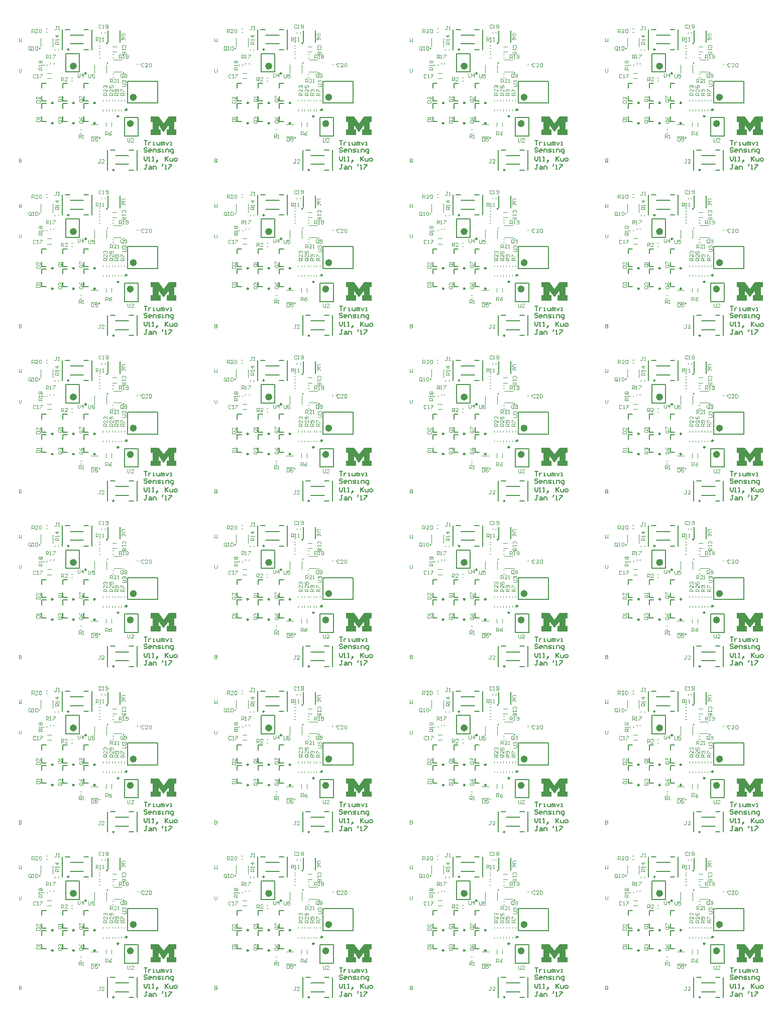
<source format=gto>
G04 Layer_Color=65535*
%FSLAX24Y24*%
%MOIN*%
G70*
G01*
G75*
%ADD29C,0.0100*%
%ADD47C,0.0098*%
%ADD48C,0.0236*%
%ADD49C,0.0079*%
%ADD50C,0.0039*%
%ADD51C,0.0050*%
%ADD52C,0.0040*%
G36*
X57386Y66438D02*
X57254D01*
Y65915D01*
X57386D01*
Y65568D01*
X56737D01*
Y65915D01*
X56869D01*
Y66228D01*
X56541Y65777D01*
X56519D01*
X56197Y66228D01*
Y65915D01*
X56329D01*
Y65568D01*
X55680D01*
Y65915D01*
X55806D01*
Y66438D01*
X55680D01*
Y66784D01*
X56194D01*
X56525Y66328D01*
X56541D01*
X56871Y66784D01*
X57386D01*
Y66438D01*
D02*
G37*
G36*
X44418D02*
X44285D01*
Y65915D01*
X44418D01*
Y65568D01*
X43768D01*
Y65915D01*
X43900D01*
Y66228D01*
X43573Y65777D01*
X43551D01*
X43229Y66228D01*
Y65915D01*
X43361D01*
Y65568D01*
X42711D01*
Y65915D01*
X42838D01*
Y66438D01*
X42711D01*
Y66784D01*
X43226D01*
X43556Y66328D01*
X43573D01*
X43903Y66784D01*
X44418D01*
Y66438D01*
D02*
G37*
G36*
X31449D02*
X31317D01*
Y65915D01*
X31449D01*
Y65568D01*
X30800D01*
Y65915D01*
X30932D01*
Y66228D01*
X30604Y65777D01*
X30582D01*
X30260Y66228D01*
Y65915D01*
X30392D01*
Y65568D01*
X29743D01*
Y65915D01*
X29869D01*
Y66438D01*
X29743D01*
Y66784D01*
X30257D01*
X30588Y66328D01*
X30604D01*
X30934Y66784D01*
X31449D01*
Y66438D01*
D02*
G37*
G36*
X18481D02*
X18348D01*
Y65915D01*
X18481D01*
Y65568D01*
X17831D01*
Y65915D01*
X17963D01*
Y66228D01*
X17636Y65777D01*
X17614D01*
X17291Y66228D01*
Y65915D01*
X17424D01*
Y65568D01*
X16774D01*
Y65915D01*
X16901D01*
Y66438D01*
X16774D01*
Y66784D01*
X17289D01*
X17619Y66328D01*
X17636D01*
X17966Y66784D01*
X18481D01*
Y66438D01*
D02*
G37*
G36*
X57386Y55450D02*
X57254D01*
Y54927D01*
X57386D01*
Y54580D01*
X56737D01*
Y54927D01*
X56869D01*
Y55241D01*
X56541Y54790D01*
X56519D01*
X56197Y55241D01*
Y54927D01*
X56329D01*
Y54580D01*
X55680D01*
Y54927D01*
X55806D01*
Y55450D01*
X55680D01*
Y55797D01*
X56194D01*
X56525Y55340D01*
X56541D01*
X56871Y55797D01*
X57386D01*
Y55450D01*
D02*
G37*
G36*
X44418D02*
X44285D01*
Y54927D01*
X44418D01*
Y54580D01*
X43768D01*
Y54927D01*
X43900D01*
Y55241D01*
X43573Y54790D01*
X43551D01*
X43229Y55241D01*
Y54927D01*
X43361D01*
Y54580D01*
X42711D01*
Y54927D01*
X42838D01*
Y55450D01*
X42711D01*
Y55797D01*
X43226D01*
X43556Y55340D01*
X43573D01*
X43903Y55797D01*
X44418D01*
Y55450D01*
D02*
G37*
G36*
X31449D02*
X31317D01*
Y54927D01*
X31449D01*
Y54580D01*
X30800D01*
Y54927D01*
X30932D01*
Y55241D01*
X30604Y54790D01*
X30582D01*
X30260Y55241D01*
Y54927D01*
X30392D01*
Y54580D01*
X29743D01*
Y54927D01*
X29869D01*
Y55450D01*
X29743D01*
Y55797D01*
X30257D01*
X30588Y55340D01*
X30604D01*
X30934Y55797D01*
X31449D01*
Y55450D01*
D02*
G37*
G36*
X18481D02*
X18348D01*
Y54927D01*
X18481D01*
Y54580D01*
X17831D01*
Y54927D01*
X17963D01*
Y55241D01*
X17636Y54790D01*
X17614D01*
X17291Y55241D01*
Y54927D01*
X17424D01*
Y54580D01*
X16774D01*
Y54927D01*
X16901D01*
Y55450D01*
X16774D01*
Y55797D01*
X17289D01*
X17619Y55340D01*
X17636D01*
X17966Y55797D01*
X18481D01*
Y55450D01*
D02*
G37*
G36*
X57386Y44463D02*
X57254D01*
Y43940D01*
X57386D01*
Y43593D01*
X56737D01*
Y43940D01*
X56869D01*
Y44254D01*
X56541Y43802D01*
X56519D01*
X56197Y44254D01*
Y43940D01*
X56329D01*
Y43593D01*
X55680D01*
Y43940D01*
X55806D01*
Y44463D01*
X55680D01*
Y44810D01*
X56194D01*
X56525Y44353D01*
X56541D01*
X56871Y44810D01*
X57386D01*
Y44463D01*
D02*
G37*
G36*
X44418D02*
X44285D01*
Y43940D01*
X44418D01*
Y43593D01*
X43768D01*
Y43940D01*
X43900D01*
Y44254D01*
X43573Y43802D01*
X43551D01*
X43229Y44254D01*
Y43940D01*
X43361D01*
Y43593D01*
X42711D01*
Y43940D01*
X42838D01*
Y44463D01*
X42711D01*
Y44810D01*
X43226D01*
X43556Y44353D01*
X43573D01*
X43903Y44810D01*
X44418D01*
Y44463D01*
D02*
G37*
G36*
X31449D02*
X31317D01*
Y43940D01*
X31449D01*
Y43593D01*
X30800D01*
Y43940D01*
X30932D01*
Y44254D01*
X30604Y43802D01*
X30582D01*
X30260Y44254D01*
Y43940D01*
X30392D01*
Y43593D01*
X29743D01*
Y43940D01*
X29869D01*
Y44463D01*
X29743D01*
Y44810D01*
X30257D01*
X30588Y44353D01*
X30604D01*
X30934Y44810D01*
X31449D01*
Y44463D01*
D02*
G37*
G36*
X18481D02*
X18348D01*
Y43940D01*
X18481D01*
Y43593D01*
X17831D01*
Y43940D01*
X17963D01*
Y44254D01*
X17636Y43802D01*
X17614D01*
X17291Y44254D01*
Y43940D01*
X17424D01*
Y43593D01*
X16774D01*
Y43940D01*
X16901D01*
Y44463D01*
X16774D01*
Y44810D01*
X17289D01*
X17619Y44353D01*
X17636D01*
X17966Y44810D01*
X18481D01*
Y44463D01*
D02*
G37*
G36*
X57386Y33475D02*
X57254D01*
Y32952D01*
X57386D01*
Y32606D01*
X56737D01*
Y32952D01*
X56869D01*
Y33266D01*
X56541Y32815D01*
X56519D01*
X56197Y33266D01*
Y32952D01*
X56329D01*
Y32606D01*
X55680D01*
Y32952D01*
X55806D01*
Y33475D01*
X55680D01*
Y33822D01*
X56194D01*
X56525Y33365D01*
X56541D01*
X56871Y33822D01*
X57386D01*
Y33475D01*
D02*
G37*
G36*
X44418D02*
X44285D01*
Y32952D01*
X44418D01*
Y32606D01*
X43768D01*
Y32952D01*
X43900D01*
Y33266D01*
X43573Y32815D01*
X43551D01*
X43229Y33266D01*
Y32952D01*
X43361D01*
Y32606D01*
X42711D01*
Y32952D01*
X42838D01*
Y33475D01*
X42711D01*
Y33822D01*
X43226D01*
X43556Y33365D01*
X43573D01*
X43903Y33822D01*
X44418D01*
Y33475D01*
D02*
G37*
G36*
X31449D02*
X31317D01*
Y32952D01*
X31449D01*
Y32606D01*
X30800D01*
Y32952D01*
X30932D01*
Y33266D01*
X30604Y32815D01*
X30582D01*
X30260Y33266D01*
Y32952D01*
X30392D01*
Y32606D01*
X29743D01*
Y32952D01*
X29869D01*
Y33475D01*
X29743D01*
Y33822D01*
X30257D01*
X30588Y33365D01*
X30604D01*
X30934Y33822D01*
X31449D01*
Y33475D01*
D02*
G37*
G36*
X18481D02*
X18348D01*
Y32952D01*
X18481D01*
Y32606D01*
X17831D01*
Y32952D01*
X17963D01*
Y33266D01*
X17636Y32815D01*
X17614D01*
X17291Y33266D01*
Y32952D01*
X17424D01*
Y32606D01*
X16774D01*
Y32952D01*
X16901D01*
Y33475D01*
X16774D01*
Y33822D01*
X17289D01*
X17619Y33365D01*
X17636D01*
X17966Y33822D01*
X18481D01*
Y33475D01*
D02*
G37*
G36*
X57386Y22488D02*
X57254D01*
Y21965D01*
X57386D01*
Y21618D01*
X56737D01*
Y21965D01*
X56869D01*
Y22279D01*
X56541Y21827D01*
X56519D01*
X56197Y22279D01*
Y21965D01*
X56329D01*
Y21618D01*
X55680D01*
Y21965D01*
X55806D01*
Y22488D01*
X55680D01*
Y22835D01*
X56194D01*
X56525Y22378D01*
X56541D01*
X56871Y22835D01*
X57386D01*
Y22488D01*
D02*
G37*
G36*
X44418D02*
X44285D01*
Y21965D01*
X44418D01*
Y21618D01*
X43768D01*
Y21965D01*
X43900D01*
Y22279D01*
X43573Y21827D01*
X43551D01*
X43229Y22279D01*
Y21965D01*
X43361D01*
Y21618D01*
X42711D01*
Y21965D01*
X42838D01*
Y22488D01*
X42711D01*
Y22835D01*
X43226D01*
X43556Y22378D01*
X43573D01*
X43903Y22835D01*
X44418D01*
Y22488D01*
D02*
G37*
G36*
X31449D02*
X31317D01*
Y21965D01*
X31449D01*
Y21618D01*
X30800D01*
Y21965D01*
X30932D01*
Y22279D01*
X30604Y21827D01*
X30582D01*
X30260Y22279D01*
Y21965D01*
X30392D01*
Y21618D01*
X29743D01*
Y21965D01*
X29869D01*
Y22488D01*
X29743D01*
Y22835D01*
X30257D01*
X30588Y22378D01*
X30604D01*
X30934Y22835D01*
X31449D01*
Y22488D01*
D02*
G37*
G36*
X18481D02*
X18348D01*
Y21965D01*
X18481D01*
Y21618D01*
X17831D01*
Y21965D01*
X17963D01*
Y22279D01*
X17636Y21827D01*
X17614D01*
X17291Y22279D01*
Y21965D01*
X17424D01*
Y21618D01*
X16774D01*
Y21965D01*
X16901D01*
Y22488D01*
X16774D01*
Y22835D01*
X17289D01*
X17619Y22378D01*
X17636D01*
X17966Y22835D01*
X18481D01*
Y22488D01*
D02*
G37*
G36*
X57386Y11501D02*
X57254D01*
Y10978D01*
X57386D01*
Y10631D01*
X56737D01*
Y10978D01*
X56869D01*
Y11291D01*
X56541Y10840D01*
X56519D01*
X56197Y11291D01*
Y10978D01*
X56329D01*
Y10631D01*
X55680D01*
Y10978D01*
X55806D01*
Y11501D01*
X55680D01*
Y11847D01*
X56194D01*
X56525Y11391D01*
X56541D01*
X56871Y11847D01*
X57386D01*
Y11501D01*
D02*
G37*
G36*
X44418D02*
X44285D01*
Y10978D01*
X44418D01*
Y10631D01*
X43768D01*
Y10978D01*
X43900D01*
Y11291D01*
X43573Y10840D01*
X43551D01*
X43229Y11291D01*
Y10978D01*
X43361D01*
Y10631D01*
X42711D01*
Y10978D01*
X42838D01*
Y11501D01*
X42711D01*
Y11847D01*
X43226D01*
X43556Y11391D01*
X43573D01*
X43903Y11847D01*
X44418D01*
Y11501D01*
D02*
G37*
G36*
X31449D02*
X31317D01*
Y10978D01*
X31449D01*
Y10631D01*
X30800D01*
Y10978D01*
X30932D01*
Y11291D01*
X30604Y10840D01*
X30582D01*
X30260Y11291D01*
Y10978D01*
X30392D01*
Y10631D01*
X29743D01*
Y10978D01*
X29869D01*
Y11501D01*
X29743D01*
Y11847D01*
X30257D01*
X30588Y11391D01*
X30604D01*
X30934Y11847D01*
X31449D01*
Y11501D01*
D02*
G37*
G36*
X18481D02*
X18348D01*
Y10978D01*
X18481D01*
Y10631D01*
X17831D01*
Y10978D01*
X17963D01*
Y11291D01*
X17636Y10840D01*
X17614D01*
X17291Y11291D01*
Y10978D01*
X17424D01*
Y10631D01*
X16774D01*
Y10978D01*
X16901D01*
Y11501D01*
X16774D01*
Y11847D01*
X17289D01*
X17619Y11391D01*
X17636D01*
X17966Y11847D01*
X18481D01*
Y11501D01*
D02*
G37*
D29*
X13371Y10442D02*
G03*
X13371Y10442I-22J0D01*
G01*
X11333Y16305D02*
G03*
X11333Y16305I-39J0D01*
G01*
X14333Y8305D02*
G03*
X14333Y8305I-39J0D01*
G01*
X14970Y14752D02*
G03*
X14970Y14752I-2J0D01*
G01*
X9404Y16380D02*
G03*
X9404Y16380I-2J0D01*
G01*
X13898Y15418D02*
G03*
X13898Y15418I-2J0D01*
G01*
X26339Y10442D02*
G03*
X26339Y10442I-22J0D01*
G01*
X24301Y16305D02*
G03*
X24301Y16305I-39J0D01*
G01*
X27301Y8305D02*
G03*
X27301Y8305I-39J0D01*
G01*
X27938Y14752D02*
G03*
X27938Y14752I-2J0D01*
G01*
X22372Y16380D02*
G03*
X22372Y16380I-2J0D01*
G01*
X26867Y15418D02*
G03*
X26867Y15418I-2J0D01*
G01*
X39308Y10442D02*
G03*
X39308Y10442I-22J0D01*
G01*
X37270Y16305D02*
G03*
X37270Y16305I-39J0D01*
G01*
X40270Y8305D02*
G03*
X40270Y8305I-39J0D01*
G01*
X40907Y14752D02*
G03*
X40907Y14752I-2J0D01*
G01*
X35341Y16380D02*
G03*
X35341Y16380I-2J0D01*
G01*
X39835Y15418D02*
G03*
X39835Y15418I-2J0D01*
G01*
X52276Y10442D02*
G03*
X52276Y10442I-22J0D01*
G01*
X50238Y16305D02*
G03*
X50238Y16305I-39J0D01*
G01*
X53238Y8305D02*
G03*
X53238Y8305I-39J0D01*
G01*
X53875Y14752D02*
G03*
X53875Y14752I-2J0D01*
G01*
X48309Y16380D02*
G03*
X48309Y16380I-2J0D01*
G01*
X52804Y15418D02*
G03*
X52804Y15418I-2J0D01*
G01*
X13371Y21429D02*
G03*
X13371Y21429I-22J0D01*
G01*
X11333Y27292D02*
G03*
X11333Y27292I-39J0D01*
G01*
X14333Y19292D02*
G03*
X14333Y19292I-39J0D01*
G01*
X14970Y25739D02*
G03*
X14970Y25739I-2J0D01*
G01*
X9404Y27368D02*
G03*
X9404Y27368I-2J0D01*
G01*
X13898Y26405D02*
G03*
X13898Y26405I-2J0D01*
G01*
X26339Y21429D02*
G03*
X26339Y21429I-22J0D01*
G01*
X24301Y27292D02*
G03*
X24301Y27292I-39J0D01*
G01*
X27301Y19292D02*
G03*
X27301Y19292I-39J0D01*
G01*
X27938Y25739D02*
G03*
X27938Y25739I-2J0D01*
G01*
X22372Y27368D02*
G03*
X22372Y27368I-2J0D01*
G01*
X26867Y26405D02*
G03*
X26867Y26405I-2J0D01*
G01*
X39308Y21429D02*
G03*
X39308Y21429I-22J0D01*
G01*
X37270Y27292D02*
G03*
X37270Y27292I-39J0D01*
G01*
X40270Y19292D02*
G03*
X40270Y19292I-39J0D01*
G01*
X40907Y25739D02*
G03*
X40907Y25739I-2J0D01*
G01*
X35341Y27368D02*
G03*
X35341Y27368I-2J0D01*
G01*
X39835Y26405D02*
G03*
X39835Y26405I-2J0D01*
G01*
X52276Y21429D02*
G03*
X52276Y21429I-22J0D01*
G01*
X50238Y27292D02*
G03*
X50238Y27292I-39J0D01*
G01*
X53238Y19292D02*
G03*
X53238Y19292I-39J0D01*
G01*
X53875Y25739D02*
G03*
X53875Y25739I-2J0D01*
G01*
X48309Y27368D02*
G03*
X48309Y27368I-2J0D01*
G01*
X52804Y26405D02*
G03*
X52804Y26405I-2J0D01*
G01*
X13371Y32417D02*
G03*
X13371Y32417I-22J0D01*
G01*
X11333Y38280D02*
G03*
X11333Y38280I-39J0D01*
G01*
X14333Y30280D02*
G03*
X14333Y30280I-39J0D01*
G01*
X14970Y36726D02*
G03*
X14970Y36726I-2J0D01*
G01*
X9404Y38355D02*
G03*
X9404Y38355I-2J0D01*
G01*
X13898Y37393D02*
G03*
X13898Y37393I-2J0D01*
G01*
X26339Y32417D02*
G03*
X26339Y32417I-22J0D01*
G01*
X24301Y38280D02*
G03*
X24301Y38280I-39J0D01*
G01*
X27301Y30280D02*
G03*
X27301Y30280I-39J0D01*
G01*
X27938Y36726D02*
G03*
X27938Y36726I-2J0D01*
G01*
X22372Y38355D02*
G03*
X22372Y38355I-2J0D01*
G01*
X26867Y37393D02*
G03*
X26867Y37393I-2J0D01*
G01*
X39308Y32417D02*
G03*
X39308Y32417I-22J0D01*
G01*
X37270Y38280D02*
G03*
X37270Y38280I-39J0D01*
G01*
X40270Y30280D02*
G03*
X40270Y30280I-39J0D01*
G01*
X40907Y36726D02*
G03*
X40907Y36726I-2J0D01*
G01*
X35341Y38355D02*
G03*
X35341Y38355I-2J0D01*
G01*
X39835Y37393D02*
G03*
X39835Y37393I-2J0D01*
G01*
X52276Y32417D02*
G03*
X52276Y32417I-22J0D01*
G01*
X50238Y38280D02*
G03*
X50238Y38280I-39J0D01*
G01*
X53238Y30280D02*
G03*
X53238Y30280I-39J0D01*
G01*
X53875Y36726D02*
G03*
X53875Y36726I-2J0D01*
G01*
X48309Y38355D02*
G03*
X48309Y38355I-2J0D01*
G01*
X52804Y37393D02*
G03*
X52804Y37393I-2J0D01*
G01*
X13371Y43404D02*
G03*
X13371Y43404I-22J0D01*
G01*
X11333Y49267D02*
G03*
X11333Y49267I-39J0D01*
G01*
X14333Y41267D02*
G03*
X14333Y41267I-39J0D01*
G01*
X14970Y47714D02*
G03*
X14970Y47714I-2J0D01*
G01*
X9404Y49343D02*
G03*
X9404Y49343I-2J0D01*
G01*
X13898Y48380D02*
G03*
X13898Y48380I-2J0D01*
G01*
X26339Y43404D02*
G03*
X26339Y43404I-22J0D01*
G01*
X24301Y49267D02*
G03*
X24301Y49267I-39J0D01*
G01*
X27301Y41267D02*
G03*
X27301Y41267I-39J0D01*
G01*
X27938Y47714D02*
G03*
X27938Y47714I-2J0D01*
G01*
X22372Y49343D02*
G03*
X22372Y49343I-2J0D01*
G01*
X26867Y48380D02*
G03*
X26867Y48380I-2J0D01*
G01*
X39308Y43404D02*
G03*
X39308Y43404I-22J0D01*
G01*
X37270Y49267D02*
G03*
X37270Y49267I-39J0D01*
G01*
X40270Y41267D02*
G03*
X40270Y41267I-39J0D01*
G01*
X40907Y47714D02*
G03*
X40907Y47714I-2J0D01*
G01*
X35341Y49343D02*
G03*
X35341Y49343I-2J0D01*
G01*
X39835Y48380D02*
G03*
X39835Y48380I-2J0D01*
G01*
X52276Y43404D02*
G03*
X52276Y43404I-22J0D01*
G01*
X50238Y49267D02*
G03*
X50238Y49267I-39J0D01*
G01*
X53238Y41267D02*
G03*
X53238Y41267I-39J0D01*
G01*
X53875Y47714D02*
G03*
X53875Y47714I-2J0D01*
G01*
X48309Y49343D02*
G03*
X48309Y49343I-2J0D01*
G01*
X52804Y48380D02*
G03*
X52804Y48380I-2J0D01*
G01*
X13371Y54391D02*
G03*
X13371Y54391I-22J0D01*
G01*
X11333Y60254D02*
G03*
X11333Y60254I-39J0D01*
G01*
X14333Y52254D02*
G03*
X14333Y52254I-39J0D01*
G01*
X14970Y58701D02*
G03*
X14970Y58701I-2J0D01*
G01*
X9404Y60330D02*
G03*
X9404Y60330I-2J0D01*
G01*
X13898Y59367D02*
G03*
X13898Y59367I-2J0D01*
G01*
X26339Y54391D02*
G03*
X26339Y54391I-22J0D01*
G01*
X24301Y60254D02*
G03*
X24301Y60254I-39J0D01*
G01*
X27301Y52254D02*
G03*
X27301Y52254I-39J0D01*
G01*
X27938Y58701D02*
G03*
X27938Y58701I-2J0D01*
G01*
X22372Y60330D02*
G03*
X22372Y60330I-2J0D01*
G01*
X26867Y59367D02*
G03*
X26867Y59367I-2J0D01*
G01*
X39308Y54391D02*
G03*
X39308Y54391I-22J0D01*
G01*
X37270Y60254D02*
G03*
X37270Y60254I-39J0D01*
G01*
X40270Y52254D02*
G03*
X40270Y52254I-39J0D01*
G01*
X40907Y58701D02*
G03*
X40907Y58701I-2J0D01*
G01*
X35341Y60330D02*
G03*
X35341Y60330I-2J0D01*
G01*
X39835Y59367D02*
G03*
X39835Y59367I-2J0D01*
G01*
X52276Y54391D02*
G03*
X52276Y54391I-22J0D01*
G01*
X50238Y60254D02*
G03*
X50238Y60254I-39J0D01*
G01*
X53238Y52254D02*
G03*
X53238Y52254I-39J0D01*
G01*
X53875Y58701D02*
G03*
X53875Y58701I-2J0D01*
G01*
X48309Y60330D02*
G03*
X48309Y60330I-2J0D01*
G01*
X52804Y59367D02*
G03*
X52804Y59367I-2J0D01*
G01*
X13371Y65379D02*
G03*
X13371Y65379I-22J0D01*
G01*
X11333Y71242D02*
G03*
X11333Y71242I-39J0D01*
G01*
X14333Y63242D02*
G03*
X14333Y63242I-39J0D01*
G01*
X14970Y69689D02*
G03*
X14970Y69689I-2J0D01*
G01*
X9404Y71317D02*
G03*
X9404Y71317I-2J0D01*
G01*
X13898Y70355D02*
G03*
X13898Y70355I-2J0D01*
G01*
X26339Y65379D02*
G03*
X26339Y65379I-22J0D01*
G01*
X24301Y71242D02*
G03*
X24301Y71242I-39J0D01*
G01*
X27301Y63242D02*
G03*
X27301Y63242I-39J0D01*
G01*
X27938Y69689D02*
G03*
X27938Y69689I-2J0D01*
G01*
X22372Y71317D02*
G03*
X22372Y71317I-2J0D01*
G01*
X26867Y70355D02*
G03*
X26867Y70355I-2J0D01*
G01*
X39308Y65379D02*
G03*
X39308Y65379I-22J0D01*
G01*
X37270Y71242D02*
G03*
X37270Y71242I-39J0D01*
G01*
X40270Y63242D02*
G03*
X40270Y63242I-39J0D01*
G01*
X40907Y69689D02*
G03*
X40907Y69689I-2J0D01*
G01*
X35341Y71317D02*
G03*
X35341Y71317I-2J0D01*
G01*
X39835Y70355D02*
G03*
X39835Y70355I-2J0D01*
G01*
X52276Y65379D02*
G03*
X52276Y65379I-22J0D01*
G01*
X50238Y71242D02*
G03*
X50238Y71242I-39J0D01*
G01*
X53238Y63242D02*
G03*
X53238Y63242I-39J0D01*
G01*
X53875Y69689D02*
G03*
X53875Y69689I-2J0D01*
G01*
X48309Y71317D02*
G03*
X48309Y71317I-2J0D01*
G01*
X52804Y70355D02*
G03*
X52804Y70355I-2J0D01*
G01*
D47*
X15200Y12313D02*
G03*
X15200Y12313I-49J0D01*
G01*
X11687Y11415D02*
G03*
X11687Y11415I-49J0D01*
G01*
Y12765D02*
G03*
X11687Y12765I-49J0D01*
G01*
X10287Y11415D02*
G03*
X10287Y11415I-49J0D01*
G01*
Y12765D02*
G03*
X10287Y12765I-49J0D01*
G01*
X13087Y11415D02*
G03*
X13087Y11415I-49J0D01*
G01*
Y12765D02*
G03*
X13087Y12765I-49J0D01*
G01*
X12499Y14725D02*
G03*
X12499Y14725I-49J0D01*
G01*
X14647Y11873D02*
G03*
X14647Y11873I-49J0D01*
G01*
X28169Y12313D02*
G03*
X28169Y12313I-49J0D01*
G01*
X24655Y11415D02*
G03*
X24655Y11415I-49J0D01*
G01*
Y12765D02*
G03*
X24655Y12765I-49J0D01*
G01*
X23255Y11415D02*
G03*
X23255Y11415I-49J0D01*
G01*
Y12765D02*
G03*
X23255Y12765I-49J0D01*
G01*
X26055Y11415D02*
G03*
X26055Y11415I-49J0D01*
G01*
Y12765D02*
G03*
X26055Y12765I-49J0D01*
G01*
X25468Y14725D02*
G03*
X25468Y14725I-49J0D01*
G01*
X27616Y11873D02*
G03*
X27616Y11873I-49J0D01*
G01*
X41137Y12313D02*
G03*
X41137Y12313I-49J0D01*
G01*
X37624Y11415D02*
G03*
X37624Y11415I-49J0D01*
G01*
Y12765D02*
G03*
X37624Y12765I-49J0D01*
G01*
X36224Y11415D02*
G03*
X36224Y11415I-49J0D01*
G01*
Y12765D02*
G03*
X36224Y12765I-49J0D01*
G01*
X39024Y11415D02*
G03*
X39024Y11415I-49J0D01*
G01*
Y12765D02*
G03*
X39024Y12765I-49J0D01*
G01*
X38436Y14725D02*
G03*
X38436Y14725I-49J0D01*
G01*
X40584Y11873D02*
G03*
X40584Y11873I-49J0D01*
G01*
X54106Y12313D02*
G03*
X54106Y12313I-49J0D01*
G01*
X50592Y11415D02*
G03*
X50592Y11415I-49J0D01*
G01*
Y12765D02*
G03*
X50592Y12765I-49J0D01*
G01*
X49192Y11415D02*
G03*
X49192Y11415I-49J0D01*
G01*
Y12765D02*
G03*
X49192Y12765I-49J0D01*
G01*
X51992Y11415D02*
G03*
X51992Y11415I-49J0D01*
G01*
Y12765D02*
G03*
X51992Y12765I-49J0D01*
G01*
X51405Y14725D02*
G03*
X51405Y14725I-49J0D01*
G01*
X53553Y11873D02*
G03*
X53553Y11873I-49J0D01*
G01*
X15200Y23300D02*
G03*
X15200Y23300I-49J0D01*
G01*
X11687Y22403D02*
G03*
X11687Y22403I-49J0D01*
G01*
Y23753D02*
G03*
X11687Y23753I-49J0D01*
G01*
X10287Y22403D02*
G03*
X10287Y22403I-49J0D01*
G01*
Y23753D02*
G03*
X10287Y23753I-49J0D01*
G01*
X13087Y22403D02*
G03*
X13087Y22403I-49J0D01*
G01*
Y23753D02*
G03*
X13087Y23753I-49J0D01*
G01*
X12499Y25713D02*
G03*
X12499Y25713I-49J0D01*
G01*
X14647Y22860D02*
G03*
X14647Y22860I-49J0D01*
G01*
X28169Y23300D02*
G03*
X28169Y23300I-49J0D01*
G01*
X24655Y22403D02*
G03*
X24655Y22403I-49J0D01*
G01*
Y23753D02*
G03*
X24655Y23753I-49J0D01*
G01*
X23255Y22403D02*
G03*
X23255Y22403I-49J0D01*
G01*
Y23753D02*
G03*
X23255Y23753I-49J0D01*
G01*
X26055Y22403D02*
G03*
X26055Y22403I-49J0D01*
G01*
Y23753D02*
G03*
X26055Y23753I-49J0D01*
G01*
X25468Y25713D02*
G03*
X25468Y25713I-49J0D01*
G01*
X27616Y22860D02*
G03*
X27616Y22860I-49J0D01*
G01*
X41137Y23300D02*
G03*
X41137Y23300I-49J0D01*
G01*
X37624Y22403D02*
G03*
X37624Y22403I-49J0D01*
G01*
Y23753D02*
G03*
X37624Y23753I-49J0D01*
G01*
X36224Y22403D02*
G03*
X36224Y22403I-49J0D01*
G01*
Y23753D02*
G03*
X36224Y23753I-49J0D01*
G01*
X39024Y22403D02*
G03*
X39024Y22403I-49J0D01*
G01*
Y23753D02*
G03*
X39024Y23753I-49J0D01*
G01*
X38436Y25713D02*
G03*
X38436Y25713I-49J0D01*
G01*
X40584Y22860D02*
G03*
X40584Y22860I-49J0D01*
G01*
X54106Y23300D02*
G03*
X54106Y23300I-49J0D01*
G01*
X50592Y22403D02*
G03*
X50592Y22403I-49J0D01*
G01*
Y23753D02*
G03*
X50592Y23753I-49J0D01*
G01*
X49192Y22403D02*
G03*
X49192Y22403I-49J0D01*
G01*
Y23753D02*
G03*
X49192Y23753I-49J0D01*
G01*
X51992Y22403D02*
G03*
X51992Y22403I-49J0D01*
G01*
Y23753D02*
G03*
X51992Y23753I-49J0D01*
G01*
X51405Y25713D02*
G03*
X51405Y25713I-49J0D01*
G01*
X53553Y22860D02*
G03*
X53553Y22860I-49J0D01*
G01*
X15200Y34287D02*
G03*
X15200Y34287I-49J0D01*
G01*
X11687Y33390D02*
G03*
X11687Y33390I-49J0D01*
G01*
Y34740D02*
G03*
X11687Y34740I-49J0D01*
G01*
X10287Y33390D02*
G03*
X10287Y33390I-49J0D01*
G01*
Y34740D02*
G03*
X10287Y34740I-49J0D01*
G01*
X13087Y33390D02*
G03*
X13087Y33390I-49J0D01*
G01*
Y34740D02*
G03*
X13087Y34740I-49J0D01*
G01*
X12499Y36700D02*
G03*
X12499Y36700I-49J0D01*
G01*
X14647Y33848D02*
G03*
X14647Y33848I-49J0D01*
G01*
X28169Y34287D02*
G03*
X28169Y34287I-49J0D01*
G01*
X24655Y33390D02*
G03*
X24655Y33390I-49J0D01*
G01*
Y34740D02*
G03*
X24655Y34740I-49J0D01*
G01*
X23255Y33390D02*
G03*
X23255Y33390I-49J0D01*
G01*
Y34740D02*
G03*
X23255Y34740I-49J0D01*
G01*
X26055Y33390D02*
G03*
X26055Y33390I-49J0D01*
G01*
Y34740D02*
G03*
X26055Y34740I-49J0D01*
G01*
X25468Y36700D02*
G03*
X25468Y36700I-49J0D01*
G01*
X27616Y33848D02*
G03*
X27616Y33848I-49J0D01*
G01*
X41137Y34287D02*
G03*
X41137Y34287I-49J0D01*
G01*
X37624Y33390D02*
G03*
X37624Y33390I-49J0D01*
G01*
Y34740D02*
G03*
X37624Y34740I-49J0D01*
G01*
X36224Y33390D02*
G03*
X36224Y33390I-49J0D01*
G01*
Y34740D02*
G03*
X36224Y34740I-49J0D01*
G01*
X39024Y33390D02*
G03*
X39024Y33390I-49J0D01*
G01*
Y34740D02*
G03*
X39024Y34740I-49J0D01*
G01*
X38436Y36700D02*
G03*
X38436Y36700I-49J0D01*
G01*
X40584Y33848D02*
G03*
X40584Y33848I-49J0D01*
G01*
X54106Y34287D02*
G03*
X54106Y34287I-49J0D01*
G01*
X50592Y33390D02*
G03*
X50592Y33390I-49J0D01*
G01*
Y34740D02*
G03*
X50592Y34740I-49J0D01*
G01*
X49192Y33390D02*
G03*
X49192Y33390I-49J0D01*
G01*
Y34740D02*
G03*
X49192Y34740I-49J0D01*
G01*
X51992Y33390D02*
G03*
X51992Y33390I-49J0D01*
G01*
Y34740D02*
G03*
X51992Y34740I-49J0D01*
G01*
X51405Y36700D02*
G03*
X51405Y36700I-49J0D01*
G01*
X53553Y33848D02*
G03*
X53553Y33848I-49J0D01*
G01*
X15200Y45275D02*
G03*
X15200Y45275I-49J0D01*
G01*
X11687Y44378D02*
G03*
X11687Y44378I-49J0D01*
G01*
Y45728D02*
G03*
X11687Y45728I-49J0D01*
G01*
X10287Y44378D02*
G03*
X10287Y44378I-49J0D01*
G01*
Y45728D02*
G03*
X10287Y45728I-49J0D01*
G01*
X13087Y44378D02*
G03*
X13087Y44378I-49J0D01*
G01*
Y45728D02*
G03*
X13087Y45728I-49J0D01*
G01*
X12499Y47687D02*
G03*
X12499Y47687I-49J0D01*
G01*
X14647Y44835D02*
G03*
X14647Y44835I-49J0D01*
G01*
X28169Y45275D02*
G03*
X28169Y45275I-49J0D01*
G01*
X24655Y44378D02*
G03*
X24655Y44378I-49J0D01*
G01*
Y45728D02*
G03*
X24655Y45728I-49J0D01*
G01*
X23255Y44378D02*
G03*
X23255Y44378I-49J0D01*
G01*
Y45728D02*
G03*
X23255Y45728I-49J0D01*
G01*
X26055Y44378D02*
G03*
X26055Y44378I-49J0D01*
G01*
Y45728D02*
G03*
X26055Y45728I-49J0D01*
G01*
X25468Y47687D02*
G03*
X25468Y47687I-49J0D01*
G01*
X27616Y44835D02*
G03*
X27616Y44835I-49J0D01*
G01*
X41137Y45275D02*
G03*
X41137Y45275I-49J0D01*
G01*
X37624Y44378D02*
G03*
X37624Y44378I-49J0D01*
G01*
Y45728D02*
G03*
X37624Y45728I-49J0D01*
G01*
X36224Y44378D02*
G03*
X36224Y44378I-49J0D01*
G01*
Y45728D02*
G03*
X36224Y45728I-49J0D01*
G01*
X39024Y44378D02*
G03*
X39024Y44378I-49J0D01*
G01*
Y45728D02*
G03*
X39024Y45728I-49J0D01*
G01*
X38436Y47687D02*
G03*
X38436Y47687I-49J0D01*
G01*
X40584Y44835D02*
G03*
X40584Y44835I-49J0D01*
G01*
X54106Y45275D02*
G03*
X54106Y45275I-49J0D01*
G01*
X50592Y44378D02*
G03*
X50592Y44378I-49J0D01*
G01*
Y45728D02*
G03*
X50592Y45728I-49J0D01*
G01*
X49192Y44378D02*
G03*
X49192Y44378I-49J0D01*
G01*
Y45728D02*
G03*
X49192Y45728I-49J0D01*
G01*
X51992Y44378D02*
G03*
X51992Y44378I-49J0D01*
G01*
Y45728D02*
G03*
X51992Y45728I-49J0D01*
G01*
X51405Y47687D02*
G03*
X51405Y47687I-49J0D01*
G01*
X53553Y44835D02*
G03*
X53553Y44835I-49J0D01*
G01*
X15200Y56262D02*
G03*
X15200Y56262I-49J0D01*
G01*
X11687Y55365D02*
G03*
X11687Y55365I-49J0D01*
G01*
Y56715D02*
G03*
X11687Y56715I-49J0D01*
G01*
X10287Y55365D02*
G03*
X10287Y55365I-49J0D01*
G01*
Y56715D02*
G03*
X10287Y56715I-49J0D01*
G01*
X13087Y55365D02*
G03*
X13087Y55365I-49J0D01*
G01*
Y56715D02*
G03*
X13087Y56715I-49J0D01*
G01*
X12499Y58675D02*
G03*
X12499Y58675I-49J0D01*
G01*
X14647Y55822D02*
G03*
X14647Y55822I-49J0D01*
G01*
X28169Y56262D02*
G03*
X28169Y56262I-49J0D01*
G01*
X24655Y55365D02*
G03*
X24655Y55365I-49J0D01*
G01*
Y56715D02*
G03*
X24655Y56715I-49J0D01*
G01*
X23255Y55365D02*
G03*
X23255Y55365I-49J0D01*
G01*
Y56715D02*
G03*
X23255Y56715I-49J0D01*
G01*
X26055Y55365D02*
G03*
X26055Y55365I-49J0D01*
G01*
Y56715D02*
G03*
X26055Y56715I-49J0D01*
G01*
X25468Y58675D02*
G03*
X25468Y58675I-49J0D01*
G01*
X27616Y55822D02*
G03*
X27616Y55822I-49J0D01*
G01*
X41137Y56262D02*
G03*
X41137Y56262I-49J0D01*
G01*
X37624Y55365D02*
G03*
X37624Y55365I-49J0D01*
G01*
Y56715D02*
G03*
X37624Y56715I-49J0D01*
G01*
X36224Y55365D02*
G03*
X36224Y55365I-49J0D01*
G01*
Y56715D02*
G03*
X36224Y56715I-49J0D01*
G01*
X39024Y55365D02*
G03*
X39024Y55365I-49J0D01*
G01*
Y56715D02*
G03*
X39024Y56715I-49J0D01*
G01*
X38436Y58675D02*
G03*
X38436Y58675I-49J0D01*
G01*
X40584Y55822D02*
G03*
X40584Y55822I-49J0D01*
G01*
X54106Y56262D02*
G03*
X54106Y56262I-49J0D01*
G01*
X50592Y55365D02*
G03*
X50592Y55365I-49J0D01*
G01*
Y56715D02*
G03*
X50592Y56715I-49J0D01*
G01*
X49192Y55365D02*
G03*
X49192Y55365I-49J0D01*
G01*
Y56715D02*
G03*
X49192Y56715I-49J0D01*
G01*
X51992Y55365D02*
G03*
X51992Y55365I-49J0D01*
G01*
Y56715D02*
G03*
X51992Y56715I-49J0D01*
G01*
X51405Y58675D02*
G03*
X51405Y58675I-49J0D01*
G01*
X53553Y55822D02*
G03*
X53553Y55822I-49J0D01*
G01*
X15200Y67250D02*
G03*
X15200Y67250I-49J0D01*
G01*
X11687Y66352D02*
G03*
X11687Y66352I-49J0D01*
G01*
Y67702D02*
G03*
X11687Y67702I-49J0D01*
G01*
X10287Y66352D02*
G03*
X10287Y66352I-49J0D01*
G01*
Y67702D02*
G03*
X10287Y67702I-49J0D01*
G01*
X13087Y66352D02*
G03*
X13087Y66352I-49J0D01*
G01*
Y67702D02*
G03*
X13087Y67702I-49J0D01*
G01*
X12499Y69662D02*
G03*
X12499Y69662I-49J0D01*
G01*
X14647Y66810D02*
G03*
X14647Y66810I-49J0D01*
G01*
X28169Y67250D02*
G03*
X28169Y67250I-49J0D01*
G01*
X24655Y66352D02*
G03*
X24655Y66352I-49J0D01*
G01*
Y67702D02*
G03*
X24655Y67702I-49J0D01*
G01*
X23255Y66352D02*
G03*
X23255Y66352I-49J0D01*
G01*
Y67702D02*
G03*
X23255Y67702I-49J0D01*
G01*
X26055Y66352D02*
G03*
X26055Y66352I-49J0D01*
G01*
Y67702D02*
G03*
X26055Y67702I-49J0D01*
G01*
X25468Y69662D02*
G03*
X25468Y69662I-49J0D01*
G01*
X27616Y66810D02*
G03*
X27616Y66810I-49J0D01*
G01*
X41137Y67250D02*
G03*
X41137Y67250I-49J0D01*
G01*
X37624Y66352D02*
G03*
X37624Y66352I-49J0D01*
G01*
Y67702D02*
G03*
X37624Y67702I-49J0D01*
G01*
X36224Y66352D02*
G03*
X36224Y66352I-49J0D01*
G01*
Y67702D02*
G03*
X36224Y67702I-49J0D01*
G01*
X39024Y66352D02*
G03*
X39024Y66352I-49J0D01*
G01*
Y67702D02*
G03*
X39024Y67702I-49J0D01*
G01*
X38436Y69662D02*
G03*
X38436Y69662I-49J0D01*
G01*
X40584Y66810D02*
G03*
X40584Y66810I-49J0D01*
G01*
X54106Y67250D02*
G03*
X54106Y67250I-49J0D01*
G01*
X50592Y66352D02*
G03*
X50592Y66352I-49J0D01*
G01*
Y67702D02*
G03*
X50592Y67702I-49J0D01*
G01*
X49192Y66352D02*
G03*
X49192Y66352I-49J0D01*
G01*
Y67702D02*
G03*
X49192Y67702I-49J0D01*
G01*
X51992Y66352D02*
G03*
X51992Y66352I-49J0D01*
G01*
Y67702D02*
G03*
X51992Y67702I-49J0D01*
G01*
X51405Y69662D02*
G03*
X51405Y69662I-49J0D01*
G01*
X53553Y66810D02*
G03*
X53553Y66810I-49J0D01*
G01*
D48*
X15732Y13139D02*
G03*
X15732Y13139I-118J0D01*
G01*
X11751Y15207D02*
G03*
X11751Y15207I-118J0D01*
G01*
X15533Y11391D02*
G03*
X15533Y11391I-118J0D01*
G01*
X28700Y13139D02*
G03*
X28700Y13139I-118J0D01*
G01*
X24720Y15207D02*
G03*
X24720Y15207I-118J0D01*
G01*
X28502Y11391D02*
G03*
X28502Y11391I-118J0D01*
G01*
X41669Y13139D02*
G03*
X41669Y13139I-118J0D01*
G01*
X37688Y15207D02*
G03*
X37688Y15207I-118J0D01*
G01*
X41470Y11391D02*
G03*
X41470Y11391I-118J0D01*
G01*
X54637Y13139D02*
G03*
X54637Y13139I-118J0D01*
G01*
X50657Y15207D02*
G03*
X50657Y15207I-118J0D01*
G01*
X54439Y11391D02*
G03*
X54439Y11391I-118J0D01*
G01*
X15732Y24127D02*
G03*
X15732Y24127I-118J0D01*
G01*
X11751Y26195D02*
G03*
X11751Y26195I-118J0D01*
G01*
X15533Y22378D02*
G03*
X15533Y22378I-118J0D01*
G01*
X28700Y24127D02*
G03*
X28700Y24127I-118J0D01*
G01*
X24720Y26195D02*
G03*
X24720Y26195I-118J0D01*
G01*
X28502Y22378D02*
G03*
X28502Y22378I-118J0D01*
G01*
X41669Y24127D02*
G03*
X41669Y24127I-118J0D01*
G01*
X37688Y26195D02*
G03*
X37688Y26195I-118J0D01*
G01*
X41470Y22378D02*
G03*
X41470Y22378I-118J0D01*
G01*
X54637Y24127D02*
G03*
X54637Y24127I-118J0D01*
G01*
X50657Y26195D02*
G03*
X50657Y26195I-118J0D01*
G01*
X54439Y22378D02*
G03*
X54439Y22378I-118J0D01*
G01*
X15732Y35114D02*
G03*
X15732Y35114I-118J0D01*
G01*
X11751Y37182D02*
G03*
X11751Y37182I-118J0D01*
G01*
X15533Y33365D02*
G03*
X15533Y33365I-118J0D01*
G01*
X28700Y35114D02*
G03*
X28700Y35114I-118J0D01*
G01*
X24720Y37182D02*
G03*
X24720Y37182I-118J0D01*
G01*
X28502Y33365D02*
G03*
X28502Y33365I-118J0D01*
G01*
X41669Y35114D02*
G03*
X41669Y35114I-118J0D01*
G01*
X37688Y37182D02*
G03*
X37688Y37182I-118J0D01*
G01*
X41470Y33365D02*
G03*
X41470Y33365I-118J0D01*
G01*
X54637Y35114D02*
G03*
X54637Y35114I-118J0D01*
G01*
X50657Y37182D02*
G03*
X50657Y37182I-118J0D01*
G01*
X54439Y33365D02*
G03*
X54439Y33365I-118J0D01*
G01*
X15732Y46102D02*
G03*
X15732Y46102I-118J0D01*
G01*
X11751Y48170D02*
G03*
X11751Y48170I-118J0D01*
G01*
X15533Y44353D02*
G03*
X15533Y44353I-118J0D01*
G01*
X28700Y46102D02*
G03*
X28700Y46102I-118J0D01*
G01*
X24720Y48170D02*
G03*
X24720Y48170I-118J0D01*
G01*
X28502Y44353D02*
G03*
X28502Y44353I-118J0D01*
G01*
X41669Y46102D02*
G03*
X41669Y46102I-118J0D01*
G01*
X37688Y48170D02*
G03*
X37688Y48170I-118J0D01*
G01*
X41470Y44353D02*
G03*
X41470Y44353I-118J0D01*
G01*
X54637Y46102D02*
G03*
X54637Y46102I-118J0D01*
G01*
X50657Y48170D02*
G03*
X50657Y48170I-118J0D01*
G01*
X54439Y44353D02*
G03*
X54439Y44353I-118J0D01*
G01*
X15732Y57089D02*
G03*
X15732Y57089I-118J0D01*
G01*
X11751Y59157D02*
G03*
X11751Y59157I-118J0D01*
G01*
X15533Y55340D02*
G03*
X15533Y55340I-118J0D01*
G01*
X28700Y57089D02*
G03*
X28700Y57089I-118J0D01*
G01*
X24720Y59157D02*
G03*
X24720Y59157I-118J0D01*
G01*
X28502Y55340D02*
G03*
X28502Y55340I-118J0D01*
G01*
X41669Y57089D02*
G03*
X41669Y57089I-118J0D01*
G01*
X37688Y59157D02*
G03*
X37688Y59157I-118J0D01*
G01*
X41470Y55340D02*
G03*
X41470Y55340I-118J0D01*
G01*
X54637Y57089D02*
G03*
X54637Y57089I-118J0D01*
G01*
X50657Y59157D02*
G03*
X50657Y59157I-118J0D01*
G01*
X54439Y55340D02*
G03*
X54439Y55340I-118J0D01*
G01*
X15732Y68076D02*
G03*
X15732Y68076I-118J0D01*
G01*
X11751Y70144D02*
G03*
X11751Y70144I-118J0D01*
G01*
X15533Y66328D02*
G03*
X15533Y66328I-118J0D01*
G01*
X28700Y68076D02*
G03*
X28700Y68076I-118J0D01*
G01*
X24720Y70144D02*
G03*
X24720Y70144I-118J0D01*
G01*
X28502Y66328D02*
G03*
X28502Y66328I-118J0D01*
G01*
X41669Y68076D02*
G03*
X41669Y68076I-118J0D01*
G01*
X37688Y70144D02*
G03*
X37688Y70144I-118J0D01*
G01*
X41470Y66328D02*
G03*
X41470Y66328I-118J0D01*
G01*
X54637Y68076D02*
G03*
X54637Y68076I-118J0D01*
G01*
X50657Y70144D02*
G03*
X50657Y70144I-118J0D01*
G01*
X54439Y66328D02*
G03*
X54439Y66328I-118J0D01*
G01*
D49*
X13901Y16721D02*
G03*
X13901Y16721I-39J0D01*
G01*
X15220Y12746D02*
X17228D01*
X15220Y14202D02*
X17228D01*
X15220Y12746D02*
Y14202D01*
X17228Y12746D02*
Y14202D01*
X10948Y12400D02*
Y12715D01*
X11224D01*
X10948Y11533D02*
Y11848D01*
Y11533D02*
X11224D01*
X10948Y13750D02*
Y14065D01*
X11224D01*
X10948Y12883D02*
Y13198D01*
Y12883D02*
X11224D01*
X9548Y11533D02*
X9824D01*
X9548D02*
Y11848D01*
Y12715D02*
X9824D01*
X9548Y12400D02*
Y12715D01*
Y12883D02*
X9824D01*
X9548D02*
Y13198D01*
Y14065D02*
X9824D01*
X9548Y13750D02*
Y14065D01*
X12348Y11533D02*
X12624D01*
X12348D02*
Y11848D01*
Y12715D02*
X12624D01*
X12348Y12400D02*
Y12715D01*
Y12883D02*
X12624D01*
X12348D02*
Y13198D01*
Y14065D02*
X12624D01*
X12348Y13750D02*
Y14065D01*
X12027Y14814D02*
Y16034D01*
X11121Y14814D02*
Y16034D01*
Y14814D02*
X12027D01*
X11121Y16034D02*
X12027D01*
X15021Y10564D02*
Y11784D01*
X15927Y10564D02*
Y11784D01*
X15021D02*
X15927D01*
X15021Y10564D02*
X15927D01*
X26869Y16721D02*
G03*
X26869Y16721I-39J0D01*
G01*
X28189Y12746D02*
X30196D01*
X28189Y14202D02*
X30196D01*
X28189Y12746D02*
Y14202D01*
X30196Y12746D02*
Y14202D01*
X23917Y12400D02*
Y12715D01*
X24193D01*
X23917Y11533D02*
Y11848D01*
Y11533D02*
X24193D01*
X23917Y13750D02*
Y14065D01*
X24193D01*
X23917Y12883D02*
Y13198D01*
Y12883D02*
X24193D01*
X22517Y11533D02*
X22793D01*
X22517D02*
Y11848D01*
Y12715D02*
X22793D01*
X22517Y12400D02*
Y12715D01*
Y12883D02*
X22793D01*
X22517D02*
Y13198D01*
Y14065D02*
X22793D01*
X22517Y13750D02*
Y14065D01*
X25317Y11533D02*
X25593D01*
X25317D02*
Y11848D01*
Y12715D02*
X25593D01*
X25317Y12400D02*
Y12715D01*
Y12883D02*
X25593D01*
X25317D02*
Y13198D01*
Y14065D02*
X25593D01*
X25317Y13750D02*
Y14065D01*
X24995Y14814D02*
Y16034D01*
X24090Y14814D02*
Y16034D01*
Y14814D02*
X24995D01*
X24090Y16034D02*
X24995D01*
X27990Y10564D02*
Y11784D01*
X28895Y10564D02*
Y11784D01*
X27990D02*
X28895D01*
X27990Y10564D02*
X28895D01*
X39838Y16721D02*
G03*
X39838Y16721I-39J0D01*
G01*
X41157Y12746D02*
X43165D01*
X41157Y14202D02*
X43165D01*
X41157Y12746D02*
Y14202D01*
X43165Y12746D02*
Y14202D01*
X36885Y12400D02*
Y12715D01*
X37161D01*
X36885Y11533D02*
Y11848D01*
Y11533D02*
X37161D01*
X36885Y13750D02*
Y14065D01*
X37161D01*
X36885Y12883D02*
Y13198D01*
Y12883D02*
X37161D01*
X35485Y11533D02*
X35761D01*
X35485D02*
Y11848D01*
Y12715D02*
X35761D01*
X35485Y12400D02*
Y12715D01*
Y12883D02*
X35761D01*
X35485D02*
Y13198D01*
Y14065D02*
X35761D01*
X35485Y13750D02*
Y14065D01*
X38285Y11533D02*
X38561D01*
X38285D02*
Y11848D01*
Y12715D02*
X38561D01*
X38285Y12400D02*
Y12715D01*
Y12883D02*
X38561D01*
X38285D02*
Y13198D01*
Y14065D02*
X38561D01*
X38285Y13750D02*
Y14065D01*
X37964Y14814D02*
Y16034D01*
X37058Y14814D02*
Y16034D01*
Y14814D02*
X37964D01*
X37058Y16034D02*
X37964D01*
X40958Y10564D02*
Y11784D01*
X41864Y10564D02*
Y11784D01*
X40958D02*
X41864D01*
X40958Y10564D02*
X41864D01*
X52806Y16721D02*
G03*
X52806Y16721I-39J0D01*
G01*
X54126Y12746D02*
X56133D01*
X54126Y14202D02*
X56133D01*
X54126Y12746D02*
Y14202D01*
X56133Y12746D02*
Y14202D01*
X49854Y12400D02*
Y12715D01*
X50130D01*
X49854Y11533D02*
Y11848D01*
Y11533D02*
X50130D01*
X49854Y13750D02*
Y14065D01*
X50130D01*
X49854Y12883D02*
Y13198D01*
Y12883D02*
X50130D01*
X48454Y11533D02*
X48730D01*
X48454D02*
Y11848D01*
Y12715D02*
X48730D01*
X48454Y12400D02*
Y12715D01*
Y12883D02*
X48730D01*
X48454D02*
Y13198D01*
Y14065D02*
X48730D01*
X48454Y13750D02*
Y14065D01*
X51254Y11533D02*
X51530D01*
X51254D02*
Y11848D01*
Y12715D02*
X51530D01*
X51254Y12400D02*
Y12715D01*
Y12883D02*
X51530D01*
X51254D02*
Y13198D01*
Y14065D02*
X51530D01*
X51254Y13750D02*
Y14065D01*
X50932Y14814D02*
Y16034D01*
X50027Y14814D02*
Y16034D01*
Y14814D02*
X50932D01*
X50027Y16034D02*
X50932D01*
X53927Y10564D02*
Y11784D01*
X54832Y10564D02*
Y11784D01*
X53927D02*
X54832D01*
X53927Y10564D02*
X54832D01*
X13901Y27709D02*
G03*
X13901Y27709I-39J0D01*
G01*
X15220Y23733D02*
X17228D01*
X15220Y25190D02*
X17228D01*
X15220Y23733D02*
Y25190D01*
X17228Y23733D02*
Y25190D01*
X10948Y23387D02*
Y23702D01*
X11224D01*
X10948Y22521D02*
Y22836D01*
Y22521D02*
X11224D01*
X10948Y24737D02*
Y25052D01*
X11224D01*
X10948Y23871D02*
Y24186D01*
Y23871D02*
X11224D01*
X9548Y22521D02*
X9824D01*
X9548D02*
Y22836D01*
Y23702D02*
X9824D01*
X9548Y23387D02*
Y23702D01*
Y23871D02*
X9824D01*
X9548D02*
Y24186D01*
Y25052D02*
X9824D01*
X9548Y24737D02*
Y25052D01*
X12348Y22521D02*
X12624D01*
X12348D02*
Y22836D01*
Y23702D02*
X12624D01*
X12348Y23387D02*
Y23702D01*
Y23871D02*
X12624D01*
X12348D02*
Y24186D01*
Y25052D02*
X12624D01*
X12348Y24737D02*
Y25052D01*
X12027Y25801D02*
Y27022D01*
X11121Y25801D02*
Y27022D01*
Y25801D02*
X12027D01*
X11121Y27022D02*
X12027D01*
X15021Y21551D02*
Y22772D01*
X15927Y21551D02*
Y22772D01*
X15021D02*
X15927D01*
X15021Y21551D02*
X15927D01*
X26869Y27709D02*
G03*
X26869Y27709I-39J0D01*
G01*
X28189Y23733D02*
X30196D01*
X28189Y25190D02*
X30196D01*
X28189Y23733D02*
Y25190D01*
X30196Y23733D02*
Y25190D01*
X23917Y23387D02*
Y23702D01*
X24193D01*
X23917Y22521D02*
Y22836D01*
Y22521D02*
X24193D01*
X23917Y24737D02*
Y25052D01*
X24193D01*
X23917Y23871D02*
Y24186D01*
Y23871D02*
X24193D01*
X22517Y22521D02*
X22793D01*
X22517D02*
Y22836D01*
Y23702D02*
X22793D01*
X22517Y23387D02*
Y23702D01*
Y23871D02*
X22793D01*
X22517D02*
Y24186D01*
Y25052D02*
X22793D01*
X22517Y24737D02*
Y25052D01*
X25317Y22521D02*
X25593D01*
X25317D02*
Y22836D01*
Y23702D02*
X25593D01*
X25317Y23387D02*
Y23702D01*
Y23871D02*
X25593D01*
X25317D02*
Y24186D01*
Y25052D02*
X25593D01*
X25317Y24737D02*
Y25052D01*
X24995Y25801D02*
Y27022D01*
X24090Y25801D02*
Y27022D01*
Y25801D02*
X24995D01*
X24090Y27022D02*
X24995D01*
X27990Y21551D02*
Y22772D01*
X28895Y21551D02*
Y22772D01*
X27990D02*
X28895D01*
X27990Y21551D02*
X28895D01*
X39838Y27709D02*
G03*
X39838Y27709I-39J0D01*
G01*
X41157Y23733D02*
X43165D01*
X41157Y25190D02*
X43165D01*
X41157Y23733D02*
Y25190D01*
X43165Y23733D02*
Y25190D01*
X36885Y23387D02*
Y23702D01*
X37161D01*
X36885Y22521D02*
Y22836D01*
Y22521D02*
X37161D01*
X36885Y24737D02*
Y25052D01*
X37161D01*
X36885Y23871D02*
Y24186D01*
Y23871D02*
X37161D01*
X35485Y22521D02*
X35761D01*
X35485D02*
Y22836D01*
Y23702D02*
X35761D01*
X35485Y23387D02*
Y23702D01*
Y23871D02*
X35761D01*
X35485D02*
Y24186D01*
Y25052D02*
X35761D01*
X35485Y24737D02*
Y25052D01*
X38285Y22521D02*
X38561D01*
X38285D02*
Y22836D01*
Y23702D02*
X38561D01*
X38285Y23387D02*
Y23702D01*
Y23871D02*
X38561D01*
X38285D02*
Y24186D01*
Y25052D02*
X38561D01*
X38285Y24737D02*
Y25052D01*
X37964Y25801D02*
Y27022D01*
X37058Y25801D02*
Y27022D01*
Y25801D02*
X37964D01*
X37058Y27022D02*
X37964D01*
X40958Y21551D02*
Y22772D01*
X41864Y21551D02*
Y22772D01*
X40958D02*
X41864D01*
X40958Y21551D02*
X41864D01*
X52806Y27709D02*
G03*
X52806Y27709I-39J0D01*
G01*
X54126Y23733D02*
X56133D01*
X54126Y25190D02*
X56133D01*
X54126Y23733D02*
Y25190D01*
X56133Y23733D02*
Y25190D01*
X49854Y23387D02*
Y23702D01*
X50130D01*
X49854Y22521D02*
Y22836D01*
Y22521D02*
X50130D01*
X49854Y24737D02*
Y25052D01*
X50130D01*
X49854Y23871D02*
Y24186D01*
Y23871D02*
X50130D01*
X48454Y22521D02*
X48730D01*
X48454D02*
Y22836D01*
Y23702D02*
X48730D01*
X48454Y23387D02*
Y23702D01*
Y23871D02*
X48730D01*
X48454D02*
Y24186D01*
Y25052D02*
X48730D01*
X48454Y24737D02*
Y25052D01*
X51254Y22521D02*
X51530D01*
X51254D02*
Y22836D01*
Y23702D02*
X51530D01*
X51254Y23387D02*
Y23702D01*
Y23871D02*
X51530D01*
X51254D02*
Y24186D01*
Y25052D02*
X51530D01*
X51254Y24737D02*
Y25052D01*
X50932Y25801D02*
Y27022D01*
X50027Y25801D02*
Y27022D01*
Y25801D02*
X50932D01*
X50027Y27022D02*
X50932D01*
X53927Y21551D02*
Y22772D01*
X54832Y21551D02*
Y22772D01*
X53927D02*
X54832D01*
X53927Y21551D02*
X54832D01*
X13901Y38696D02*
G03*
X13901Y38696I-39J0D01*
G01*
X15220Y34720D02*
X17228D01*
X15220Y36177D02*
X17228D01*
X15220Y34720D02*
Y36177D01*
X17228Y34720D02*
Y36177D01*
X10948Y34374D02*
Y34689D01*
X11224D01*
X10948Y33508D02*
Y33823D01*
Y33508D02*
X11224D01*
X10948Y35724D02*
Y36039D01*
X11224D01*
X10948Y34858D02*
Y35173D01*
Y34858D02*
X11224D01*
X9548Y33508D02*
X9824D01*
X9548D02*
Y33823D01*
Y34689D02*
X9824D01*
X9548Y34374D02*
Y34689D01*
Y34858D02*
X9824D01*
X9548D02*
Y35173D01*
Y36039D02*
X9824D01*
X9548Y35724D02*
Y36039D01*
X12348Y33508D02*
X12624D01*
X12348D02*
Y33823D01*
Y34689D02*
X12624D01*
X12348Y34374D02*
Y34689D01*
Y34858D02*
X12624D01*
X12348D02*
Y35173D01*
Y36039D02*
X12624D01*
X12348Y35724D02*
Y36039D01*
X12027Y36789D02*
Y38009D01*
X11121Y36789D02*
Y38009D01*
Y36789D02*
X12027D01*
X11121Y38009D02*
X12027D01*
X15021Y32539D02*
Y33759D01*
X15927Y32539D02*
Y33759D01*
X15021D02*
X15927D01*
X15021Y32539D02*
X15927D01*
X26869Y38696D02*
G03*
X26869Y38696I-39J0D01*
G01*
X28189Y34720D02*
X30196D01*
X28189Y36177D02*
X30196D01*
X28189Y34720D02*
Y36177D01*
X30196Y34720D02*
Y36177D01*
X23917Y34374D02*
Y34689D01*
X24193D01*
X23917Y33508D02*
Y33823D01*
Y33508D02*
X24193D01*
X23917Y35724D02*
Y36039D01*
X24193D01*
X23917Y34858D02*
Y35173D01*
Y34858D02*
X24193D01*
X22517Y33508D02*
X22793D01*
X22517D02*
Y33823D01*
Y34689D02*
X22793D01*
X22517Y34374D02*
Y34689D01*
Y34858D02*
X22793D01*
X22517D02*
Y35173D01*
Y36039D02*
X22793D01*
X22517Y35724D02*
Y36039D01*
X25317Y33508D02*
X25593D01*
X25317D02*
Y33823D01*
Y34689D02*
X25593D01*
X25317Y34374D02*
Y34689D01*
Y34858D02*
X25593D01*
X25317D02*
Y35173D01*
Y36039D02*
X25593D01*
X25317Y35724D02*
Y36039D01*
X24995Y36789D02*
Y38009D01*
X24090Y36789D02*
Y38009D01*
Y36789D02*
X24995D01*
X24090Y38009D02*
X24995D01*
X27990Y32539D02*
Y33759D01*
X28895Y32539D02*
Y33759D01*
X27990D02*
X28895D01*
X27990Y32539D02*
X28895D01*
X39838Y38696D02*
G03*
X39838Y38696I-39J0D01*
G01*
X41157Y34720D02*
X43165D01*
X41157Y36177D02*
X43165D01*
X41157Y34720D02*
Y36177D01*
X43165Y34720D02*
Y36177D01*
X36885Y34374D02*
Y34689D01*
X37161D01*
X36885Y33508D02*
Y33823D01*
Y33508D02*
X37161D01*
X36885Y35724D02*
Y36039D01*
X37161D01*
X36885Y34858D02*
Y35173D01*
Y34858D02*
X37161D01*
X35485Y33508D02*
X35761D01*
X35485D02*
Y33823D01*
Y34689D02*
X35761D01*
X35485Y34374D02*
Y34689D01*
Y34858D02*
X35761D01*
X35485D02*
Y35173D01*
Y36039D02*
X35761D01*
X35485Y35724D02*
Y36039D01*
X38285Y33508D02*
X38561D01*
X38285D02*
Y33823D01*
Y34689D02*
X38561D01*
X38285Y34374D02*
Y34689D01*
Y34858D02*
X38561D01*
X38285D02*
Y35173D01*
Y36039D02*
X38561D01*
X38285Y35724D02*
Y36039D01*
X37964Y36789D02*
Y38009D01*
X37058Y36789D02*
Y38009D01*
Y36789D02*
X37964D01*
X37058Y38009D02*
X37964D01*
X40958Y32539D02*
Y33759D01*
X41864Y32539D02*
Y33759D01*
X40958D02*
X41864D01*
X40958Y32539D02*
X41864D01*
X52806Y38696D02*
G03*
X52806Y38696I-39J0D01*
G01*
X54126Y34720D02*
X56133D01*
X54126Y36177D02*
X56133D01*
X54126Y34720D02*
Y36177D01*
X56133Y34720D02*
Y36177D01*
X49854Y34374D02*
Y34689D01*
X50130D01*
X49854Y33508D02*
Y33823D01*
Y33508D02*
X50130D01*
X49854Y35724D02*
Y36039D01*
X50130D01*
X49854Y34858D02*
Y35173D01*
Y34858D02*
X50130D01*
X48454Y33508D02*
X48730D01*
X48454D02*
Y33823D01*
Y34689D02*
X48730D01*
X48454Y34374D02*
Y34689D01*
Y34858D02*
X48730D01*
X48454D02*
Y35173D01*
Y36039D02*
X48730D01*
X48454Y35724D02*
Y36039D01*
X51254Y33508D02*
X51530D01*
X51254D02*
Y33823D01*
Y34689D02*
X51530D01*
X51254Y34374D02*
Y34689D01*
Y34858D02*
X51530D01*
X51254D02*
Y35173D01*
Y36039D02*
X51530D01*
X51254Y35724D02*
Y36039D01*
X50932Y36789D02*
Y38009D01*
X50027Y36789D02*
Y38009D01*
Y36789D02*
X50932D01*
X50027Y38009D02*
X50932D01*
X53927Y32539D02*
Y33759D01*
X54832Y32539D02*
Y33759D01*
X53927D02*
X54832D01*
X53927Y32539D02*
X54832D01*
X13901Y49683D02*
G03*
X13901Y49683I-39J0D01*
G01*
X15220Y45708D02*
X17228D01*
X15220Y47165D02*
X17228D01*
X15220Y45708D02*
Y47165D01*
X17228Y45708D02*
Y47165D01*
X10948Y45362D02*
Y45677D01*
X11224D01*
X10948Y44496D02*
Y44811D01*
Y44496D02*
X11224D01*
X10948Y46712D02*
Y47027D01*
X11224D01*
X10948Y45846D02*
Y46161D01*
Y45846D02*
X11224D01*
X9548Y44496D02*
X9824D01*
X9548D02*
Y44811D01*
Y45677D02*
X9824D01*
X9548Y45362D02*
Y45677D01*
Y45846D02*
X9824D01*
X9548D02*
Y46161D01*
Y47027D02*
X9824D01*
X9548Y46712D02*
Y47027D01*
X12348Y44496D02*
X12624D01*
X12348D02*
Y44811D01*
Y45677D02*
X12624D01*
X12348Y45362D02*
Y45677D01*
Y45846D02*
X12624D01*
X12348D02*
Y46161D01*
Y47027D02*
X12624D01*
X12348Y46712D02*
Y47027D01*
X12027Y47776D02*
Y48996D01*
X11121Y47776D02*
Y48996D01*
Y47776D02*
X12027D01*
X11121Y48996D02*
X12027D01*
X15021Y43526D02*
Y44746D01*
X15927Y43526D02*
Y44746D01*
X15021D02*
X15927D01*
X15021Y43526D02*
X15927D01*
X26869Y49683D02*
G03*
X26869Y49683I-39J0D01*
G01*
X28189Y45708D02*
X30196D01*
X28189Y47165D02*
X30196D01*
X28189Y45708D02*
Y47165D01*
X30196Y45708D02*
Y47165D01*
X23917Y45362D02*
Y45677D01*
X24193D01*
X23917Y44496D02*
Y44811D01*
Y44496D02*
X24193D01*
X23917Y46712D02*
Y47027D01*
X24193D01*
X23917Y45846D02*
Y46161D01*
Y45846D02*
X24193D01*
X22517Y44496D02*
X22793D01*
X22517D02*
Y44811D01*
Y45677D02*
X22793D01*
X22517Y45362D02*
Y45677D01*
Y45846D02*
X22793D01*
X22517D02*
Y46161D01*
Y47027D02*
X22793D01*
X22517Y46712D02*
Y47027D01*
X25317Y44496D02*
X25593D01*
X25317D02*
Y44811D01*
Y45677D02*
X25593D01*
X25317Y45362D02*
Y45677D01*
Y45846D02*
X25593D01*
X25317D02*
Y46161D01*
Y47027D02*
X25593D01*
X25317Y46712D02*
Y47027D01*
X24995Y47776D02*
Y48996D01*
X24090Y47776D02*
Y48996D01*
Y47776D02*
X24995D01*
X24090Y48996D02*
X24995D01*
X27990Y43526D02*
Y44746D01*
X28895Y43526D02*
Y44746D01*
X27990D02*
X28895D01*
X27990Y43526D02*
X28895D01*
X39838Y49683D02*
G03*
X39838Y49683I-39J0D01*
G01*
X41157Y45708D02*
X43165D01*
X41157Y47165D02*
X43165D01*
X41157Y45708D02*
Y47165D01*
X43165Y45708D02*
Y47165D01*
X36885Y45362D02*
Y45677D01*
X37161D01*
X36885Y44496D02*
Y44811D01*
Y44496D02*
X37161D01*
X36885Y46712D02*
Y47027D01*
X37161D01*
X36885Y45846D02*
Y46161D01*
Y45846D02*
X37161D01*
X35485Y44496D02*
X35761D01*
X35485D02*
Y44811D01*
Y45677D02*
X35761D01*
X35485Y45362D02*
Y45677D01*
Y45846D02*
X35761D01*
X35485D02*
Y46161D01*
Y47027D02*
X35761D01*
X35485Y46712D02*
Y47027D01*
X38285Y44496D02*
X38561D01*
X38285D02*
Y44811D01*
Y45677D02*
X38561D01*
X38285Y45362D02*
Y45677D01*
Y45846D02*
X38561D01*
X38285D02*
Y46161D01*
Y47027D02*
X38561D01*
X38285Y46712D02*
Y47027D01*
X37964Y47776D02*
Y48996D01*
X37058Y47776D02*
Y48996D01*
Y47776D02*
X37964D01*
X37058Y48996D02*
X37964D01*
X40958Y43526D02*
Y44746D01*
X41864Y43526D02*
Y44746D01*
X40958D02*
X41864D01*
X40958Y43526D02*
X41864D01*
X52806Y49683D02*
G03*
X52806Y49683I-39J0D01*
G01*
X54126Y45708D02*
X56133D01*
X54126Y47165D02*
X56133D01*
X54126Y45708D02*
Y47165D01*
X56133Y45708D02*
Y47165D01*
X49854Y45362D02*
Y45677D01*
X50130D01*
X49854Y44496D02*
Y44811D01*
Y44496D02*
X50130D01*
X49854Y46712D02*
Y47027D01*
X50130D01*
X49854Y45846D02*
Y46161D01*
Y45846D02*
X50130D01*
X48454Y44496D02*
X48730D01*
X48454D02*
Y44811D01*
Y45677D02*
X48730D01*
X48454Y45362D02*
Y45677D01*
Y45846D02*
X48730D01*
X48454D02*
Y46161D01*
Y47027D02*
X48730D01*
X48454Y46712D02*
Y47027D01*
X51254Y44496D02*
X51530D01*
X51254D02*
Y44811D01*
Y45677D02*
X51530D01*
X51254Y45362D02*
Y45677D01*
Y45846D02*
X51530D01*
X51254D02*
Y46161D01*
Y47027D02*
X51530D01*
X51254Y46712D02*
Y47027D01*
X50932Y47776D02*
Y48996D01*
X50027Y47776D02*
Y48996D01*
Y47776D02*
X50932D01*
X50027Y48996D02*
X50932D01*
X53927Y43526D02*
Y44746D01*
X54832Y43526D02*
Y44746D01*
X53927D02*
X54832D01*
X53927Y43526D02*
X54832D01*
X13901Y60671D02*
G03*
X13901Y60671I-39J0D01*
G01*
X15220Y56695D02*
X17228D01*
X15220Y58152D02*
X17228D01*
X15220Y56695D02*
Y58152D01*
X17228Y56695D02*
Y58152D01*
X10948Y56349D02*
Y56664D01*
X11224D01*
X10948Y55483D02*
Y55798D01*
Y55483D02*
X11224D01*
X10948Y57699D02*
Y58014D01*
X11224D01*
X10948Y56833D02*
Y57148D01*
Y56833D02*
X11224D01*
X9548Y55483D02*
X9824D01*
X9548D02*
Y55798D01*
Y56664D02*
X9824D01*
X9548Y56349D02*
Y56664D01*
Y56833D02*
X9824D01*
X9548D02*
Y57148D01*
Y58014D02*
X9824D01*
X9548Y57699D02*
Y58014D01*
X12348Y55483D02*
X12624D01*
X12348D02*
Y55798D01*
Y56664D02*
X12624D01*
X12348Y56349D02*
Y56664D01*
Y56833D02*
X12624D01*
X12348D02*
Y57148D01*
Y58014D02*
X12624D01*
X12348Y57699D02*
Y58014D01*
X12027Y58763D02*
Y59984D01*
X11121Y58763D02*
Y59984D01*
Y58763D02*
X12027D01*
X11121Y59984D02*
X12027D01*
X15021Y54513D02*
Y55734D01*
X15927Y54513D02*
Y55734D01*
X15021D02*
X15927D01*
X15021Y54513D02*
X15927D01*
X26869Y60671D02*
G03*
X26869Y60671I-39J0D01*
G01*
X28189Y56695D02*
X30196D01*
X28189Y58152D02*
X30196D01*
X28189Y56695D02*
Y58152D01*
X30196Y56695D02*
Y58152D01*
X23917Y56349D02*
Y56664D01*
X24193D01*
X23917Y55483D02*
Y55798D01*
Y55483D02*
X24193D01*
X23917Y57699D02*
Y58014D01*
X24193D01*
X23917Y56833D02*
Y57148D01*
Y56833D02*
X24193D01*
X22517Y55483D02*
X22793D01*
X22517D02*
Y55798D01*
Y56664D02*
X22793D01*
X22517Y56349D02*
Y56664D01*
Y56833D02*
X22793D01*
X22517D02*
Y57148D01*
Y58014D02*
X22793D01*
X22517Y57699D02*
Y58014D01*
X25317Y55483D02*
X25593D01*
X25317D02*
Y55798D01*
Y56664D02*
X25593D01*
X25317Y56349D02*
Y56664D01*
Y56833D02*
X25593D01*
X25317D02*
Y57148D01*
Y58014D02*
X25593D01*
X25317Y57699D02*
Y58014D01*
X24995Y58763D02*
Y59984D01*
X24090Y58763D02*
Y59984D01*
Y58763D02*
X24995D01*
X24090Y59984D02*
X24995D01*
X27990Y54513D02*
Y55734D01*
X28895Y54513D02*
Y55734D01*
X27990D02*
X28895D01*
X27990Y54513D02*
X28895D01*
X39838Y60671D02*
G03*
X39838Y60671I-39J0D01*
G01*
X41157Y56695D02*
X43165D01*
X41157Y58152D02*
X43165D01*
X41157Y56695D02*
Y58152D01*
X43165Y56695D02*
Y58152D01*
X36885Y56349D02*
Y56664D01*
X37161D01*
X36885Y55483D02*
Y55798D01*
Y55483D02*
X37161D01*
X36885Y57699D02*
Y58014D01*
X37161D01*
X36885Y56833D02*
Y57148D01*
Y56833D02*
X37161D01*
X35485Y55483D02*
X35761D01*
X35485D02*
Y55798D01*
Y56664D02*
X35761D01*
X35485Y56349D02*
Y56664D01*
Y56833D02*
X35761D01*
X35485D02*
Y57148D01*
Y58014D02*
X35761D01*
X35485Y57699D02*
Y58014D01*
X38285Y55483D02*
X38561D01*
X38285D02*
Y55798D01*
Y56664D02*
X38561D01*
X38285Y56349D02*
Y56664D01*
Y56833D02*
X38561D01*
X38285D02*
Y57148D01*
Y58014D02*
X38561D01*
X38285Y57699D02*
Y58014D01*
X37964Y58763D02*
Y59984D01*
X37058Y58763D02*
Y59984D01*
Y58763D02*
X37964D01*
X37058Y59984D02*
X37964D01*
X40958Y54513D02*
Y55734D01*
X41864Y54513D02*
Y55734D01*
X40958D02*
X41864D01*
X40958Y54513D02*
X41864D01*
X52806Y60671D02*
G03*
X52806Y60671I-39J0D01*
G01*
X54126Y56695D02*
X56133D01*
X54126Y58152D02*
X56133D01*
X54126Y56695D02*
Y58152D01*
X56133Y56695D02*
Y58152D01*
X49854Y56349D02*
Y56664D01*
X50130D01*
X49854Y55483D02*
Y55798D01*
Y55483D02*
X50130D01*
X49854Y57699D02*
Y58014D01*
X50130D01*
X49854Y56833D02*
Y57148D01*
Y56833D02*
X50130D01*
X48454Y55483D02*
X48730D01*
X48454D02*
Y55798D01*
Y56664D02*
X48730D01*
X48454Y56349D02*
Y56664D01*
Y56833D02*
X48730D01*
X48454D02*
Y57148D01*
Y58014D02*
X48730D01*
X48454Y57699D02*
Y58014D01*
X51254Y55483D02*
X51530D01*
X51254D02*
Y55798D01*
Y56664D02*
X51530D01*
X51254Y56349D02*
Y56664D01*
Y56833D02*
X51530D01*
X51254D02*
Y57148D01*
Y58014D02*
X51530D01*
X51254Y57699D02*
Y58014D01*
X50932Y58763D02*
Y59984D01*
X50027Y58763D02*
Y59984D01*
Y58763D02*
X50932D01*
X50027Y59984D02*
X50932D01*
X53927Y54513D02*
Y55734D01*
X54832Y54513D02*
Y55734D01*
X53927D02*
X54832D01*
X53927Y54513D02*
X54832D01*
X13901Y71658D02*
G03*
X13901Y71658I-39J0D01*
G01*
X15220Y67683D02*
X17228D01*
X15220Y69139D02*
X17228D01*
X15220Y67683D02*
Y69139D01*
X17228Y67683D02*
Y69139D01*
X10948Y67337D02*
Y67652D01*
X11224D01*
X10948Y66470D02*
Y66785D01*
Y66470D02*
X11224D01*
X10948Y68687D02*
Y69002D01*
X11224D01*
X10948Y67820D02*
Y68135D01*
Y67820D02*
X11224D01*
X9548Y66470D02*
X9824D01*
X9548D02*
Y66785D01*
Y67652D02*
X9824D01*
X9548Y67337D02*
Y67652D01*
Y67820D02*
X9824D01*
X9548D02*
Y68135D01*
Y69002D02*
X9824D01*
X9548Y68687D02*
Y69002D01*
X12348Y66470D02*
X12624D01*
X12348D02*
Y66785D01*
Y67652D02*
X12624D01*
X12348Y67337D02*
Y67652D01*
Y67820D02*
X12624D01*
X12348D02*
Y68135D01*
Y69002D02*
X12624D01*
X12348Y68687D02*
Y69002D01*
X12027Y69751D02*
Y70971D01*
X11121Y69751D02*
Y70971D01*
Y69751D02*
X12027D01*
X11121Y70971D02*
X12027D01*
X15021Y65501D02*
Y66721D01*
X15927Y65501D02*
Y66721D01*
X15021D02*
X15927D01*
X15021Y65501D02*
X15927D01*
X26869Y71658D02*
G03*
X26869Y71658I-39J0D01*
G01*
X28189Y67683D02*
X30196D01*
X28189Y69139D02*
X30196D01*
X28189Y67683D02*
Y69139D01*
X30196Y67683D02*
Y69139D01*
X23917Y67337D02*
Y67652D01*
X24193D01*
X23917Y66470D02*
Y66785D01*
Y66470D02*
X24193D01*
X23917Y68687D02*
Y69002D01*
X24193D01*
X23917Y67820D02*
Y68135D01*
Y67820D02*
X24193D01*
X22517Y66470D02*
X22793D01*
X22517D02*
Y66785D01*
Y67652D02*
X22793D01*
X22517Y67337D02*
Y67652D01*
Y67820D02*
X22793D01*
X22517D02*
Y68135D01*
Y69002D02*
X22793D01*
X22517Y68687D02*
Y69002D01*
X25317Y66470D02*
X25593D01*
X25317D02*
Y66785D01*
Y67652D02*
X25593D01*
X25317Y67337D02*
Y67652D01*
Y67820D02*
X25593D01*
X25317D02*
Y68135D01*
Y69002D02*
X25593D01*
X25317Y68687D02*
Y69002D01*
X24995Y69751D02*
Y70971D01*
X24090Y69751D02*
Y70971D01*
Y69751D02*
X24995D01*
X24090Y70971D02*
X24995D01*
X27990Y65501D02*
Y66721D01*
X28895Y65501D02*
Y66721D01*
X27990D02*
X28895D01*
X27990Y65501D02*
X28895D01*
X39838Y71658D02*
G03*
X39838Y71658I-39J0D01*
G01*
X41157Y67683D02*
X43165D01*
X41157Y69139D02*
X43165D01*
X41157Y67683D02*
Y69139D01*
X43165Y67683D02*
Y69139D01*
X36885Y67337D02*
Y67652D01*
X37161D01*
X36885Y66470D02*
Y66785D01*
Y66470D02*
X37161D01*
X36885Y68687D02*
Y69002D01*
X37161D01*
X36885Y67820D02*
Y68135D01*
Y67820D02*
X37161D01*
X35485Y66470D02*
X35761D01*
X35485D02*
Y66785D01*
Y67652D02*
X35761D01*
X35485Y67337D02*
Y67652D01*
Y67820D02*
X35761D01*
X35485D02*
Y68135D01*
Y69002D02*
X35761D01*
X35485Y68687D02*
Y69002D01*
X38285Y66470D02*
X38561D01*
X38285D02*
Y66785D01*
Y67652D02*
X38561D01*
X38285Y67337D02*
Y67652D01*
Y67820D02*
X38561D01*
X38285D02*
Y68135D01*
Y69002D02*
X38561D01*
X38285Y68687D02*
Y69002D01*
X37964Y69751D02*
Y70971D01*
X37058Y69751D02*
Y70971D01*
Y69751D02*
X37964D01*
X37058Y70971D02*
X37964D01*
X40958Y65501D02*
Y66721D01*
X41864Y65501D02*
Y66721D01*
X40958D02*
X41864D01*
X40958Y65501D02*
X41864D01*
X52806Y71658D02*
G03*
X52806Y71658I-39J0D01*
G01*
X54126Y67683D02*
X56133D01*
X54126Y69139D02*
X56133D01*
X54126Y67683D02*
Y69139D01*
X56133Y67683D02*
Y69139D01*
X49854Y67337D02*
Y67652D01*
X50130D01*
X49854Y66470D02*
Y66785D01*
Y66470D02*
X50130D01*
X49854Y68687D02*
Y69002D01*
X50130D01*
X49854Y67820D02*
Y68135D01*
Y67820D02*
X50130D01*
X48454Y66470D02*
X48730D01*
X48454D02*
Y66785D01*
Y67652D02*
X48730D01*
X48454Y67337D02*
Y67652D01*
Y67820D02*
X48730D01*
X48454D02*
Y68135D01*
Y69002D02*
X48730D01*
X48454Y68687D02*
Y69002D01*
X51254Y66470D02*
X51530D01*
X51254D02*
Y66785D01*
Y67652D02*
X51530D01*
X51254Y67337D02*
Y67652D01*
Y67820D02*
X51530D01*
X51254D02*
Y68135D01*
Y69002D02*
X51530D01*
X51254Y68687D02*
Y69002D01*
X50932Y69751D02*
Y70971D01*
X50027Y69751D02*
Y70971D01*
Y69751D02*
X50932D01*
X50027Y70971D02*
X50932D01*
X53927Y65501D02*
Y66721D01*
X54832Y65501D02*
Y66721D01*
X53927D02*
X54832D01*
X53927Y65501D02*
X54832D01*
D50*
X15032Y12885D02*
Y12963D01*
X14816Y12885D02*
Y12963D01*
X14232Y12885D02*
Y12963D01*
X14016Y12885D02*
Y12963D01*
X13832Y12885D02*
Y12963D01*
X13616Y12885D02*
Y12963D01*
X15032Y12235D02*
Y12313D01*
X14816Y12235D02*
Y12313D01*
X14632Y12235D02*
Y12313D01*
X14416Y12235D02*
Y12313D01*
X14232Y12235D02*
Y12313D01*
X14016Y12235D02*
Y12313D01*
X13516Y17385D02*
Y17463D01*
X13732Y17385D02*
Y17463D01*
X16082Y15285D02*
Y15363D01*
X15866Y15285D02*
Y15363D01*
X14632Y12885D02*
Y12963D01*
X14416Y12885D02*
Y12963D01*
X13832Y12235D02*
Y12313D01*
X13616Y12235D02*
Y12313D01*
X9886Y14741D02*
X10162D01*
X9886Y14397D02*
X10162D01*
X14236Y16491D02*
X14512D01*
X14236Y16147D02*
X14512D01*
X12788Y11318D02*
X13260D01*
X12788Y10530D02*
X13260D01*
X14298Y14830D02*
X14850D01*
X14298Y15618D02*
X14850D01*
X9480Y16498D02*
Y17050D01*
X10268Y16498D02*
Y17050D01*
X13335Y16782D02*
X13413D01*
X13335Y16566D02*
X13413D01*
X13335Y15766D02*
X13413D01*
X13335Y15982D02*
X13413D01*
X10402Y16248D02*
Y16327D01*
X10619Y16248D02*
Y16327D01*
X13335Y16166D02*
X13413D01*
X13335Y16382D02*
X13413D01*
X10116Y15335D02*
Y15413D01*
X10332Y15335D02*
Y15413D01*
X9666Y15235D02*
Y15313D01*
X9882Y15235D02*
Y15313D01*
X12085Y10766D02*
X12163D01*
X12085Y10982D02*
X12163D01*
X11485Y14216D02*
X11563D01*
X11485Y14432D02*
X11563D01*
X13807Y11186D02*
Y11462D01*
X14151Y11186D02*
Y11462D01*
X14235Y15766D02*
X14313D01*
X14235Y15982D02*
X14313D01*
X9835Y17682D02*
X9913D01*
X9835Y17466D02*
X9913D01*
X14235Y14466D02*
X14313D01*
X14235Y14682D02*
X14313D01*
X13030Y14748D02*
Y15300D01*
X13818Y14748D02*
Y15300D01*
X28001Y12885D02*
Y12963D01*
X27784Y12885D02*
Y12963D01*
X27201Y12885D02*
Y12963D01*
X26984Y12885D02*
Y12963D01*
X26801Y12885D02*
Y12963D01*
X26584Y12885D02*
Y12963D01*
X28001Y12235D02*
Y12313D01*
X27784Y12235D02*
Y12313D01*
X27601Y12235D02*
Y12313D01*
X27384Y12235D02*
Y12313D01*
X27201Y12235D02*
Y12313D01*
X26984Y12235D02*
Y12313D01*
X26484Y17385D02*
Y17463D01*
X26701Y17385D02*
Y17463D01*
X29051Y15285D02*
Y15363D01*
X28834Y15285D02*
Y15363D01*
X27601Y12885D02*
Y12963D01*
X27384Y12885D02*
Y12963D01*
X26801Y12235D02*
Y12313D01*
X26584Y12235D02*
Y12313D01*
X22855Y14741D02*
X23130D01*
X22855Y14397D02*
X23130D01*
X27205Y16491D02*
X27480D01*
X27205Y16147D02*
X27480D01*
X25756Y11318D02*
X26229D01*
X25756Y10530D02*
X26229D01*
X27267Y14830D02*
X27818D01*
X27267Y15618D02*
X27818D01*
X22449Y16498D02*
Y17050D01*
X23236Y16498D02*
Y17050D01*
X26303Y16782D02*
X26382D01*
X26303Y16566D02*
X26382D01*
X26303Y15766D02*
X26382D01*
X26303Y15982D02*
X26382D01*
X23371Y16248D02*
Y16327D01*
X23587Y16248D02*
Y16327D01*
X26303Y16166D02*
X26382D01*
X26303Y16382D02*
X26382D01*
X23084Y15335D02*
Y15413D01*
X23301Y15335D02*
Y15413D01*
X22634Y15235D02*
Y15313D01*
X22851Y15235D02*
Y15313D01*
X25053Y10766D02*
X25132D01*
X25053Y10982D02*
X25132D01*
X24453Y14216D02*
X24532D01*
X24453Y14432D02*
X24532D01*
X26775Y11186D02*
Y11462D01*
X27120Y11186D02*
Y11462D01*
X27203Y15766D02*
X27282D01*
X27203Y15982D02*
X27282D01*
X22803Y17682D02*
X22882D01*
X22803Y17466D02*
X22882D01*
X27203Y14466D02*
X27282D01*
X27203Y14682D02*
X27282D01*
X25999Y14748D02*
Y15300D01*
X26786Y14748D02*
Y15300D01*
X40969Y12885D02*
Y12963D01*
X40753Y12885D02*
Y12963D01*
X40169Y12885D02*
Y12963D01*
X39953Y12885D02*
Y12963D01*
X39769Y12885D02*
Y12963D01*
X39553Y12885D02*
Y12963D01*
X40969Y12235D02*
Y12313D01*
X40753Y12235D02*
Y12313D01*
X40569Y12235D02*
Y12313D01*
X40353Y12235D02*
Y12313D01*
X40169Y12235D02*
Y12313D01*
X39953Y12235D02*
Y12313D01*
X39453Y17385D02*
Y17463D01*
X39669Y17385D02*
Y17463D01*
X42019Y15285D02*
Y15363D01*
X41803Y15285D02*
Y15363D01*
X40569Y12885D02*
Y12963D01*
X40353Y12885D02*
Y12963D01*
X39769Y12235D02*
Y12313D01*
X39553Y12235D02*
Y12313D01*
X35823Y14741D02*
X36099D01*
X35823Y14397D02*
X36099D01*
X40173Y16491D02*
X40449D01*
X40173Y16147D02*
X40449D01*
X38725Y11318D02*
X39197D01*
X38725Y10530D02*
X39197D01*
X40235Y14830D02*
X40787D01*
X40235Y15618D02*
X40787D01*
X35417Y16498D02*
Y17050D01*
X36205Y16498D02*
Y17050D01*
X39272Y16782D02*
X39350D01*
X39272Y16566D02*
X39350D01*
X39272Y15766D02*
X39350D01*
X39272Y15982D02*
X39350D01*
X36339Y16248D02*
Y16327D01*
X36556Y16248D02*
Y16327D01*
X39272Y16166D02*
X39350D01*
X39272Y16382D02*
X39350D01*
X36053Y15335D02*
Y15413D01*
X36269Y15335D02*
Y15413D01*
X35603Y15235D02*
Y15313D01*
X35819Y15235D02*
Y15313D01*
X38022Y10766D02*
X38100D01*
X38022Y10982D02*
X38100D01*
X37422Y14216D02*
X37500D01*
X37422Y14432D02*
X37500D01*
X39744Y11186D02*
Y11462D01*
X40088Y11186D02*
Y11462D01*
X40172Y15766D02*
X40250D01*
X40172Y15982D02*
X40250D01*
X35772Y17682D02*
X35850D01*
X35772Y17466D02*
X35850D01*
X40172Y14466D02*
X40250D01*
X40172Y14682D02*
X40250D01*
X38967Y14748D02*
Y15300D01*
X39755Y14748D02*
Y15300D01*
X53938Y12885D02*
Y12963D01*
X53721Y12885D02*
Y12963D01*
X53138Y12885D02*
Y12963D01*
X52921Y12885D02*
Y12963D01*
X52738Y12885D02*
Y12963D01*
X52521Y12885D02*
Y12963D01*
X53938Y12235D02*
Y12313D01*
X53721Y12235D02*
Y12313D01*
X53538Y12235D02*
Y12313D01*
X53321Y12235D02*
Y12313D01*
X53138Y12235D02*
Y12313D01*
X52921Y12235D02*
Y12313D01*
X52421Y17385D02*
Y17463D01*
X52638Y17385D02*
Y17463D01*
X54988Y15285D02*
Y15363D01*
X54771Y15285D02*
Y15363D01*
X53538Y12885D02*
Y12963D01*
X53321Y12885D02*
Y12963D01*
X52738Y12235D02*
Y12313D01*
X52521Y12235D02*
Y12313D01*
X48792Y14741D02*
X49067D01*
X48792Y14397D02*
X49067D01*
X53142Y16491D02*
X53417D01*
X53142Y16147D02*
X53417D01*
X51693Y11318D02*
X52166D01*
X51693Y10530D02*
X52166D01*
X53204Y14830D02*
X53755D01*
X53204Y15618D02*
X53755D01*
X48386Y16498D02*
Y17050D01*
X49173Y16498D02*
Y17050D01*
X52240Y16782D02*
X52319D01*
X52240Y16566D02*
X52319D01*
X52240Y15766D02*
X52319D01*
X52240Y15982D02*
X52319D01*
X49308Y16248D02*
Y16327D01*
X49524Y16248D02*
Y16327D01*
X52240Y16166D02*
X52319D01*
X52240Y16382D02*
X52319D01*
X49021Y15335D02*
Y15413D01*
X49238Y15335D02*
Y15413D01*
X48571Y15235D02*
Y15313D01*
X48788Y15235D02*
Y15313D01*
X50990Y10766D02*
X51069D01*
X50990Y10982D02*
X51069D01*
X50390Y14216D02*
X50469D01*
X50390Y14432D02*
X50469D01*
X52712Y11186D02*
Y11462D01*
X53057Y11186D02*
Y11462D01*
X53140Y15766D02*
X53219D01*
X53140Y15982D02*
X53219D01*
X48740Y17682D02*
X48819D01*
X48740Y17466D02*
X48819D01*
X53140Y14466D02*
X53219D01*
X53140Y14682D02*
X53219D01*
X51936Y14748D02*
Y15300D01*
X52723Y14748D02*
Y15300D01*
X15032Y23872D02*
Y23951D01*
X14816Y23872D02*
Y23951D01*
X14232Y23872D02*
Y23951D01*
X14016Y23872D02*
Y23951D01*
X13832Y23872D02*
Y23951D01*
X13616Y23872D02*
Y23951D01*
X15032Y23222D02*
Y23301D01*
X14816Y23222D02*
Y23301D01*
X14632Y23222D02*
Y23301D01*
X14416Y23222D02*
Y23301D01*
X14232Y23222D02*
Y23301D01*
X14016Y23222D02*
Y23301D01*
X13516Y28372D02*
Y28451D01*
X13732Y28372D02*
Y28451D01*
X16082Y26272D02*
Y26351D01*
X15866Y26272D02*
Y26351D01*
X14632Y23872D02*
Y23951D01*
X14416Y23872D02*
Y23951D01*
X13832Y23222D02*
Y23301D01*
X13616Y23222D02*
Y23301D01*
X9886Y25729D02*
X10162D01*
X9886Y25384D02*
X10162D01*
X14236Y27479D02*
X14512D01*
X14236Y27134D02*
X14512D01*
X12788Y22305D02*
X13260D01*
X12788Y21518D02*
X13260D01*
X14298Y25818D02*
X14850D01*
X14298Y26605D02*
X14850D01*
X9480Y27486D02*
Y28037D01*
X10268Y27486D02*
Y28037D01*
X13335Y27770D02*
X13413D01*
X13335Y27553D02*
X13413D01*
X13335Y26753D02*
X13413D01*
X13335Y26970D02*
X13413D01*
X10402Y27236D02*
Y27314D01*
X10619Y27236D02*
Y27314D01*
X13335Y27153D02*
X13413D01*
X13335Y27370D02*
X13413D01*
X10116Y26322D02*
Y26401D01*
X10332Y26322D02*
Y26401D01*
X9666Y26222D02*
Y26301D01*
X9882Y26222D02*
Y26301D01*
X12085Y21753D02*
X12163D01*
X12085Y21970D02*
X12163D01*
X11485Y25203D02*
X11563D01*
X11485Y25420D02*
X11563D01*
X13807Y22174D02*
Y22449D01*
X14151Y22174D02*
Y22449D01*
X14235Y26753D02*
X14313D01*
X14235Y26970D02*
X14313D01*
X9835Y28670D02*
X9913D01*
X9835Y28453D02*
X9913D01*
X14235Y25453D02*
X14313D01*
X14235Y25670D02*
X14313D01*
X13030Y25736D02*
Y26287D01*
X13818Y25736D02*
Y26287D01*
X28001Y23872D02*
Y23951D01*
X27784Y23872D02*
Y23951D01*
X27201Y23872D02*
Y23951D01*
X26984Y23872D02*
Y23951D01*
X26801Y23872D02*
Y23951D01*
X26584Y23872D02*
Y23951D01*
X28001Y23222D02*
Y23301D01*
X27784Y23222D02*
Y23301D01*
X27601Y23222D02*
Y23301D01*
X27384Y23222D02*
Y23301D01*
X27201Y23222D02*
Y23301D01*
X26984Y23222D02*
Y23301D01*
X26484Y28372D02*
Y28451D01*
X26701Y28372D02*
Y28451D01*
X29051Y26272D02*
Y26351D01*
X28834Y26272D02*
Y26351D01*
X27601Y23872D02*
Y23951D01*
X27384Y23872D02*
Y23951D01*
X26801Y23222D02*
Y23301D01*
X26584Y23222D02*
Y23301D01*
X22855Y25729D02*
X23130D01*
X22855Y25384D02*
X23130D01*
X27205Y27479D02*
X27480D01*
X27205Y27134D02*
X27480D01*
X25756Y22305D02*
X26229D01*
X25756Y21518D02*
X26229D01*
X27267Y25818D02*
X27818D01*
X27267Y26605D02*
X27818D01*
X22449Y27486D02*
Y28037D01*
X23236Y27486D02*
Y28037D01*
X26303Y27770D02*
X26382D01*
X26303Y27553D02*
X26382D01*
X26303Y26753D02*
X26382D01*
X26303Y26970D02*
X26382D01*
X23371Y27236D02*
Y27314D01*
X23587Y27236D02*
Y27314D01*
X26303Y27153D02*
X26382D01*
X26303Y27370D02*
X26382D01*
X23084Y26322D02*
Y26401D01*
X23301Y26322D02*
Y26401D01*
X22634Y26222D02*
Y26301D01*
X22851Y26222D02*
Y26301D01*
X25053Y21753D02*
X25132D01*
X25053Y21970D02*
X25132D01*
X24453Y25203D02*
X24532D01*
X24453Y25420D02*
X24532D01*
X26775Y22174D02*
Y22449D01*
X27120Y22174D02*
Y22449D01*
X27203Y26753D02*
X27282D01*
X27203Y26970D02*
X27282D01*
X22803Y28670D02*
X22882D01*
X22803Y28453D02*
X22882D01*
X27203Y25453D02*
X27282D01*
X27203Y25670D02*
X27282D01*
X25999Y25736D02*
Y26287D01*
X26786Y25736D02*
Y26287D01*
X40969Y23872D02*
Y23951D01*
X40753Y23872D02*
Y23951D01*
X40169Y23872D02*
Y23951D01*
X39953Y23872D02*
Y23951D01*
X39769Y23872D02*
Y23951D01*
X39553Y23872D02*
Y23951D01*
X40969Y23222D02*
Y23301D01*
X40753Y23222D02*
Y23301D01*
X40569Y23222D02*
Y23301D01*
X40353Y23222D02*
Y23301D01*
X40169Y23222D02*
Y23301D01*
X39953Y23222D02*
Y23301D01*
X39453Y28372D02*
Y28451D01*
X39669Y28372D02*
Y28451D01*
X42019Y26272D02*
Y26351D01*
X41803Y26272D02*
Y26351D01*
X40569Y23872D02*
Y23951D01*
X40353Y23872D02*
Y23951D01*
X39769Y23222D02*
Y23301D01*
X39553Y23222D02*
Y23301D01*
X35823Y25729D02*
X36099D01*
X35823Y25384D02*
X36099D01*
X40173Y27479D02*
X40449D01*
X40173Y27134D02*
X40449D01*
X38725Y22305D02*
X39197D01*
X38725Y21518D02*
X39197D01*
X40235Y25818D02*
X40787D01*
X40235Y26605D02*
X40787D01*
X35417Y27486D02*
Y28037D01*
X36205Y27486D02*
Y28037D01*
X39272Y27770D02*
X39350D01*
X39272Y27553D02*
X39350D01*
X39272Y26753D02*
X39350D01*
X39272Y26970D02*
X39350D01*
X36339Y27236D02*
Y27314D01*
X36556Y27236D02*
Y27314D01*
X39272Y27153D02*
X39350D01*
X39272Y27370D02*
X39350D01*
X36053Y26322D02*
Y26401D01*
X36269Y26322D02*
Y26401D01*
X35603Y26222D02*
Y26301D01*
X35819Y26222D02*
Y26301D01*
X38022Y21753D02*
X38100D01*
X38022Y21970D02*
X38100D01*
X37422Y25203D02*
X37500D01*
X37422Y25420D02*
X37500D01*
X39744Y22174D02*
Y22449D01*
X40088Y22174D02*
Y22449D01*
X40172Y26753D02*
X40250D01*
X40172Y26970D02*
X40250D01*
X35772Y28670D02*
X35850D01*
X35772Y28453D02*
X35850D01*
X40172Y25453D02*
X40250D01*
X40172Y25670D02*
X40250D01*
X38967Y25736D02*
Y26287D01*
X39755Y25736D02*
Y26287D01*
X53938Y23872D02*
Y23951D01*
X53721Y23872D02*
Y23951D01*
X53138Y23872D02*
Y23951D01*
X52921Y23872D02*
Y23951D01*
X52738Y23872D02*
Y23951D01*
X52521Y23872D02*
Y23951D01*
X53938Y23222D02*
Y23301D01*
X53721Y23222D02*
Y23301D01*
X53538Y23222D02*
Y23301D01*
X53321Y23222D02*
Y23301D01*
X53138Y23222D02*
Y23301D01*
X52921Y23222D02*
Y23301D01*
X52421Y28372D02*
Y28451D01*
X52638Y28372D02*
Y28451D01*
X54988Y26272D02*
Y26351D01*
X54771Y26272D02*
Y26351D01*
X53538Y23872D02*
Y23951D01*
X53321Y23872D02*
Y23951D01*
X52738Y23222D02*
Y23301D01*
X52521Y23222D02*
Y23301D01*
X48792Y25729D02*
X49067D01*
X48792Y25384D02*
X49067D01*
X53142Y27479D02*
X53417D01*
X53142Y27134D02*
X53417D01*
X51693Y22305D02*
X52166D01*
X51693Y21518D02*
X52166D01*
X53204Y25818D02*
X53755D01*
X53204Y26605D02*
X53755D01*
X48386Y27486D02*
Y28037D01*
X49173Y27486D02*
Y28037D01*
X52240Y27770D02*
X52319D01*
X52240Y27553D02*
X52319D01*
X52240Y26753D02*
X52319D01*
X52240Y26970D02*
X52319D01*
X49308Y27236D02*
Y27314D01*
X49524Y27236D02*
Y27314D01*
X52240Y27153D02*
X52319D01*
X52240Y27370D02*
X52319D01*
X49021Y26322D02*
Y26401D01*
X49238Y26322D02*
Y26401D01*
X48571Y26222D02*
Y26301D01*
X48788Y26222D02*
Y26301D01*
X50990Y21753D02*
X51069D01*
X50990Y21970D02*
X51069D01*
X50390Y25203D02*
X50469D01*
X50390Y25420D02*
X50469D01*
X52712Y22174D02*
Y22449D01*
X53057Y22174D02*
Y22449D01*
X53140Y26753D02*
X53219D01*
X53140Y26970D02*
X53219D01*
X48740Y28670D02*
X48819D01*
X48740Y28453D02*
X48819D01*
X53140Y25453D02*
X53219D01*
X53140Y25670D02*
X53219D01*
X51936Y25736D02*
Y26287D01*
X52723Y25736D02*
Y26287D01*
X15032Y34859D02*
Y34938D01*
X14816Y34859D02*
Y34938D01*
X14232Y34859D02*
Y34938D01*
X14016Y34859D02*
Y34938D01*
X13832Y34859D02*
Y34938D01*
X13616Y34859D02*
Y34938D01*
X15032Y34209D02*
Y34288D01*
X14816Y34209D02*
Y34288D01*
X14632Y34209D02*
Y34288D01*
X14416Y34209D02*
Y34288D01*
X14232Y34209D02*
Y34288D01*
X14016Y34209D02*
Y34288D01*
X13516Y39359D02*
Y39438D01*
X13732Y39359D02*
Y39438D01*
X16082Y37259D02*
Y37338D01*
X15866Y37259D02*
Y37338D01*
X14632Y34859D02*
Y34938D01*
X14416Y34859D02*
Y34938D01*
X13832Y34209D02*
Y34288D01*
X13616Y34209D02*
Y34288D01*
X9886Y36716D02*
X10162D01*
X9886Y36372D02*
X10162D01*
X14236Y38466D02*
X14512D01*
X14236Y38122D02*
X14512D01*
X12788Y33293D02*
X13260D01*
X12788Y32505D02*
X13260D01*
X14298Y36805D02*
X14850D01*
X14298Y37593D02*
X14850D01*
X9480Y38473D02*
Y39024D01*
X10268Y38473D02*
Y39024D01*
X13335Y38757D02*
X13413D01*
X13335Y38541D02*
X13413D01*
X13335Y37741D02*
X13413D01*
X13335Y37957D02*
X13413D01*
X10402Y38223D02*
Y38302D01*
X10619Y38223D02*
Y38302D01*
X13335Y38141D02*
X13413D01*
X13335Y38357D02*
X13413D01*
X10116Y37309D02*
Y37388D01*
X10332Y37309D02*
Y37388D01*
X9666Y37209D02*
Y37288D01*
X9882Y37209D02*
Y37288D01*
X12085Y32741D02*
X12163D01*
X12085Y32957D02*
X12163D01*
X11485Y36191D02*
X11563D01*
X11485Y36407D02*
X11563D01*
X13807Y33161D02*
Y33437D01*
X14151Y33161D02*
Y33437D01*
X14235Y37741D02*
X14313D01*
X14235Y37957D02*
X14313D01*
X9835Y39657D02*
X9913D01*
X9835Y39441D02*
X9913D01*
X14235Y36441D02*
X14313D01*
X14235Y36657D02*
X14313D01*
X13030Y36723D02*
Y37274D01*
X13818Y36723D02*
Y37274D01*
X28001Y34859D02*
Y34938D01*
X27784Y34859D02*
Y34938D01*
X27201Y34859D02*
Y34938D01*
X26984Y34859D02*
Y34938D01*
X26801Y34859D02*
Y34938D01*
X26584Y34859D02*
Y34938D01*
X28001Y34209D02*
Y34288D01*
X27784Y34209D02*
Y34288D01*
X27601Y34209D02*
Y34288D01*
X27384Y34209D02*
Y34288D01*
X27201Y34209D02*
Y34288D01*
X26984Y34209D02*
Y34288D01*
X26484Y39359D02*
Y39438D01*
X26701Y39359D02*
Y39438D01*
X29051Y37259D02*
Y37338D01*
X28834Y37259D02*
Y37338D01*
X27601Y34859D02*
Y34938D01*
X27384Y34859D02*
Y34938D01*
X26801Y34209D02*
Y34288D01*
X26584Y34209D02*
Y34288D01*
X22855Y36716D02*
X23130D01*
X22855Y36372D02*
X23130D01*
X27205Y38466D02*
X27480D01*
X27205Y38122D02*
X27480D01*
X25756Y33293D02*
X26229D01*
X25756Y32505D02*
X26229D01*
X27267Y36805D02*
X27818D01*
X27267Y37593D02*
X27818D01*
X22449Y38473D02*
Y39024D01*
X23236Y38473D02*
Y39024D01*
X26303Y38757D02*
X26382D01*
X26303Y38541D02*
X26382D01*
X26303Y37741D02*
X26382D01*
X26303Y37957D02*
X26382D01*
X23371Y38223D02*
Y38302D01*
X23587Y38223D02*
Y38302D01*
X26303Y38141D02*
X26382D01*
X26303Y38357D02*
X26382D01*
X23084Y37309D02*
Y37388D01*
X23301Y37309D02*
Y37388D01*
X22634Y37209D02*
Y37288D01*
X22851Y37209D02*
Y37288D01*
X25053Y32741D02*
X25132D01*
X25053Y32957D02*
X25132D01*
X24453Y36191D02*
X24532D01*
X24453Y36407D02*
X24532D01*
X26775Y33161D02*
Y33437D01*
X27120Y33161D02*
Y33437D01*
X27203Y37741D02*
X27282D01*
X27203Y37957D02*
X27282D01*
X22803Y39657D02*
X22882D01*
X22803Y39441D02*
X22882D01*
X27203Y36441D02*
X27282D01*
X27203Y36657D02*
X27282D01*
X25999Y36723D02*
Y37274D01*
X26786Y36723D02*
Y37274D01*
X40969Y34859D02*
Y34938D01*
X40753Y34859D02*
Y34938D01*
X40169Y34859D02*
Y34938D01*
X39953Y34859D02*
Y34938D01*
X39769Y34859D02*
Y34938D01*
X39553Y34859D02*
Y34938D01*
X40969Y34209D02*
Y34288D01*
X40753Y34209D02*
Y34288D01*
X40569Y34209D02*
Y34288D01*
X40353Y34209D02*
Y34288D01*
X40169Y34209D02*
Y34288D01*
X39953Y34209D02*
Y34288D01*
X39453Y39359D02*
Y39438D01*
X39669Y39359D02*
Y39438D01*
X42019Y37259D02*
Y37338D01*
X41803Y37259D02*
Y37338D01*
X40569Y34859D02*
Y34938D01*
X40353Y34859D02*
Y34938D01*
X39769Y34209D02*
Y34288D01*
X39553Y34209D02*
Y34288D01*
X35823Y36716D02*
X36099D01*
X35823Y36372D02*
X36099D01*
X40173Y38466D02*
X40449D01*
X40173Y38122D02*
X40449D01*
X38725Y33293D02*
X39197D01*
X38725Y32505D02*
X39197D01*
X40235Y36805D02*
X40787D01*
X40235Y37593D02*
X40787D01*
X35417Y38473D02*
Y39024D01*
X36205Y38473D02*
Y39024D01*
X39272Y38757D02*
X39350D01*
X39272Y38541D02*
X39350D01*
X39272Y37741D02*
X39350D01*
X39272Y37957D02*
X39350D01*
X36339Y38223D02*
Y38302D01*
X36556Y38223D02*
Y38302D01*
X39272Y38141D02*
X39350D01*
X39272Y38357D02*
X39350D01*
X36053Y37309D02*
Y37388D01*
X36269Y37309D02*
Y37388D01*
X35603Y37209D02*
Y37288D01*
X35819Y37209D02*
Y37288D01*
X38022Y32741D02*
X38100D01*
X38022Y32957D02*
X38100D01*
X37422Y36191D02*
X37500D01*
X37422Y36407D02*
X37500D01*
X39744Y33161D02*
Y33437D01*
X40088Y33161D02*
Y33437D01*
X40172Y37741D02*
X40250D01*
X40172Y37957D02*
X40250D01*
X35772Y39657D02*
X35850D01*
X35772Y39441D02*
X35850D01*
X40172Y36441D02*
X40250D01*
X40172Y36657D02*
X40250D01*
X38967Y36723D02*
Y37274D01*
X39755Y36723D02*
Y37274D01*
X53938Y34859D02*
Y34938D01*
X53721Y34859D02*
Y34938D01*
X53138Y34859D02*
Y34938D01*
X52921Y34859D02*
Y34938D01*
X52738Y34859D02*
Y34938D01*
X52521Y34859D02*
Y34938D01*
X53938Y34209D02*
Y34288D01*
X53721Y34209D02*
Y34288D01*
X53538Y34209D02*
Y34288D01*
X53321Y34209D02*
Y34288D01*
X53138Y34209D02*
Y34288D01*
X52921Y34209D02*
Y34288D01*
X52421Y39359D02*
Y39438D01*
X52638Y39359D02*
Y39438D01*
X54988Y37259D02*
Y37338D01*
X54771Y37259D02*
Y37338D01*
X53538Y34859D02*
Y34938D01*
X53321Y34859D02*
Y34938D01*
X52738Y34209D02*
Y34288D01*
X52521Y34209D02*
Y34288D01*
X48792Y36716D02*
X49067D01*
X48792Y36372D02*
X49067D01*
X53142Y38466D02*
X53417D01*
X53142Y38122D02*
X53417D01*
X51693Y33293D02*
X52166D01*
X51693Y32505D02*
X52166D01*
X53204Y36805D02*
X53755D01*
X53204Y37593D02*
X53755D01*
X48386Y38473D02*
Y39024D01*
X49173Y38473D02*
Y39024D01*
X52240Y38757D02*
X52319D01*
X52240Y38541D02*
X52319D01*
X52240Y37741D02*
X52319D01*
X52240Y37957D02*
X52319D01*
X49308Y38223D02*
Y38302D01*
X49524Y38223D02*
Y38302D01*
X52240Y38141D02*
X52319D01*
X52240Y38357D02*
X52319D01*
X49021Y37309D02*
Y37388D01*
X49238Y37309D02*
Y37388D01*
X48571Y37209D02*
Y37288D01*
X48788Y37209D02*
Y37288D01*
X50990Y32741D02*
X51069D01*
X50990Y32957D02*
X51069D01*
X50390Y36191D02*
X50469D01*
X50390Y36407D02*
X50469D01*
X52712Y33161D02*
Y33437D01*
X53057Y33161D02*
Y33437D01*
X53140Y37741D02*
X53219D01*
X53140Y37957D02*
X53219D01*
X48740Y39657D02*
X48819D01*
X48740Y39441D02*
X48819D01*
X53140Y36441D02*
X53219D01*
X53140Y36657D02*
X53219D01*
X51936Y36723D02*
Y37274D01*
X52723Y36723D02*
Y37274D01*
X15032Y45847D02*
Y45926D01*
X14816Y45847D02*
Y45926D01*
X14232Y45847D02*
Y45926D01*
X14016Y45847D02*
Y45926D01*
X13832Y45847D02*
Y45926D01*
X13616Y45847D02*
Y45926D01*
X15032Y45197D02*
Y45276D01*
X14816Y45197D02*
Y45276D01*
X14632Y45197D02*
Y45276D01*
X14416Y45197D02*
Y45276D01*
X14232Y45197D02*
Y45276D01*
X14016Y45197D02*
Y45276D01*
X13516Y50347D02*
Y50426D01*
X13732Y50347D02*
Y50426D01*
X16082Y48247D02*
Y48326D01*
X15866Y48247D02*
Y48326D01*
X14632Y45847D02*
Y45926D01*
X14416Y45847D02*
Y45926D01*
X13832Y45197D02*
Y45276D01*
X13616Y45197D02*
Y45276D01*
X9886Y47704D02*
X10162D01*
X9886Y47359D02*
X10162D01*
X14236Y49454D02*
X14512D01*
X14236Y49109D02*
X14512D01*
X12788Y44280D02*
X13260D01*
X12788Y43493D02*
X13260D01*
X14298Y47793D02*
X14850D01*
X14298Y48580D02*
X14850D01*
X9480Y49461D02*
Y50012D01*
X10268Y49461D02*
Y50012D01*
X13335Y49744D02*
X13413D01*
X13335Y49528D02*
X13413D01*
X13335Y48728D02*
X13413D01*
X13335Y48944D02*
X13413D01*
X10402Y49210D02*
Y49289D01*
X10619Y49210D02*
Y49289D01*
X13335Y49128D02*
X13413D01*
X13335Y49344D02*
X13413D01*
X10116Y48297D02*
Y48376D01*
X10332Y48297D02*
Y48376D01*
X9666Y48197D02*
Y48276D01*
X9882Y48197D02*
Y48276D01*
X12085Y43728D02*
X12163D01*
X12085Y43944D02*
X12163D01*
X11485Y47178D02*
X11563D01*
X11485Y47394D02*
X11563D01*
X13807Y44148D02*
Y44424D01*
X14151Y44148D02*
Y44424D01*
X14235Y48728D02*
X14313D01*
X14235Y48944D02*
X14313D01*
X9835Y50644D02*
X9913D01*
X9835Y50428D02*
X9913D01*
X14235Y47428D02*
X14313D01*
X14235Y47644D02*
X14313D01*
X13030Y47711D02*
Y48262D01*
X13818Y47711D02*
Y48262D01*
X28001Y45847D02*
Y45926D01*
X27784Y45847D02*
Y45926D01*
X27201Y45847D02*
Y45926D01*
X26984Y45847D02*
Y45926D01*
X26801Y45847D02*
Y45926D01*
X26584Y45847D02*
Y45926D01*
X28001Y45197D02*
Y45276D01*
X27784Y45197D02*
Y45276D01*
X27601Y45197D02*
Y45276D01*
X27384Y45197D02*
Y45276D01*
X27201Y45197D02*
Y45276D01*
X26984Y45197D02*
Y45276D01*
X26484Y50347D02*
Y50426D01*
X26701Y50347D02*
Y50426D01*
X29051Y48247D02*
Y48326D01*
X28834Y48247D02*
Y48326D01*
X27601Y45847D02*
Y45926D01*
X27384Y45847D02*
Y45926D01*
X26801Y45197D02*
Y45276D01*
X26584Y45197D02*
Y45276D01*
X22855Y47704D02*
X23130D01*
X22855Y47359D02*
X23130D01*
X27205Y49454D02*
X27480D01*
X27205Y49109D02*
X27480D01*
X25756Y44280D02*
X26229D01*
X25756Y43493D02*
X26229D01*
X27267Y47793D02*
X27818D01*
X27267Y48580D02*
X27818D01*
X22449Y49461D02*
Y50012D01*
X23236Y49461D02*
Y50012D01*
X26303Y49744D02*
X26382D01*
X26303Y49528D02*
X26382D01*
X26303Y48728D02*
X26382D01*
X26303Y48944D02*
X26382D01*
X23371Y49210D02*
Y49289D01*
X23587Y49210D02*
Y49289D01*
X26303Y49128D02*
X26382D01*
X26303Y49344D02*
X26382D01*
X23084Y48297D02*
Y48376D01*
X23301Y48297D02*
Y48376D01*
X22634Y48197D02*
Y48276D01*
X22851Y48197D02*
Y48276D01*
X25053Y43728D02*
X25132D01*
X25053Y43944D02*
X25132D01*
X24453Y47178D02*
X24532D01*
X24453Y47394D02*
X24532D01*
X26775Y44148D02*
Y44424D01*
X27120Y44148D02*
Y44424D01*
X27203Y48728D02*
X27282D01*
X27203Y48944D02*
X27282D01*
X22803Y50644D02*
X22882D01*
X22803Y50428D02*
X22882D01*
X27203Y47428D02*
X27282D01*
X27203Y47644D02*
X27282D01*
X25999Y47711D02*
Y48262D01*
X26786Y47711D02*
Y48262D01*
X40969Y45847D02*
Y45926D01*
X40753Y45847D02*
Y45926D01*
X40169Y45847D02*
Y45926D01*
X39953Y45847D02*
Y45926D01*
X39769Y45847D02*
Y45926D01*
X39553Y45847D02*
Y45926D01*
X40969Y45197D02*
Y45276D01*
X40753Y45197D02*
Y45276D01*
X40569Y45197D02*
Y45276D01*
X40353Y45197D02*
Y45276D01*
X40169Y45197D02*
Y45276D01*
X39953Y45197D02*
Y45276D01*
X39453Y50347D02*
Y50426D01*
X39669Y50347D02*
Y50426D01*
X42019Y48247D02*
Y48326D01*
X41803Y48247D02*
Y48326D01*
X40569Y45847D02*
Y45926D01*
X40353Y45847D02*
Y45926D01*
X39769Y45197D02*
Y45276D01*
X39553Y45197D02*
Y45276D01*
X35823Y47704D02*
X36099D01*
X35823Y47359D02*
X36099D01*
X40173Y49454D02*
X40449D01*
X40173Y49109D02*
X40449D01*
X38725Y44280D02*
X39197D01*
X38725Y43493D02*
X39197D01*
X40235Y47793D02*
X40787D01*
X40235Y48580D02*
X40787D01*
X35417Y49461D02*
Y50012D01*
X36205Y49461D02*
Y50012D01*
X39272Y49744D02*
X39350D01*
X39272Y49528D02*
X39350D01*
X39272Y48728D02*
X39350D01*
X39272Y48944D02*
X39350D01*
X36339Y49210D02*
Y49289D01*
X36556Y49210D02*
Y49289D01*
X39272Y49128D02*
X39350D01*
X39272Y49344D02*
X39350D01*
X36053Y48297D02*
Y48376D01*
X36269Y48297D02*
Y48376D01*
X35603Y48197D02*
Y48276D01*
X35819Y48197D02*
Y48276D01*
X38022Y43728D02*
X38100D01*
X38022Y43944D02*
X38100D01*
X37422Y47178D02*
X37500D01*
X37422Y47394D02*
X37500D01*
X39744Y44148D02*
Y44424D01*
X40088Y44148D02*
Y44424D01*
X40172Y48728D02*
X40250D01*
X40172Y48944D02*
X40250D01*
X35772Y50644D02*
X35850D01*
X35772Y50428D02*
X35850D01*
X40172Y47428D02*
X40250D01*
X40172Y47644D02*
X40250D01*
X38967Y47711D02*
Y48262D01*
X39755Y47711D02*
Y48262D01*
X53938Y45847D02*
Y45926D01*
X53721Y45847D02*
Y45926D01*
X53138Y45847D02*
Y45926D01*
X52921Y45847D02*
Y45926D01*
X52738Y45847D02*
Y45926D01*
X52521Y45847D02*
Y45926D01*
X53938Y45197D02*
Y45276D01*
X53721Y45197D02*
Y45276D01*
X53538Y45197D02*
Y45276D01*
X53321Y45197D02*
Y45276D01*
X53138Y45197D02*
Y45276D01*
X52921Y45197D02*
Y45276D01*
X52421Y50347D02*
Y50426D01*
X52638Y50347D02*
Y50426D01*
X54988Y48247D02*
Y48326D01*
X54771Y48247D02*
Y48326D01*
X53538Y45847D02*
Y45926D01*
X53321Y45847D02*
Y45926D01*
X52738Y45197D02*
Y45276D01*
X52521Y45197D02*
Y45276D01*
X48792Y47704D02*
X49067D01*
X48792Y47359D02*
X49067D01*
X53142Y49454D02*
X53417D01*
X53142Y49109D02*
X53417D01*
X51693Y44280D02*
X52166D01*
X51693Y43493D02*
X52166D01*
X53204Y47793D02*
X53755D01*
X53204Y48580D02*
X53755D01*
X48386Y49461D02*
Y50012D01*
X49173Y49461D02*
Y50012D01*
X52240Y49744D02*
X52319D01*
X52240Y49528D02*
X52319D01*
X52240Y48728D02*
X52319D01*
X52240Y48944D02*
X52319D01*
X49308Y49210D02*
Y49289D01*
X49524Y49210D02*
Y49289D01*
X52240Y49128D02*
X52319D01*
X52240Y49344D02*
X52319D01*
X49021Y48297D02*
Y48376D01*
X49238Y48297D02*
Y48376D01*
X48571Y48197D02*
Y48276D01*
X48788Y48197D02*
Y48276D01*
X50990Y43728D02*
X51069D01*
X50990Y43944D02*
X51069D01*
X50390Y47178D02*
X50469D01*
X50390Y47394D02*
X50469D01*
X52712Y44148D02*
Y44424D01*
X53057Y44148D02*
Y44424D01*
X53140Y48728D02*
X53219D01*
X53140Y48944D02*
X53219D01*
X48740Y50644D02*
X48819D01*
X48740Y50428D02*
X48819D01*
X53140Y47428D02*
X53219D01*
X53140Y47644D02*
X53219D01*
X51936Y47711D02*
Y48262D01*
X52723Y47711D02*
Y48262D01*
X15032Y56834D02*
Y56913D01*
X14816Y56834D02*
Y56913D01*
X14232Y56834D02*
Y56913D01*
X14016Y56834D02*
Y56913D01*
X13832Y56834D02*
Y56913D01*
X13616Y56834D02*
Y56913D01*
X15032Y56184D02*
Y56263D01*
X14816Y56184D02*
Y56263D01*
X14632Y56184D02*
Y56263D01*
X14416Y56184D02*
Y56263D01*
X14232Y56184D02*
Y56263D01*
X14016Y56184D02*
Y56263D01*
X13516Y61334D02*
Y61413D01*
X13732Y61334D02*
Y61413D01*
X16082Y59234D02*
Y59313D01*
X15866Y59234D02*
Y59313D01*
X14632Y56834D02*
Y56913D01*
X14416Y56834D02*
Y56913D01*
X13832Y56184D02*
Y56263D01*
X13616Y56184D02*
Y56263D01*
X9886Y58691D02*
X10162D01*
X9886Y58346D02*
X10162D01*
X14236Y60441D02*
X14512D01*
X14236Y60096D02*
X14512D01*
X12788Y55267D02*
X13260D01*
X12788Y54480D02*
X13260D01*
X14298Y58780D02*
X14850D01*
X14298Y59567D02*
X14850D01*
X9480Y60448D02*
Y60999D01*
X10268Y60448D02*
Y60999D01*
X13335Y60732D02*
X13413D01*
X13335Y60515D02*
X13413D01*
X13335Y59715D02*
X13413D01*
X13335Y59932D02*
X13413D01*
X10402Y60198D02*
Y60277D01*
X10619Y60198D02*
Y60277D01*
X13335Y60115D02*
X13413D01*
X13335Y60332D02*
X13413D01*
X10116Y59284D02*
Y59363D01*
X10332Y59284D02*
Y59363D01*
X9666Y59184D02*
Y59263D01*
X9882Y59184D02*
Y59263D01*
X12085Y54715D02*
X12163D01*
X12085Y54932D02*
X12163D01*
X11485Y58165D02*
X11563D01*
X11485Y58382D02*
X11563D01*
X13807Y55136D02*
Y55411D01*
X14151Y55136D02*
Y55411D01*
X14235Y59715D02*
X14313D01*
X14235Y59932D02*
X14313D01*
X9835Y61632D02*
X9913D01*
X9835Y61415D02*
X9913D01*
X14235Y58415D02*
X14313D01*
X14235Y58632D02*
X14313D01*
X13030Y58698D02*
Y59249D01*
X13818Y58698D02*
Y59249D01*
X28001Y56834D02*
Y56913D01*
X27784Y56834D02*
Y56913D01*
X27201Y56834D02*
Y56913D01*
X26984Y56834D02*
Y56913D01*
X26801Y56834D02*
Y56913D01*
X26584Y56834D02*
Y56913D01*
X28001Y56184D02*
Y56263D01*
X27784Y56184D02*
Y56263D01*
X27601Y56184D02*
Y56263D01*
X27384Y56184D02*
Y56263D01*
X27201Y56184D02*
Y56263D01*
X26984Y56184D02*
Y56263D01*
X26484Y61334D02*
Y61413D01*
X26701Y61334D02*
Y61413D01*
X29051Y59234D02*
Y59313D01*
X28834Y59234D02*
Y59313D01*
X27601Y56834D02*
Y56913D01*
X27384Y56834D02*
Y56913D01*
X26801Y56184D02*
Y56263D01*
X26584Y56184D02*
Y56263D01*
X22855Y58691D02*
X23130D01*
X22855Y58346D02*
X23130D01*
X27205Y60441D02*
X27480D01*
X27205Y60096D02*
X27480D01*
X25756Y55267D02*
X26229D01*
X25756Y54480D02*
X26229D01*
X27267Y58780D02*
X27818D01*
X27267Y59567D02*
X27818D01*
X22449Y60448D02*
Y60999D01*
X23236Y60448D02*
Y60999D01*
X26303Y60732D02*
X26382D01*
X26303Y60515D02*
X26382D01*
X26303Y59715D02*
X26382D01*
X26303Y59932D02*
X26382D01*
X23371Y60198D02*
Y60277D01*
X23587Y60198D02*
Y60277D01*
X26303Y60115D02*
X26382D01*
X26303Y60332D02*
X26382D01*
X23084Y59284D02*
Y59363D01*
X23301Y59284D02*
Y59363D01*
X22634Y59184D02*
Y59263D01*
X22851Y59184D02*
Y59263D01*
X25053Y54715D02*
X25132D01*
X25053Y54932D02*
X25132D01*
X24453Y58165D02*
X24532D01*
X24453Y58382D02*
X24532D01*
X26775Y55136D02*
Y55411D01*
X27120Y55136D02*
Y55411D01*
X27203Y59715D02*
X27282D01*
X27203Y59932D02*
X27282D01*
X22803Y61632D02*
X22882D01*
X22803Y61415D02*
X22882D01*
X27203Y58415D02*
X27282D01*
X27203Y58632D02*
X27282D01*
X25999Y58698D02*
Y59249D01*
X26786Y58698D02*
Y59249D01*
X40969Y56834D02*
Y56913D01*
X40753Y56834D02*
Y56913D01*
X40169Y56834D02*
Y56913D01*
X39953Y56834D02*
Y56913D01*
X39769Y56834D02*
Y56913D01*
X39553Y56834D02*
Y56913D01*
X40969Y56184D02*
Y56263D01*
X40753Y56184D02*
Y56263D01*
X40569Y56184D02*
Y56263D01*
X40353Y56184D02*
Y56263D01*
X40169Y56184D02*
Y56263D01*
X39953Y56184D02*
Y56263D01*
X39453Y61334D02*
Y61413D01*
X39669Y61334D02*
Y61413D01*
X42019Y59234D02*
Y59313D01*
X41803Y59234D02*
Y59313D01*
X40569Y56834D02*
Y56913D01*
X40353Y56834D02*
Y56913D01*
X39769Y56184D02*
Y56263D01*
X39553Y56184D02*
Y56263D01*
X35823Y58691D02*
X36099D01*
X35823Y58346D02*
X36099D01*
X40173Y60441D02*
X40449D01*
X40173Y60096D02*
X40449D01*
X38725Y55267D02*
X39197D01*
X38725Y54480D02*
X39197D01*
X40235Y58780D02*
X40787D01*
X40235Y59567D02*
X40787D01*
X35417Y60448D02*
Y60999D01*
X36205Y60448D02*
Y60999D01*
X39272Y60732D02*
X39350D01*
X39272Y60515D02*
X39350D01*
X39272Y59715D02*
X39350D01*
X39272Y59932D02*
X39350D01*
X36339Y60198D02*
Y60277D01*
X36556Y60198D02*
Y60277D01*
X39272Y60115D02*
X39350D01*
X39272Y60332D02*
X39350D01*
X36053Y59284D02*
Y59363D01*
X36269Y59284D02*
Y59363D01*
X35603Y59184D02*
Y59263D01*
X35819Y59184D02*
Y59263D01*
X38022Y54715D02*
X38100D01*
X38022Y54932D02*
X38100D01*
X37422Y58165D02*
X37500D01*
X37422Y58382D02*
X37500D01*
X39744Y55136D02*
Y55411D01*
X40088Y55136D02*
Y55411D01*
X40172Y59715D02*
X40250D01*
X40172Y59932D02*
X40250D01*
X35772Y61632D02*
X35850D01*
X35772Y61415D02*
X35850D01*
X40172Y58415D02*
X40250D01*
X40172Y58632D02*
X40250D01*
X38967Y58698D02*
Y59249D01*
X39755Y58698D02*
Y59249D01*
X53938Y56834D02*
Y56913D01*
X53721Y56834D02*
Y56913D01*
X53138Y56834D02*
Y56913D01*
X52921Y56834D02*
Y56913D01*
X52738Y56834D02*
Y56913D01*
X52521Y56834D02*
Y56913D01*
X53938Y56184D02*
Y56263D01*
X53721Y56184D02*
Y56263D01*
X53538Y56184D02*
Y56263D01*
X53321Y56184D02*
Y56263D01*
X53138Y56184D02*
Y56263D01*
X52921Y56184D02*
Y56263D01*
X52421Y61334D02*
Y61413D01*
X52638Y61334D02*
Y61413D01*
X54988Y59234D02*
Y59313D01*
X54771Y59234D02*
Y59313D01*
X53538Y56834D02*
Y56913D01*
X53321Y56834D02*
Y56913D01*
X52738Y56184D02*
Y56263D01*
X52521Y56184D02*
Y56263D01*
X48792Y58691D02*
X49067D01*
X48792Y58346D02*
X49067D01*
X53142Y60441D02*
X53417D01*
X53142Y60096D02*
X53417D01*
X51693Y55267D02*
X52166D01*
X51693Y54480D02*
X52166D01*
X53204Y58780D02*
X53755D01*
X53204Y59567D02*
X53755D01*
X48386Y60448D02*
Y60999D01*
X49173Y60448D02*
Y60999D01*
X52240Y60732D02*
X52319D01*
X52240Y60515D02*
X52319D01*
X52240Y59715D02*
X52319D01*
X52240Y59932D02*
X52319D01*
X49308Y60198D02*
Y60277D01*
X49524Y60198D02*
Y60277D01*
X52240Y60115D02*
X52319D01*
X52240Y60332D02*
X52319D01*
X49021Y59284D02*
Y59363D01*
X49238Y59284D02*
Y59363D01*
X48571Y59184D02*
Y59263D01*
X48788Y59184D02*
Y59263D01*
X50990Y54715D02*
X51069D01*
X50990Y54932D02*
X51069D01*
X50390Y58165D02*
X50469D01*
X50390Y58382D02*
X50469D01*
X52712Y55136D02*
Y55411D01*
X53057Y55136D02*
Y55411D01*
X53140Y59715D02*
X53219D01*
X53140Y59932D02*
X53219D01*
X48740Y61632D02*
X48819D01*
X48740Y61415D02*
X48819D01*
X53140Y58415D02*
X53219D01*
X53140Y58632D02*
X53219D01*
X51936Y58698D02*
Y59249D01*
X52723Y58698D02*
Y59249D01*
X15032Y67822D02*
Y67900D01*
X14816Y67822D02*
Y67900D01*
X14232Y67822D02*
Y67900D01*
X14016Y67822D02*
Y67900D01*
X13832Y67822D02*
Y67900D01*
X13616Y67822D02*
Y67900D01*
X15032Y67172D02*
Y67250D01*
X14816Y67172D02*
Y67250D01*
X14632Y67172D02*
Y67250D01*
X14416Y67172D02*
Y67250D01*
X14232Y67172D02*
Y67250D01*
X14016Y67172D02*
Y67250D01*
X13516Y72322D02*
Y72400D01*
X13732Y72322D02*
Y72400D01*
X16082Y70222D02*
Y70300D01*
X15866Y70222D02*
Y70300D01*
X14632Y67822D02*
Y67900D01*
X14416Y67822D02*
Y67900D01*
X13832Y67172D02*
Y67250D01*
X13616Y67172D02*
Y67250D01*
X9886Y69678D02*
X10162D01*
X9886Y69334D02*
X10162D01*
X14236Y71428D02*
X14512D01*
X14236Y71084D02*
X14512D01*
X12788Y66255D02*
X13260D01*
X12788Y65467D02*
X13260D01*
X14298Y69767D02*
X14850D01*
X14298Y70555D02*
X14850D01*
X9480Y71435D02*
Y71987D01*
X10268Y71435D02*
Y71987D01*
X13335Y71719D02*
X13413D01*
X13335Y71503D02*
X13413D01*
X13335Y70703D02*
X13413D01*
X13335Y70919D02*
X13413D01*
X10402Y71185D02*
Y71264D01*
X10619Y71185D02*
Y71264D01*
X13335Y71103D02*
X13413D01*
X13335Y71319D02*
X13413D01*
X10116Y70272D02*
Y70350D01*
X10332Y70272D02*
Y70350D01*
X9666Y70172D02*
Y70250D01*
X9882Y70172D02*
Y70250D01*
X12085Y65703D02*
X12163D01*
X12085Y65919D02*
X12163D01*
X11485Y69153D02*
X11563D01*
X11485Y69369D02*
X11563D01*
X13807Y66123D02*
Y66399D01*
X14151Y66123D02*
Y66399D01*
X14235Y70703D02*
X14313D01*
X14235Y70919D02*
X14313D01*
X9835Y72619D02*
X9913D01*
X9835Y72403D02*
X9913D01*
X14235Y69403D02*
X14313D01*
X14235Y69619D02*
X14313D01*
X13030Y69685D02*
Y70237D01*
X13818Y69685D02*
Y70237D01*
X28001Y67822D02*
Y67900D01*
X27784Y67822D02*
Y67900D01*
X27201Y67822D02*
Y67900D01*
X26984Y67822D02*
Y67900D01*
X26801Y67822D02*
Y67900D01*
X26584Y67822D02*
Y67900D01*
X28001Y67172D02*
Y67250D01*
X27784Y67172D02*
Y67250D01*
X27601Y67172D02*
Y67250D01*
X27384Y67172D02*
Y67250D01*
X27201Y67172D02*
Y67250D01*
X26984Y67172D02*
Y67250D01*
X26484Y72322D02*
Y72400D01*
X26701Y72322D02*
Y72400D01*
X29051Y70222D02*
Y70300D01*
X28834Y70222D02*
Y70300D01*
X27601Y67822D02*
Y67900D01*
X27384Y67822D02*
Y67900D01*
X26801Y67172D02*
Y67250D01*
X26584Y67172D02*
Y67250D01*
X22855Y69678D02*
X23130D01*
X22855Y69334D02*
X23130D01*
X27205Y71428D02*
X27480D01*
X27205Y71084D02*
X27480D01*
X25756Y66255D02*
X26229D01*
X25756Y65467D02*
X26229D01*
X27267Y69767D02*
X27818D01*
X27267Y70555D02*
X27818D01*
X22449Y71435D02*
Y71987D01*
X23236Y71435D02*
Y71987D01*
X26303Y71719D02*
X26382D01*
X26303Y71503D02*
X26382D01*
X26303Y70703D02*
X26382D01*
X26303Y70919D02*
X26382D01*
X23371Y71185D02*
Y71264D01*
X23587Y71185D02*
Y71264D01*
X26303Y71103D02*
X26382D01*
X26303Y71319D02*
X26382D01*
X23084Y70272D02*
Y70350D01*
X23301Y70272D02*
Y70350D01*
X22634Y70172D02*
Y70250D01*
X22851Y70172D02*
Y70250D01*
X25053Y65703D02*
X25132D01*
X25053Y65919D02*
X25132D01*
X24453Y69153D02*
X24532D01*
X24453Y69369D02*
X24532D01*
X26775Y66123D02*
Y66399D01*
X27120Y66123D02*
Y66399D01*
X27203Y70703D02*
X27282D01*
X27203Y70919D02*
X27282D01*
X22803Y72619D02*
X22882D01*
X22803Y72403D02*
X22882D01*
X27203Y69403D02*
X27282D01*
X27203Y69619D02*
X27282D01*
X25999Y69685D02*
Y70237D01*
X26786Y69685D02*
Y70237D01*
X40969Y67822D02*
Y67900D01*
X40753Y67822D02*
Y67900D01*
X40169Y67822D02*
Y67900D01*
X39953Y67822D02*
Y67900D01*
X39769Y67822D02*
Y67900D01*
X39553Y67822D02*
Y67900D01*
X40969Y67172D02*
Y67250D01*
X40753Y67172D02*
Y67250D01*
X40569Y67172D02*
Y67250D01*
X40353Y67172D02*
Y67250D01*
X40169Y67172D02*
Y67250D01*
X39953Y67172D02*
Y67250D01*
X39453Y72322D02*
Y72400D01*
X39669Y72322D02*
Y72400D01*
X42019Y70222D02*
Y70300D01*
X41803Y70222D02*
Y70300D01*
X40569Y67822D02*
Y67900D01*
X40353Y67822D02*
Y67900D01*
X39769Y67172D02*
Y67250D01*
X39553Y67172D02*
Y67250D01*
X35823Y69678D02*
X36099D01*
X35823Y69334D02*
X36099D01*
X40173Y71428D02*
X40449D01*
X40173Y71084D02*
X40449D01*
X38725Y66255D02*
X39197D01*
X38725Y65467D02*
X39197D01*
X40235Y69767D02*
X40787D01*
X40235Y70555D02*
X40787D01*
X35417Y71435D02*
Y71987D01*
X36205Y71435D02*
Y71987D01*
X39272Y71719D02*
X39350D01*
X39272Y71503D02*
X39350D01*
X39272Y70703D02*
X39350D01*
X39272Y70919D02*
X39350D01*
X36339Y71185D02*
Y71264D01*
X36556Y71185D02*
Y71264D01*
X39272Y71103D02*
X39350D01*
X39272Y71319D02*
X39350D01*
X36053Y70272D02*
Y70350D01*
X36269Y70272D02*
Y70350D01*
X35603Y70172D02*
Y70250D01*
X35819Y70172D02*
Y70250D01*
X38022Y65703D02*
X38100D01*
X38022Y65919D02*
X38100D01*
X37422Y69153D02*
X37500D01*
X37422Y69369D02*
X37500D01*
X39744Y66123D02*
Y66399D01*
X40088Y66123D02*
Y66399D01*
X40172Y70703D02*
X40250D01*
X40172Y70919D02*
X40250D01*
X35772Y72619D02*
X35850D01*
X35772Y72403D02*
X35850D01*
X40172Y69403D02*
X40250D01*
X40172Y69619D02*
X40250D01*
X38967Y69685D02*
Y70237D01*
X39755Y69685D02*
Y70237D01*
X53938Y67822D02*
Y67900D01*
X53721Y67822D02*
Y67900D01*
X53138Y67822D02*
Y67900D01*
X52921Y67822D02*
Y67900D01*
X52738Y67822D02*
Y67900D01*
X52521Y67822D02*
Y67900D01*
X53938Y67172D02*
Y67250D01*
X53721Y67172D02*
Y67250D01*
X53538Y67172D02*
Y67250D01*
X53321Y67172D02*
Y67250D01*
X53138Y67172D02*
Y67250D01*
X52921Y67172D02*
Y67250D01*
X52421Y72322D02*
Y72400D01*
X52638Y72322D02*
Y72400D01*
X54988Y70222D02*
Y70300D01*
X54771Y70222D02*
Y70300D01*
X53538Y67822D02*
Y67900D01*
X53321Y67822D02*
Y67900D01*
X52738Y67172D02*
Y67250D01*
X52521Y67172D02*
Y67250D01*
X48792Y69678D02*
X49067D01*
X48792Y69334D02*
X49067D01*
X53142Y71428D02*
X53417D01*
X53142Y71084D02*
X53417D01*
X51693Y66255D02*
X52166D01*
X51693Y65467D02*
X52166D01*
X53204Y69767D02*
X53755D01*
X53204Y70555D02*
X53755D01*
X48386Y71435D02*
Y71987D01*
X49173Y71435D02*
Y71987D01*
X52240Y71719D02*
X52319D01*
X52240Y71503D02*
X52319D01*
X52240Y70703D02*
X52319D01*
X52240Y70919D02*
X52319D01*
X49308Y71185D02*
Y71264D01*
X49524Y71185D02*
Y71264D01*
X52240Y71103D02*
X52319D01*
X52240Y71319D02*
X52319D01*
X49021Y70272D02*
Y70350D01*
X49238Y70272D02*
Y70350D01*
X48571Y70172D02*
Y70250D01*
X48788Y70172D02*
Y70250D01*
X50990Y65703D02*
X51069D01*
X50990Y65919D02*
X51069D01*
X50390Y69153D02*
X50469D01*
X50390Y69369D02*
X50469D01*
X52712Y66123D02*
Y66399D01*
X53057Y66123D02*
Y66399D01*
X53140Y70703D02*
X53219D01*
X53140Y70919D02*
X53219D01*
X48740Y72619D02*
X48819D01*
X48740Y72403D02*
X48819D01*
X53140Y69403D02*
X53219D01*
X53140Y69619D02*
X53219D01*
X51936Y69685D02*
Y70237D01*
X52723Y69685D02*
Y70237D01*
D51*
X11431Y17269D02*
X12317D01*
X11431Y16679D02*
X12317D01*
X11106Y17643D02*
X11402D01*
X10890Y16305D02*
Y17643D01*
X12346Y16305D02*
X12642D01*
X12346Y17643D02*
X12642D01*
X12858Y16305D02*
Y17643D01*
X14431Y9269D02*
X15317D01*
X14431Y8679D02*
X15317D01*
X14106Y9643D02*
X14402D01*
X13890Y8305D02*
Y9643D01*
X15346Y8305D02*
X15642D01*
X15346Y9643D02*
X15642D01*
X15858Y8305D02*
Y9643D01*
X13930Y16800D02*
Y17568D01*
X14718Y16780D02*
Y17568D01*
X16324Y10264D02*
X16524D01*
X16424D01*
Y9964D01*
X16624Y10164D02*
Y9964D01*
Y10064D01*
X16674Y10114D01*
X16724Y10164D01*
X16774D01*
X16924Y9964D02*
X17024D01*
X16974D01*
Y10164D01*
X16924D01*
X17174D02*
Y10014D01*
X17224Y9964D01*
X17374D01*
Y10164D01*
X17474Y9964D02*
Y10164D01*
X17524D01*
X17574Y10114D01*
Y9964D01*
Y10114D01*
X17624Y10164D01*
X17674Y10114D01*
Y9964D01*
X17774Y10164D02*
X17874Y9964D01*
X17973Y10164D01*
X18073Y9964D02*
X18173D01*
X18123D01*
Y10164D01*
X18073D01*
X16524Y9734D02*
X16474Y9784D01*
X16374D01*
X16324Y9734D01*
Y9684D01*
X16374Y9634D01*
X16474D01*
X16524Y9584D01*
Y9534D01*
X16474Y9484D01*
X16374D01*
X16324Y9534D01*
X16774Y9484D02*
X16674D01*
X16624Y9534D01*
Y9634D01*
X16674Y9684D01*
X16774D01*
X16824Y9634D01*
Y9584D01*
X16624D01*
X16924Y9484D02*
Y9684D01*
X17074D01*
X17124Y9634D01*
Y9484D01*
X17224D02*
X17374D01*
X17424Y9534D01*
X17374Y9584D01*
X17274D01*
X17224Y9634D01*
X17274Y9684D01*
X17424D01*
X17524Y9484D02*
X17624D01*
X17574D01*
Y9684D01*
X17524D01*
X17774Y9484D02*
Y9684D01*
X17924D01*
X17973Y9634D01*
Y9484D01*
X18173Y9384D02*
X18223D01*
X18273Y9434D01*
Y9684D01*
X18123D01*
X18073Y9634D01*
Y9534D01*
X18123Y9484D01*
X18273D01*
X16324Y9204D02*
Y9004D01*
X16424Y8904D01*
X16524Y9004D01*
Y9204D01*
X16624Y8904D02*
X16724D01*
X16674D01*
Y9204D01*
X16624Y9154D01*
X16874Y8904D02*
X16974D01*
X16924D01*
Y9204D01*
X16874Y9154D01*
X17174Y8854D02*
X17224Y8904D01*
Y8954D01*
X17174D01*
Y8904D01*
X17224D01*
X17174Y8854D01*
X17124Y8804D01*
X17724Y9204D02*
Y8904D01*
Y9004D01*
X17924Y9204D01*
X17774Y9054D01*
X17924Y8904D01*
X18023Y9104D02*
Y8954D01*
X18073Y8904D01*
X18223D01*
Y9104D01*
X18373Y8904D02*
X18473D01*
X18523Y8954D01*
Y9054D01*
X18473Y9104D01*
X18373D01*
X18323Y9054D01*
Y8954D01*
X18373Y8904D01*
X16524Y8674D02*
X16424D01*
X16474D01*
Y8424D01*
X16424Y8374D01*
X16374D01*
X16324Y8424D01*
X16674Y8574D02*
X16774D01*
X16824Y8524D01*
Y8374D01*
X16674D01*
X16624Y8424D01*
X16674Y8474D01*
X16824D01*
X16924Y8374D02*
Y8574D01*
X17074D01*
X17124Y8524D01*
Y8374D01*
X17574Y8724D02*
Y8624D01*
X17524Y8574D01*
X17724Y8374D02*
X17824D01*
X17774D01*
Y8674D01*
X17724Y8624D01*
X17973Y8674D02*
X18173D01*
Y8624D01*
X17973Y8424D01*
Y8374D01*
X24400Y17269D02*
X25285D01*
X24400Y16679D02*
X25285D01*
X24075Y17643D02*
X24370D01*
X23858Y16305D02*
Y17643D01*
X25315Y16305D02*
X25610D01*
X25315Y17643D02*
X25610D01*
X25827Y16305D02*
Y17643D01*
X27400Y9269D02*
X28285D01*
X27400Y8679D02*
X28285D01*
X27075Y9643D02*
X27370D01*
X26858Y8305D02*
Y9643D01*
X28315Y8305D02*
X28610D01*
X28315Y9643D02*
X28610D01*
X28827Y8305D02*
Y9643D01*
X26899Y16800D02*
Y17568D01*
X27686Y16780D02*
Y17568D01*
X29293Y10264D02*
X29492D01*
X29392D01*
Y9964D01*
X29592Y10164D02*
Y9964D01*
Y10064D01*
X29642Y10114D01*
X29692Y10164D01*
X29742D01*
X29892Y9964D02*
X29992D01*
X29942D01*
Y10164D01*
X29892D01*
X30142D02*
Y10014D01*
X30192Y9964D01*
X30342D01*
Y10164D01*
X30442Y9964D02*
Y10164D01*
X30492D01*
X30542Y10114D01*
Y9964D01*
Y10114D01*
X30592Y10164D01*
X30642Y10114D01*
Y9964D01*
X30742Y10164D02*
X30842Y9964D01*
X30942Y10164D01*
X31042Y9964D02*
X31142D01*
X31092D01*
Y10164D01*
X31042D01*
X29492Y9734D02*
X29442Y9784D01*
X29343D01*
X29293Y9734D01*
Y9684D01*
X29343Y9634D01*
X29442D01*
X29492Y9584D01*
Y9534D01*
X29442Y9484D01*
X29343D01*
X29293Y9534D01*
X29742Y9484D02*
X29642D01*
X29592Y9534D01*
Y9634D01*
X29642Y9684D01*
X29742D01*
X29792Y9634D01*
Y9584D01*
X29592D01*
X29892Y9484D02*
Y9684D01*
X30042D01*
X30092Y9634D01*
Y9484D01*
X30192D02*
X30342D01*
X30392Y9534D01*
X30342Y9584D01*
X30242D01*
X30192Y9634D01*
X30242Y9684D01*
X30392D01*
X30492Y9484D02*
X30592D01*
X30542D01*
Y9684D01*
X30492D01*
X30742Y9484D02*
Y9684D01*
X30892D01*
X30942Y9634D01*
Y9484D01*
X31142Y9384D02*
X31192D01*
X31242Y9434D01*
Y9684D01*
X31092D01*
X31042Y9634D01*
Y9534D01*
X31092Y9484D01*
X31242D01*
X29293Y9204D02*
Y9004D01*
X29392Y8904D01*
X29492Y9004D01*
Y9204D01*
X29592Y8904D02*
X29692D01*
X29642D01*
Y9204D01*
X29592Y9154D01*
X29842Y8904D02*
X29942D01*
X29892D01*
Y9204D01*
X29842Y9154D01*
X30142Y8854D02*
X30192Y8904D01*
Y8954D01*
X30142D01*
Y8904D01*
X30192D01*
X30142Y8854D01*
X30092Y8804D01*
X30692Y9204D02*
Y8904D01*
Y9004D01*
X30892Y9204D01*
X30742Y9054D01*
X30892Y8904D01*
X30992Y9104D02*
Y8954D01*
X31042Y8904D01*
X31192D01*
Y9104D01*
X31342Y8904D02*
X31442D01*
X31492Y8954D01*
Y9054D01*
X31442Y9104D01*
X31342D01*
X31292Y9054D01*
Y8954D01*
X31342Y8904D01*
X29492Y8674D02*
X29392D01*
X29442D01*
Y8424D01*
X29392Y8374D01*
X29343D01*
X29293Y8424D01*
X29642Y8574D02*
X29742D01*
X29792Y8524D01*
Y8374D01*
X29642D01*
X29592Y8424D01*
X29642Y8474D01*
X29792D01*
X29892Y8374D02*
Y8574D01*
X30042D01*
X30092Y8524D01*
Y8374D01*
X30542Y8724D02*
Y8624D01*
X30492Y8574D01*
X30692Y8374D02*
X30792D01*
X30742D01*
Y8674D01*
X30692Y8624D01*
X30942Y8674D02*
X31142D01*
Y8624D01*
X30942Y8424D01*
Y8374D01*
X37368Y17269D02*
X38254D01*
X37368Y16679D02*
X38254D01*
X37043Y17643D02*
X37339D01*
X36827Y16305D02*
Y17643D01*
X38283Y16305D02*
X38579D01*
X38283Y17643D02*
X38579D01*
X38795Y16305D02*
Y17643D01*
X40368Y9269D02*
X41254D01*
X40368Y8679D02*
X41254D01*
X40043Y9643D02*
X40339D01*
X39827Y8305D02*
Y9643D01*
X41283Y8305D02*
X41579D01*
X41283Y9643D02*
X41579D01*
X41795Y8305D02*
Y9643D01*
X39867Y16800D02*
Y17568D01*
X40655Y16780D02*
Y17568D01*
X42261Y10264D02*
X42461D01*
X42361D01*
Y9964D01*
X42561Y10164D02*
Y9964D01*
Y10064D01*
X42611Y10114D01*
X42661Y10164D01*
X42711D01*
X42861Y9964D02*
X42961D01*
X42911D01*
Y10164D01*
X42861D01*
X43111D02*
Y10014D01*
X43161Y9964D01*
X43311D01*
Y10164D01*
X43411Y9964D02*
Y10164D01*
X43461D01*
X43511Y10114D01*
Y9964D01*
Y10114D01*
X43561Y10164D01*
X43611Y10114D01*
Y9964D01*
X43711Y10164D02*
X43811Y9964D01*
X43910Y10164D01*
X44010Y9964D02*
X44110D01*
X44060D01*
Y10164D01*
X44010D01*
X42461Y9734D02*
X42411Y9784D01*
X42311D01*
X42261Y9734D01*
Y9684D01*
X42311Y9634D01*
X42411D01*
X42461Y9584D01*
Y9534D01*
X42411Y9484D01*
X42311D01*
X42261Y9534D01*
X42711Y9484D02*
X42611D01*
X42561Y9534D01*
Y9634D01*
X42611Y9684D01*
X42711D01*
X42761Y9634D01*
Y9584D01*
X42561D01*
X42861Y9484D02*
Y9684D01*
X43011D01*
X43061Y9634D01*
Y9484D01*
X43161D02*
X43311D01*
X43361Y9534D01*
X43311Y9584D01*
X43211D01*
X43161Y9634D01*
X43211Y9684D01*
X43361D01*
X43461Y9484D02*
X43561D01*
X43511D01*
Y9684D01*
X43461D01*
X43711Y9484D02*
Y9684D01*
X43861D01*
X43910Y9634D01*
Y9484D01*
X44110Y9384D02*
X44160D01*
X44210Y9434D01*
Y9684D01*
X44060D01*
X44010Y9634D01*
Y9534D01*
X44060Y9484D01*
X44210D01*
X42261Y9204D02*
Y9004D01*
X42361Y8904D01*
X42461Y9004D01*
Y9204D01*
X42561Y8904D02*
X42661D01*
X42611D01*
Y9204D01*
X42561Y9154D01*
X42811Y8904D02*
X42911D01*
X42861D01*
Y9204D01*
X42811Y9154D01*
X43111Y8854D02*
X43161Y8904D01*
Y8954D01*
X43111D01*
Y8904D01*
X43161D01*
X43111Y8854D01*
X43061Y8804D01*
X43661Y9204D02*
Y8904D01*
Y9004D01*
X43861Y9204D01*
X43711Y9054D01*
X43861Y8904D01*
X43960Y9104D02*
Y8954D01*
X44010Y8904D01*
X44160D01*
Y9104D01*
X44310Y8904D02*
X44410D01*
X44460Y8954D01*
Y9054D01*
X44410Y9104D01*
X44310D01*
X44260Y9054D01*
Y8954D01*
X44310Y8904D01*
X42461Y8674D02*
X42361D01*
X42411D01*
Y8424D01*
X42361Y8374D01*
X42311D01*
X42261Y8424D01*
X42611Y8574D02*
X42711D01*
X42761Y8524D01*
Y8374D01*
X42611D01*
X42561Y8424D01*
X42611Y8474D01*
X42761D01*
X42861Y8374D02*
Y8574D01*
X43011D01*
X43061Y8524D01*
Y8374D01*
X43511Y8724D02*
Y8624D01*
X43461Y8574D01*
X43661Y8374D02*
X43761D01*
X43711D01*
Y8674D01*
X43661Y8624D01*
X43910Y8674D02*
X44110D01*
Y8624D01*
X43910Y8424D01*
Y8374D01*
X50337Y17269D02*
X51222D01*
X50337Y16679D02*
X51222D01*
X50012Y17643D02*
X50307D01*
X49795Y16305D02*
Y17643D01*
X51252Y16305D02*
X51547D01*
X51252Y17643D02*
X51547D01*
X51764Y16305D02*
Y17643D01*
X53337Y9269D02*
X54222D01*
X53337Y8679D02*
X54222D01*
X53012Y9643D02*
X53307D01*
X52795Y8305D02*
Y9643D01*
X54252Y8305D02*
X54547D01*
X54252Y9643D02*
X54547D01*
X54764Y8305D02*
Y9643D01*
X52836Y16800D02*
Y17568D01*
X53623Y16780D02*
Y17568D01*
X55230Y10264D02*
X55429D01*
X55329D01*
Y9964D01*
X55529Y10164D02*
Y9964D01*
Y10064D01*
X55579Y10114D01*
X55629Y10164D01*
X55679D01*
X55829Y9964D02*
X55929D01*
X55879D01*
Y10164D01*
X55829D01*
X56079D02*
Y10014D01*
X56129Y9964D01*
X56279D01*
Y10164D01*
X56379Y9964D02*
Y10164D01*
X56429D01*
X56479Y10114D01*
Y9964D01*
Y10114D01*
X56529Y10164D01*
X56579Y10114D01*
Y9964D01*
X56679Y10164D02*
X56779Y9964D01*
X56879Y10164D01*
X56979Y9964D02*
X57079D01*
X57029D01*
Y10164D01*
X56979D01*
X55429Y9734D02*
X55379Y9784D01*
X55280D01*
X55230Y9734D01*
Y9684D01*
X55280Y9634D01*
X55379D01*
X55429Y9584D01*
Y9534D01*
X55379Y9484D01*
X55280D01*
X55230Y9534D01*
X55679Y9484D02*
X55579D01*
X55529Y9534D01*
Y9634D01*
X55579Y9684D01*
X55679D01*
X55729Y9634D01*
Y9584D01*
X55529D01*
X55829Y9484D02*
Y9684D01*
X55979D01*
X56029Y9634D01*
Y9484D01*
X56129D02*
X56279D01*
X56329Y9534D01*
X56279Y9584D01*
X56179D01*
X56129Y9634D01*
X56179Y9684D01*
X56329D01*
X56429Y9484D02*
X56529D01*
X56479D01*
Y9684D01*
X56429D01*
X56679Y9484D02*
Y9684D01*
X56829D01*
X56879Y9634D01*
Y9484D01*
X57079Y9384D02*
X57129D01*
X57179Y9434D01*
Y9684D01*
X57029D01*
X56979Y9634D01*
Y9534D01*
X57029Y9484D01*
X57179D01*
X55230Y9204D02*
Y9004D01*
X55329Y8904D01*
X55429Y9004D01*
Y9204D01*
X55529Y8904D02*
X55629D01*
X55579D01*
Y9204D01*
X55529Y9154D01*
X55779Y8904D02*
X55879D01*
X55829D01*
Y9204D01*
X55779Y9154D01*
X56079Y8854D02*
X56129Y8904D01*
Y8954D01*
X56079D01*
Y8904D01*
X56129D01*
X56079Y8854D01*
X56029Y8804D01*
X56629Y9204D02*
Y8904D01*
Y9004D01*
X56829Y9204D01*
X56679Y9054D01*
X56829Y8904D01*
X56929Y9104D02*
Y8954D01*
X56979Y8904D01*
X57129D01*
Y9104D01*
X57279Y8904D02*
X57379D01*
X57429Y8954D01*
Y9054D01*
X57379Y9104D01*
X57279D01*
X57229Y9054D01*
Y8954D01*
X57279Y8904D01*
X55429Y8674D02*
X55329D01*
X55379D01*
Y8424D01*
X55329Y8374D01*
X55280D01*
X55230Y8424D01*
X55579Y8574D02*
X55679D01*
X55729Y8524D01*
Y8374D01*
X55579D01*
X55529Y8424D01*
X55579Y8474D01*
X55729D01*
X55829Y8374D02*
Y8574D01*
X55979D01*
X56029Y8524D01*
Y8374D01*
X56479Y8724D02*
Y8624D01*
X56429Y8574D01*
X56629Y8374D02*
X56729D01*
X56679D01*
Y8674D01*
X56629Y8624D01*
X56879Y8674D02*
X57079D01*
Y8624D01*
X56879Y8424D01*
Y8374D01*
X11431Y28257D02*
X12317D01*
X11431Y27666D02*
X12317D01*
X11106Y28631D02*
X11402D01*
X10890Y27292D02*
Y28631D01*
X12346Y27292D02*
X12642D01*
X12346Y28631D02*
X12642D01*
X12858Y27292D02*
Y28631D01*
X14431Y20257D02*
X15317D01*
X14431Y19666D02*
X15317D01*
X14106Y20631D02*
X14402D01*
X13890Y19292D02*
Y20631D01*
X15346Y19292D02*
X15642D01*
X15346Y20631D02*
X15642D01*
X15858Y19292D02*
Y20631D01*
X13930Y27787D02*
Y28555D01*
X14718Y27768D02*
Y28555D01*
X16324Y21251D02*
X16524D01*
X16424D01*
Y20951D01*
X16624Y21151D02*
Y20951D01*
Y21051D01*
X16674Y21101D01*
X16724Y21151D01*
X16774D01*
X16924Y20951D02*
X17024D01*
X16974D01*
Y21151D01*
X16924D01*
X17174D02*
Y21001D01*
X17224Y20951D01*
X17374D01*
Y21151D01*
X17474Y20951D02*
Y21151D01*
X17524D01*
X17574Y21101D01*
Y20951D01*
Y21101D01*
X17624Y21151D01*
X17674Y21101D01*
Y20951D01*
X17774Y21151D02*
X17874Y20951D01*
X17973Y21151D01*
X18073Y20951D02*
X18173D01*
X18123D01*
Y21151D01*
X18073D01*
X16524Y20721D02*
X16474Y20771D01*
X16374D01*
X16324Y20721D01*
Y20671D01*
X16374Y20621D01*
X16474D01*
X16524Y20571D01*
Y20521D01*
X16474Y20471D01*
X16374D01*
X16324Y20521D01*
X16774Y20471D02*
X16674D01*
X16624Y20521D01*
Y20621D01*
X16674Y20671D01*
X16774D01*
X16824Y20621D01*
Y20571D01*
X16624D01*
X16924Y20471D02*
Y20671D01*
X17074D01*
X17124Y20621D01*
Y20471D01*
X17224D02*
X17374D01*
X17424Y20521D01*
X17374Y20571D01*
X17274D01*
X17224Y20621D01*
X17274Y20671D01*
X17424D01*
X17524Y20471D02*
X17624D01*
X17574D01*
Y20671D01*
X17524D01*
X17774Y20471D02*
Y20671D01*
X17924D01*
X17973Y20621D01*
Y20471D01*
X18173Y20371D02*
X18223D01*
X18273Y20421D01*
Y20671D01*
X18123D01*
X18073Y20621D01*
Y20521D01*
X18123Y20471D01*
X18273D01*
X16324Y20191D02*
Y19991D01*
X16424Y19891D01*
X16524Y19991D01*
Y20191D01*
X16624Y19891D02*
X16724D01*
X16674D01*
Y20191D01*
X16624Y20141D01*
X16874Y19891D02*
X16974D01*
X16924D01*
Y20191D01*
X16874Y20141D01*
X17174Y19841D02*
X17224Y19891D01*
Y19941D01*
X17174D01*
Y19891D01*
X17224D01*
X17174Y19841D01*
X17124Y19791D01*
X17724Y20191D02*
Y19891D01*
Y19991D01*
X17924Y20191D01*
X17774Y20041D01*
X17924Y19891D01*
X18023Y20091D02*
Y19941D01*
X18073Y19891D01*
X18223D01*
Y20091D01*
X18373Y19891D02*
X18473D01*
X18523Y19941D01*
Y20041D01*
X18473Y20091D01*
X18373D01*
X18323Y20041D01*
Y19941D01*
X18373Y19891D01*
X16524Y19661D02*
X16424D01*
X16474D01*
Y19411D01*
X16424Y19361D01*
X16374D01*
X16324Y19411D01*
X16674Y19561D02*
X16774D01*
X16824Y19511D01*
Y19361D01*
X16674D01*
X16624Y19411D01*
X16674Y19461D01*
X16824D01*
X16924Y19361D02*
Y19561D01*
X17074D01*
X17124Y19511D01*
Y19361D01*
X17574Y19711D02*
Y19611D01*
X17524Y19561D01*
X17724Y19361D02*
X17824D01*
X17774D01*
Y19661D01*
X17724Y19611D01*
X17973Y19661D02*
X18173D01*
Y19611D01*
X17973Y19411D01*
Y19361D01*
X24400Y28257D02*
X25285D01*
X24400Y27666D02*
X25285D01*
X24075Y28631D02*
X24370D01*
X23858Y27292D02*
Y28631D01*
X25315Y27292D02*
X25610D01*
X25315Y28631D02*
X25610D01*
X25827Y27292D02*
Y28631D01*
X27400Y20257D02*
X28285D01*
X27400Y19666D02*
X28285D01*
X27075Y20631D02*
X27370D01*
X26858Y19292D02*
Y20631D01*
X28315Y19292D02*
X28610D01*
X28315Y20631D02*
X28610D01*
X28827Y19292D02*
Y20631D01*
X26899Y27787D02*
Y28555D01*
X27686Y27768D02*
Y28555D01*
X29293Y21251D02*
X29492D01*
X29392D01*
Y20951D01*
X29592Y21151D02*
Y20951D01*
Y21051D01*
X29642Y21101D01*
X29692Y21151D01*
X29742D01*
X29892Y20951D02*
X29992D01*
X29942D01*
Y21151D01*
X29892D01*
X30142D02*
Y21001D01*
X30192Y20951D01*
X30342D01*
Y21151D01*
X30442Y20951D02*
Y21151D01*
X30492D01*
X30542Y21101D01*
Y20951D01*
Y21101D01*
X30592Y21151D01*
X30642Y21101D01*
Y20951D01*
X30742Y21151D02*
X30842Y20951D01*
X30942Y21151D01*
X31042Y20951D02*
X31142D01*
X31092D01*
Y21151D01*
X31042D01*
X29492Y20721D02*
X29442Y20771D01*
X29343D01*
X29293Y20721D01*
Y20671D01*
X29343Y20621D01*
X29442D01*
X29492Y20571D01*
Y20521D01*
X29442Y20471D01*
X29343D01*
X29293Y20521D01*
X29742Y20471D02*
X29642D01*
X29592Y20521D01*
Y20621D01*
X29642Y20671D01*
X29742D01*
X29792Y20621D01*
Y20571D01*
X29592D01*
X29892Y20471D02*
Y20671D01*
X30042D01*
X30092Y20621D01*
Y20471D01*
X30192D02*
X30342D01*
X30392Y20521D01*
X30342Y20571D01*
X30242D01*
X30192Y20621D01*
X30242Y20671D01*
X30392D01*
X30492Y20471D02*
X30592D01*
X30542D01*
Y20671D01*
X30492D01*
X30742Y20471D02*
Y20671D01*
X30892D01*
X30942Y20621D01*
Y20471D01*
X31142Y20371D02*
X31192D01*
X31242Y20421D01*
Y20671D01*
X31092D01*
X31042Y20621D01*
Y20521D01*
X31092Y20471D01*
X31242D01*
X29293Y20191D02*
Y19991D01*
X29392Y19891D01*
X29492Y19991D01*
Y20191D01*
X29592Y19891D02*
X29692D01*
X29642D01*
Y20191D01*
X29592Y20141D01*
X29842Y19891D02*
X29942D01*
X29892D01*
Y20191D01*
X29842Y20141D01*
X30142Y19841D02*
X30192Y19891D01*
Y19941D01*
X30142D01*
Y19891D01*
X30192D01*
X30142Y19841D01*
X30092Y19791D01*
X30692Y20191D02*
Y19891D01*
Y19991D01*
X30892Y20191D01*
X30742Y20041D01*
X30892Y19891D01*
X30992Y20091D02*
Y19941D01*
X31042Y19891D01*
X31192D01*
Y20091D01*
X31342Y19891D02*
X31442D01*
X31492Y19941D01*
Y20041D01*
X31442Y20091D01*
X31342D01*
X31292Y20041D01*
Y19941D01*
X31342Y19891D01*
X29492Y19661D02*
X29392D01*
X29442D01*
Y19411D01*
X29392Y19361D01*
X29343D01*
X29293Y19411D01*
X29642Y19561D02*
X29742D01*
X29792Y19511D01*
Y19361D01*
X29642D01*
X29592Y19411D01*
X29642Y19461D01*
X29792D01*
X29892Y19361D02*
Y19561D01*
X30042D01*
X30092Y19511D01*
Y19361D01*
X30542Y19711D02*
Y19611D01*
X30492Y19561D01*
X30692Y19361D02*
X30792D01*
X30742D01*
Y19661D01*
X30692Y19611D01*
X30942Y19661D02*
X31142D01*
Y19611D01*
X30942Y19411D01*
Y19361D01*
X37368Y28257D02*
X38254D01*
X37368Y27666D02*
X38254D01*
X37043Y28631D02*
X37339D01*
X36827Y27292D02*
Y28631D01*
X38283Y27292D02*
X38579D01*
X38283Y28631D02*
X38579D01*
X38795Y27292D02*
Y28631D01*
X40368Y20257D02*
X41254D01*
X40368Y19666D02*
X41254D01*
X40043Y20631D02*
X40339D01*
X39827Y19292D02*
Y20631D01*
X41283Y19292D02*
X41579D01*
X41283Y20631D02*
X41579D01*
X41795Y19292D02*
Y20631D01*
X39867Y27787D02*
Y28555D01*
X40655Y27768D02*
Y28555D01*
X42261Y21251D02*
X42461D01*
X42361D01*
Y20951D01*
X42561Y21151D02*
Y20951D01*
Y21051D01*
X42611Y21101D01*
X42661Y21151D01*
X42711D01*
X42861Y20951D02*
X42961D01*
X42911D01*
Y21151D01*
X42861D01*
X43111D02*
Y21001D01*
X43161Y20951D01*
X43311D01*
Y21151D01*
X43411Y20951D02*
Y21151D01*
X43461D01*
X43511Y21101D01*
Y20951D01*
Y21101D01*
X43561Y21151D01*
X43611Y21101D01*
Y20951D01*
X43711Y21151D02*
X43811Y20951D01*
X43910Y21151D01*
X44010Y20951D02*
X44110D01*
X44060D01*
Y21151D01*
X44010D01*
X42461Y20721D02*
X42411Y20771D01*
X42311D01*
X42261Y20721D01*
Y20671D01*
X42311Y20621D01*
X42411D01*
X42461Y20571D01*
Y20521D01*
X42411Y20471D01*
X42311D01*
X42261Y20521D01*
X42711Y20471D02*
X42611D01*
X42561Y20521D01*
Y20621D01*
X42611Y20671D01*
X42711D01*
X42761Y20621D01*
Y20571D01*
X42561D01*
X42861Y20471D02*
Y20671D01*
X43011D01*
X43061Y20621D01*
Y20471D01*
X43161D02*
X43311D01*
X43361Y20521D01*
X43311Y20571D01*
X43211D01*
X43161Y20621D01*
X43211Y20671D01*
X43361D01*
X43461Y20471D02*
X43561D01*
X43511D01*
Y20671D01*
X43461D01*
X43711Y20471D02*
Y20671D01*
X43861D01*
X43910Y20621D01*
Y20471D01*
X44110Y20371D02*
X44160D01*
X44210Y20421D01*
Y20671D01*
X44060D01*
X44010Y20621D01*
Y20521D01*
X44060Y20471D01*
X44210D01*
X42261Y20191D02*
Y19991D01*
X42361Y19891D01*
X42461Y19991D01*
Y20191D01*
X42561Y19891D02*
X42661D01*
X42611D01*
Y20191D01*
X42561Y20141D01*
X42811Y19891D02*
X42911D01*
X42861D01*
Y20191D01*
X42811Y20141D01*
X43111Y19841D02*
X43161Y19891D01*
Y19941D01*
X43111D01*
Y19891D01*
X43161D01*
X43111Y19841D01*
X43061Y19791D01*
X43661Y20191D02*
Y19891D01*
Y19991D01*
X43861Y20191D01*
X43711Y20041D01*
X43861Y19891D01*
X43960Y20091D02*
Y19941D01*
X44010Y19891D01*
X44160D01*
Y20091D01*
X44310Y19891D02*
X44410D01*
X44460Y19941D01*
Y20041D01*
X44410Y20091D01*
X44310D01*
X44260Y20041D01*
Y19941D01*
X44310Y19891D01*
X42461Y19661D02*
X42361D01*
X42411D01*
Y19411D01*
X42361Y19361D01*
X42311D01*
X42261Y19411D01*
X42611Y19561D02*
X42711D01*
X42761Y19511D01*
Y19361D01*
X42611D01*
X42561Y19411D01*
X42611Y19461D01*
X42761D01*
X42861Y19361D02*
Y19561D01*
X43011D01*
X43061Y19511D01*
Y19361D01*
X43511Y19711D02*
Y19611D01*
X43461Y19561D01*
X43661Y19361D02*
X43761D01*
X43711D01*
Y19661D01*
X43661Y19611D01*
X43910Y19661D02*
X44110D01*
Y19611D01*
X43910Y19411D01*
Y19361D01*
X50337Y28257D02*
X51222D01*
X50337Y27666D02*
X51222D01*
X50012Y28631D02*
X50307D01*
X49795Y27292D02*
Y28631D01*
X51252Y27292D02*
X51547D01*
X51252Y28631D02*
X51547D01*
X51764Y27292D02*
Y28631D01*
X53337Y20257D02*
X54222D01*
X53337Y19666D02*
X54222D01*
X53012Y20631D02*
X53307D01*
X52795Y19292D02*
Y20631D01*
X54252Y19292D02*
X54547D01*
X54252Y20631D02*
X54547D01*
X54764Y19292D02*
Y20631D01*
X52836Y27787D02*
Y28555D01*
X53623Y27768D02*
Y28555D01*
X55230Y21251D02*
X55429D01*
X55329D01*
Y20951D01*
X55529Y21151D02*
Y20951D01*
Y21051D01*
X55579Y21101D01*
X55629Y21151D01*
X55679D01*
X55829Y20951D02*
X55929D01*
X55879D01*
Y21151D01*
X55829D01*
X56079D02*
Y21001D01*
X56129Y20951D01*
X56279D01*
Y21151D01*
X56379Y20951D02*
Y21151D01*
X56429D01*
X56479Y21101D01*
Y20951D01*
Y21101D01*
X56529Y21151D01*
X56579Y21101D01*
Y20951D01*
X56679Y21151D02*
X56779Y20951D01*
X56879Y21151D01*
X56979Y20951D02*
X57079D01*
X57029D01*
Y21151D01*
X56979D01*
X55429Y20721D02*
X55379Y20771D01*
X55280D01*
X55230Y20721D01*
Y20671D01*
X55280Y20621D01*
X55379D01*
X55429Y20571D01*
Y20521D01*
X55379Y20471D01*
X55280D01*
X55230Y20521D01*
X55679Y20471D02*
X55579D01*
X55529Y20521D01*
Y20621D01*
X55579Y20671D01*
X55679D01*
X55729Y20621D01*
Y20571D01*
X55529D01*
X55829Y20471D02*
Y20671D01*
X55979D01*
X56029Y20621D01*
Y20471D01*
X56129D02*
X56279D01*
X56329Y20521D01*
X56279Y20571D01*
X56179D01*
X56129Y20621D01*
X56179Y20671D01*
X56329D01*
X56429Y20471D02*
X56529D01*
X56479D01*
Y20671D01*
X56429D01*
X56679Y20471D02*
Y20671D01*
X56829D01*
X56879Y20621D01*
Y20471D01*
X57079Y20371D02*
X57129D01*
X57179Y20421D01*
Y20671D01*
X57029D01*
X56979Y20621D01*
Y20521D01*
X57029Y20471D01*
X57179D01*
X55230Y20191D02*
Y19991D01*
X55329Y19891D01*
X55429Y19991D01*
Y20191D01*
X55529Y19891D02*
X55629D01*
X55579D01*
Y20191D01*
X55529Y20141D01*
X55779Y19891D02*
X55879D01*
X55829D01*
Y20191D01*
X55779Y20141D01*
X56079Y19841D02*
X56129Y19891D01*
Y19941D01*
X56079D01*
Y19891D01*
X56129D01*
X56079Y19841D01*
X56029Y19791D01*
X56629Y20191D02*
Y19891D01*
Y19991D01*
X56829Y20191D01*
X56679Y20041D01*
X56829Y19891D01*
X56929Y20091D02*
Y19941D01*
X56979Y19891D01*
X57129D01*
Y20091D01*
X57279Y19891D02*
X57379D01*
X57429Y19941D01*
Y20041D01*
X57379Y20091D01*
X57279D01*
X57229Y20041D01*
Y19941D01*
X57279Y19891D01*
X55429Y19661D02*
X55329D01*
X55379D01*
Y19411D01*
X55329Y19361D01*
X55280D01*
X55230Y19411D01*
X55579Y19561D02*
X55679D01*
X55729Y19511D01*
Y19361D01*
X55579D01*
X55529Y19411D01*
X55579Y19461D01*
X55729D01*
X55829Y19361D02*
Y19561D01*
X55979D01*
X56029Y19511D01*
Y19361D01*
X56479Y19711D02*
Y19611D01*
X56429Y19561D01*
X56629Y19361D02*
X56729D01*
X56679D01*
Y19661D01*
X56629Y19611D01*
X56879Y19661D02*
X57079D01*
Y19611D01*
X56879Y19411D01*
Y19361D01*
X11431Y39244D02*
X12317D01*
X11431Y38654D02*
X12317D01*
X11106Y39618D02*
X11402D01*
X10890Y38280D02*
Y39618D01*
X12346Y38280D02*
X12642D01*
X12346Y39618D02*
X12642D01*
X12858Y38280D02*
Y39618D01*
X14431Y31244D02*
X15317D01*
X14431Y30654D02*
X15317D01*
X14106Y31618D02*
X14402D01*
X13890Y30280D02*
Y31618D01*
X15346Y30280D02*
X15642D01*
X15346Y31618D02*
X15642D01*
X15858Y30280D02*
Y31618D01*
X13930Y38775D02*
Y39543D01*
X14718Y38755D02*
Y39543D01*
X16324Y32238D02*
X16524D01*
X16424D01*
Y31938D01*
X16624Y32138D02*
Y31938D01*
Y32038D01*
X16674Y32088D01*
X16724Y32138D01*
X16774D01*
X16924Y31938D02*
X17024D01*
X16974D01*
Y32138D01*
X16924D01*
X17174D02*
Y31988D01*
X17224Y31938D01*
X17374D01*
Y32138D01*
X17474Y31938D02*
Y32138D01*
X17524D01*
X17574Y32088D01*
Y31938D01*
Y32088D01*
X17624Y32138D01*
X17674Y32088D01*
Y31938D01*
X17774Y32138D02*
X17874Y31938D01*
X17973Y32138D01*
X18073Y31938D02*
X18173D01*
X18123D01*
Y32138D01*
X18073D01*
X16524Y31708D02*
X16474Y31758D01*
X16374D01*
X16324Y31708D01*
Y31658D01*
X16374Y31608D01*
X16474D01*
X16524Y31559D01*
Y31509D01*
X16474Y31459D01*
X16374D01*
X16324Y31509D01*
X16774Y31459D02*
X16674D01*
X16624Y31509D01*
Y31608D01*
X16674Y31658D01*
X16774D01*
X16824Y31608D01*
Y31559D01*
X16624D01*
X16924Y31459D02*
Y31658D01*
X17074D01*
X17124Y31608D01*
Y31459D01*
X17224D02*
X17374D01*
X17424Y31509D01*
X17374Y31559D01*
X17274D01*
X17224Y31608D01*
X17274Y31658D01*
X17424D01*
X17524Y31459D02*
X17624D01*
X17574D01*
Y31658D01*
X17524D01*
X17774Y31459D02*
Y31658D01*
X17924D01*
X17973Y31608D01*
Y31459D01*
X18173Y31359D02*
X18223D01*
X18273Y31409D01*
Y31658D01*
X18123D01*
X18073Y31608D01*
Y31509D01*
X18123Y31459D01*
X18273D01*
X16324Y31179D02*
Y30979D01*
X16424Y30879D01*
X16524Y30979D01*
Y31179D01*
X16624Y30879D02*
X16724D01*
X16674D01*
Y31179D01*
X16624Y31129D01*
X16874Y30879D02*
X16974D01*
X16924D01*
Y31179D01*
X16874Y31129D01*
X17174Y30829D02*
X17224Y30879D01*
Y30929D01*
X17174D01*
Y30879D01*
X17224D01*
X17174Y30829D01*
X17124Y30779D01*
X17724Y31179D02*
Y30879D01*
Y30979D01*
X17924Y31179D01*
X17774Y31029D01*
X17924Y30879D01*
X18023Y31079D02*
Y30929D01*
X18073Y30879D01*
X18223D01*
Y31079D01*
X18373Y30879D02*
X18473D01*
X18523Y30929D01*
Y31029D01*
X18473Y31079D01*
X18373D01*
X18323Y31029D01*
Y30929D01*
X18373Y30879D01*
X16524Y30649D02*
X16424D01*
X16474D01*
Y30399D01*
X16424Y30349D01*
X16374D01*
X16324Y30399D01*
X16674Y30549D02*
X16774D01*
X16824Y30499D01*
Y30349D01*
X16674D01*
X16624Y30399D01*
X16674Y30449D01*
X16824D01*
X16924Y30349D02*
Y30549D01*
X17074D01*
X17124Y30499D01*
Y30349D01*
X17574Y30699D02*
Y30599D01*
X17524Y30549D01*
X17724Y30349D02*
X17824D01*
X17774D01*
Y30649D01*
X17724Y30599D01*
X17973Y30649D02*
X18173D01*
Y30599D01*
X17973Y30399D01*
Y30349D01*
X24400Y39244D02*
X25285D01*
X24400Y38654D02*
X25285D01*
X24075Y39618D02*
X24370D01*
X23858Y38280D02*
Y39618D01*
X25315Y38280D02*
X25610D01*
X25315Y39618D02*
X25610D01*
X25827Y38280D02*
Y39618D01*
X27400Y31244D02*
X28285D01*
X27400Y30654D02*
X28285D01*
X27075Y31618D02*
X27370D01*
X26858Y30280D02*
Y31618D01*
X28315Y30280D02*
X28610D01*
X28315Y31618D02*
X28610D01*
X28827Y30280D02*
Y31618D01*
X26899Y38775D02*
Y39543D01*
X27686Y38755D02*
Y39543D01*
X29293Y32238D02*
X29492D01*
X29392D01*
Y31938D01*
X29592Y32138D02*
Y31938D01*
Y32038D01*
X29642Y32088D01*
X29692Y32138D01*
X29742D01*
X29892Y31938D02*
X29992D01*
X29942D01*
Y32138D01*
X29892D01*
X30142D02*
Y31988D01*
X30192Y31938D01*
X30342D01*
Y32138D01*
X30442Y31938D02*
Y32138D01*
X30492D01*
X30542Y32088D01*
Y31938D01*
Y32088D01*
X30592Y32138D01*
X30642Y32088D01*
Y31938D01*
X30742Y32138D02*
X30842Y31938D01*
X30942Y32138D01*
X31042Y31938D02*
X31142D01*
X31092D01*
Y32138D01*
X31042D01*
X29492Y31708D02*
X29442Y31758D01*
X29343D01*
X29293Y31708D01*
Y31658D01*
X29343Y31608D01*
X29442D01*
X29492Y31559D01*
Y31509D01*
X29442Y31459D01*
X29343D01*
X29293Y31509D01*
X29742Y31459D02*
X29642D01*
X29592Y31509D01*
Y31608D01*
X29642Y31658D01*
X29742D01*
X29792Y31608D01*
Y31559D01*
X29592D01*
X29892Y31459D02*
Y31658D01*
X30042D01*
X30092Y31608D01*
Y31459D01*
X30192D02*
X30342D01*
X30392Y31509D01*
X30342Y31559D01*
X30242D01*
X30192Y31608D01*
X30242Y31658D01*
X30392D01*
X30492Y31459D02*
X30592D01*
X30542D01*
Y31658D01*
X30492D01*
X30742Y31459D02*
Y31658D01*
X30892D01*
X30942Y31608D01*
Y31459D01*
X31142Y31359D02*
X31192D01*
X31242Y31409D01*
Y31658D01*
X31092D01*
X31042Y31608D01*
Y31509D01*
X31092Y31459D01*
X31242D01*
X29293Y31179D02*
Y30979D01*
X29392Y30879D01*
X29492Y30979D01*
Y31179D01*
X29592Y30879D02*
X29692D01*
X29642D01*
Y31179D01*
X29592Y31129D01*
X29842Y30879D02*
X29942D01*
X29892D01*
Y31179D01*
X29842Y31129D01*
X30142Y30829D02*
X30192Y30879D01*
Y30929D01*
X30142D01*
Y30879D01*
X30192D01*
X30142Y30829D01*
X30092Y30779D01*
X30692Y31179D02*
Y30879D01*
Y30979D01*
X30892Y31179D01*
X30742Y31029D01*
X30892Y30879D01*
X30992Y31079D02*
Y30929D01*
X31042Y30879D01*
X31192D01*
Y31079D01*
X31342Y30879D02*
X31442D01*
X31492Y30929D01*
Y31029D01*
X31442Y31079D01*
X31342D01*
X31292Y31029D01*
Y30929D01*
X31342Y30879D01*
X29492Y30649D02*
X29392D01*
X29442D01*
Y30399D01*
X29392Y30349D01*
X29343D01*
X29293Y30399D01*
X29642Y30549D02*
X29742D01*
X29792Y30499D01*
Y30349D01*
X29642D01*
X29592Y30399D01*
X29642Y30449D01*
X29792D01*
X29892Y30349D02*
Y30549D01*
X30042D01*
X30092Y30499D01*
Y30349D01*
X30542Y30699D02*
Y30599D01*
X30492Y30549D01*
X30692Y30349D02*
X30792D01*
X30742D01*
Y30649D01*
X30692Y30599D01*
X30942Y30649D02*
X31142D01*
Y30599D01*
X30942Y30399D01*
Y30349D01*
X37368Y39244D02*
X38254D01*
X37368Y38654D02*
X38254D01*
X37043Y39618D02*
X37339D01*
X36827Y38280D02*
Y39618D01*
X38283Y38280D02*
X38579D01*
X38283Y39618D02*
X38579D01*
X38795Y38280D02*
Y39618D01*
X40368Y31244D02*
X41254D01*
X40368Y30654D02*
X41254D01*
X40043Y31618D02*
X40339D01*
X39827Y30280D02*
Y31618D01*
X41283Y30280D02*
X41579D01*
X41283Y31618D02*
X41579D01*
X41795Y30280D02*
Y31618D01*
X39867Y38775D02*
Y39543D01*
X40655Y38755D02*
Y39543D01*
X42261Y32238D02*
X42461D01*
X42361D01*
Y31938D01*
X42561Y32138D02*
Y31938D01*
Y32038D01*
X42611Y32088D01*
X42661Y32138D01*
X42711D01*
X42861Y31938D02*
X42961D01*
X42911D01*
Y32138D01*
X42861D01*
X43111D02*
Y31988D01*
X43161Y31938D01*
X43311D01*
Y32138D01*
X43411Y31938D02*
Y32138D01*
X43461D01*
X43511Y32088D01*
Y31938D01*
Y32088D01*
X43561Y32138D01*
X43611Y32088D01*
Y31938D01*
X43711Y32138D02*
X43811Y31938D01*
X43910Y32138D01*
X44010Y31938D02*
X44110D01*
X44060D01*
Y32138D01*
X44010D01*
X42461Y31708D02*
X42411Y31758D01*
X42311D01*
X42261Y31708D01*
Y31658D01*
X42311Y31608D01*
X42411D01*
X42461Y31559D01*
Y31509D01*
X42411Y31459D01*
X42311D01*
X42261Y31509D01*
X42711Y31459D02*
X42611D01*
X42561Y31509D01*
Y31608D01*
X42611Y31658D01*
X42711D01*
X42761Y31608D01*
Y31559D01*
X42561D01*
X42861Y31459D02*
Y31658D01*
X43011D01*
X43061Y31608D01*
Y31459D01*
X43161D02*
X43311D01*
X43361Y31509D01*
X43311Y31559D01*
X43211D01*
X43161Y31608D01*
X43211Y31658D01*
X43361D01*
X43461Y31459D02*
X43561D01*
X43511D01*
Y31658D01*
X43461D01*
X43711Y31459D02*
Y31658D01*
X43861D01*
X43910Y31608D01*
Y31459D01*
X44110Y31359D02*
X44160D01*
X44210Y31409D01*
Y31658D01*
X44060D01*
X44010Y31608D01*
Y31509D01*
X44060Y31459D01*
X44210D01*
X42261Y31179D02*
Y30979D01*
X42361Y30879D01*
X42461Y30979D01*
Y31179D01*
X42561Y30879D02*
X42661D01*
X42611D01*
Y31179D01*
X42561Y31129D01*
X42811Y30879D02*
X42911D01*
X42861D01*
Y31179D01*
X42811Y31129D01*
X43111Y30829D02*
X43161Y30879D01*
Y30929D01*
X43111D01*
Y30879D01*
X43161D01*
X43111Y30829D01*
X43061Y30779D01*
X43661Y31179D02*
Y30879D01*
Y30979D01*
X43861Y31179D01*
X43711Y31029D01*
X43861Y30879D01*
X43960Y31079D02*
Y30929D01*
X44010Y30879D01*
X44160D01*
Y31079D01*
X44310Y30879D02*
X44410D01*
X44460Y30929D01*
Y31029D01*
X44410Y31079D01*
X44310D01*
X44260Y31029D01*
Y30929D01*
X44310Y30879D01*
X42461Y30649D02*
X42361D01*
X42411D01*
Y30399D01*
X42361Y30349D01*
X42311D01*
X42261Y30399D01*
X42611Y30549D02*
X42711D01*
X42761Y30499D01*
Y30349D01*
X42611D01*
X42561Y30399D01*
X42611Y30449D01*
X42761D01*
X42861Y30349D02*
Y30549D01*
X43011D01*
X43061Y30499D01*
Y30349D01*
X43511Y30699D02*
Y30599D01*
X43461Y30549D01*
X43661Y30349D02*
X43761D01*
X43711D01*
Y30649D01*
X43661Y30599D01*
X43910Y30649D02*
X44110D01*
Y30599D01*
X43910Y30399D01*
Y30349D01*
X50337Y39244D02*
X51222D01*
X50337Y38654D02*
X51222D01*
X50012Y39618D02*
X50307D01*
X49795Y38280D02*
Y39618D01*
X51252Y38280D02*
X51547D01*
X51252Y39618D02*
X51547D01*
X51764Y38280D02*
Y39618D01*
X53337Y31244D02*
X54222D01*
X53337Y30654D02*
X54222D01*
X53012Y31618D02*
X53307D01*
X52795Y30280D02*
Y31618D01*
X54252Y30280D02*
X54547D01*
X54252Y31618D02*
X54547D01*
X54764Y30280D02*
Y31618D01*
X52836Y38775D02*
Y39543D01*
X53623Y38755D02*
Y39543D01*
X55230Y32238D02*
X55429D01*
X55329D01*
Y31938D01*
X55529Y32138D02*
Y31938D01*
Y32038D01*
X55579Y32088D01*
X55629Y32138D01*
X55679D01*
X55829Y31938D02*
X55929D01*
X55879D01*
Y32138D01*
X55829D01*
X56079D02*
Y31988D01*
X56129Y31938D01*
X56279D01*
Y32138D01*
X56379Y31938D02*
Y32138D01*
X56429D01*
X56479Y32088D01*
Y31938D01*
Y32088D01*
X56529Y32138D01*
X56579Y32088D01*
Y31938D01*
X56679Y32138D02*
X56779Y31938D01*
X56879Y32138D01*
X56979Y31938D02*
X57079D01*
X57029D01*
Y32138D01*
X56979D01*
X55429Y31708D02*
X55379Y31758D01*
X55280D01*
X55230Y31708D01*
Y31658D01*
X55280Y31608D01*
X55379D01*
X55429Y31559D01*
Y31509D01*
X55379Y31459D01*
X55280D01*
X55230Y31509D01*
X55679Y31459D02*
X55579D01*
X55529Y31509D01*
Y31608D01*
X55579Y31658D01*
X55679D01*
X55729Y31608D01*
Y31559D01*
X55529D01*
X55829Y31459D02*
Y31658D01*
X55979D01*
X56029Y31608D01*
Y31459D01*
X56129D02*
X56279D01*
X56329Y31509D01*
X56279Y31559D01*
X56179D01*
X56129Y31608D01*
X56179Y31658D01*
X56329D01*
X56429Y31459D02*
X56529D01*
X56479D01*
Y31658D01*
X56429D01*
X56679Y31459D02*
Y31658D01*
X56829D01*
X56879Y31608D01*
Y31459D01*
X57079Y31359D02*
X57129D01*
X57179Y31409D01*
Y31658D01*
X57029D01*
X56979Y31608D01*
Y31509D01*
X57029Y31459D01*
X57179D01*
X55230Y31179D02*
Y30979D01*
X55329Y30879D01*
X55429Y30979D01*
Y31179D01*
X55529Y30879D02*
X55629D01*
X55579D01*
Y31179D01*
X55529Y31129D01*
X55779Y30879D02*
X55879D01*
X55829D01*
Y31179D01*
X55779Y31129D01*
X56079Y30829D02*
X56129Y30879D01*
Y30929D01*
X56079D01*
Y30879D01*
X56129D01*
X56079Y30829D01*
X56029Y30779D01*
X56629Y31179D02*
Y30879D01*
Y30979D01*
X56829Y31179D01*
X56679Y31029D01*
X56829Y30879D01*
X56929Y31079D02*
Y30929D01*
X56979Y30879D01*
X57129D01*
Y31079D01*
X57279Y30879D02*
X57379D01*
X57429Y30929D01*
Y31029D01*
X57379Y31079D01*
X57279D01*
X57229Y31029D01*
Y30929D01*
X57279Y30879D01*
X55429Y30649D02*
X55329D01*
X55379D01*
Y30399D01*
X55329Y30349D01*
X55280D01*
X55230Y30399D01*
X55579Y30549D02*
X55679D01*
X55729Y30499D01*
Y30349D01*
X55579D01*
X55529Y30399D01*
X55579Y30449D01*
X55729D01*
X55829Y30349D02*
Y30549D01*
X55979D01*
X56029Y30499D01*
Y30349D01*
X56479Y30699D02*
Y30599D01*
X56429Y30549D01*
X56629Y30349D02*
X56729D01*
X56679D01*
Y30649D01*
X56629Y30599D01*
X56879Y30649D02*
X57079D01*
Y30599D01*
X56879Y30399D01*
Y30349D01*
X11431Y50231D02*
X12317D01*
X11431Y49641D02*
X12317D01*
X11106Y50606D02*
X11402D01*
X10890Y49267D02*
Y50606D01*
X12346Y49267D02*
X12642D01*
X12346Y50606D02*
X12642D01*
X12858Y49267D02*
Y50606D01*
X14431Y42231D02*
X15317D01*
X14431Y41641D02*
X15317D01*
X14106Y42606D02*
X14402D01*
X13890Y41267D02*
Y42606D01*
X15346Y41267D02*
X15642D01*
X15346Y42606D02*
X15642D01*
X15858Y41267D02*
Y42606D01*
X13930Y49762D02*
Y50530D01*
X14718Y49743D02*
Y50530D01*
X16324Y43226D02*
X16524D01*
X16424D01*
Y42926D01*
X16624Y43126D02*
Y42926D01*
Y43026D01*
X16674Y43076D01*
X16724Y43126D01*
X16774D01*
X16924Y42926D02*
X17024D01*
X16974D01*
Y43126D01*
X16924D01*
X17174D02*
Y42976D01*
X17224Y42926D01*
X17374D01*
Y43126D01*
X17474Y42926D02*
Y43126D01*
X17524D01*
X17574Y43076D01*
Y42926D01*
Y43076D01*
X17624Y43126D01*
X17674Y43076D01*
Y42926D01*
X17774Y43126D02*
X17874Y42926D01*
X17973Y43126D01*
X18073Y42926D02*
X18173D01*
X18123D01*
Y43126D01*
X18073D01*
X16524Y42696D02*
X16474Y42746D01*
X16374D01*
X16324Y42696D01*
Y42646D01*
X16374Y42596D01*
X16474D01*
X16524Y42546D01*
Y42496D01*
X16474Y42446D01*
X16374D01*
X16324Y42496D01*
X16774Y42446D02*
X16674D01*
X16624Y42496D01*
Y42596D01*
X16674Y42646D01*
X16774D01*
X16824Y42596D01*
Y42546D01*
X16624D01*
X16924Y42446D02*
Y42646D01*
X17074D01*
X17124Y42596D01*
Y42446D01*
X17224D02*
X17374D01*
X17424Y42496D01*
X17374Y42546D01*
X17274D01*
X17224Y42596D01*
X17274Y42646D01*
X17424D01*
X17524Y42446D02*
X17624D01*
X17574D01*
Y42646D01*
X17524D01*
X17774Y42446D02*
Y42646D01*
X17924D01*
X17973Y42596D01*
Y42446D01*
X18173Y42346D02*
X18223D01*
X18273Y42396D01*
Y42646D01*
X18123D01*
X18073Y42596D01*
Y42496D01*
X18123Y42446D01*
X18273D01*
X16324Y42166D02*
Y41966D01*
X16424Y41866D01*
X16524Y41966D01*
Y42166D01*
X16624Y41866D02*
X16724D01*
X16674D01*
Y42166D01*
X16624Y42116D01*
X16874Y41866D02*
X16974D01*
X16924D01*
Y42166D01*
X16874Y42116D01*
X17174Y41816D02*
X17224Y41866D01*
Y41916D01*
X17174D01*
Y41866D01*
X17224D01*
X17174Y41816D01*
X17124Y41766D01*
X17724Y42166D02*
Y41866D01*
Y41966D01*
X17924Y42166D01*
X17774Y42016D01*
X17924Y41866D01*
X18023Y42066D02*
Y41916D01*
X18073Y41866D01*
X18223D01*
Y42066D01*
X18373Y41866D02*
X18473D01*
X18523Y41916D01*
Y42016D01*
X18473Y42066D01*
X18373D01*
X18323Y42016D01*
Y41916D01*
X18373Y41866D01*
X16524Y41636D02*
X16424D01*
X16474D01*
Y41386D01*
X16424Y41336D01*
X16374D01*
X16324Y41386D01*
X16674Y41536D02*
X16774D01*
X16824Y41486D01*
Y41336D01*
X16674D01*
X16624Y41386D01*
X16674Y41436D01*
X16824D01*
X16924Y41336D02*
Y41536D01*
X17074D01*
X17124Y41486D01*
Y41336D01*
X17574Y41686D02*
Y41586D01*
X17524Y41536D01*
X17724Y41336D02*
X17824D01*
X17774D01*
Y41636D01*
X17724Y41586D01*
X17973Y41636D02*
X18173D01*
Y41586D01*
X17973Y41386D01*
Y41336D01*
X24400Y50231D02*
X25285D01*
X24400Y49641D02*
X25285D01*
X24075Y50606D02*
X24370D01*
X23858Y49267D02*
Y50606D01*
X25315Y49267D02*
X25610D01*
X25315Y50606D02*
X25610D01*
X25827Y49267D02*
Y50606D01*
X27400Y42231D02*
X28285D01*
X27400Y41641D02*
X28285D01*
X27075Y42606D02*
X27370D01*
X26858Y41267D02*
Y42606D01*
X28315Y41267D02*
X28610D01*
X28315Y42606D02*
X28610D01*
X28827Y41267D02*
Y42606D01*
X26899Y49762D02*
Y50530D01*
X27686Y49743D02*
Y50530D01*
X29293Y43226D02*
X29492D01*
X29392D01*
Y42926D01*
X29592Y43126D02*
Y42926D01*
Y43026D01*
X29642Y43076D01*
X29692Y43126D01*
X29742D01*
X29892Y42926D02*
X29992D01*
X29942D01*
Y43126D01*
X29892D01*
X30142D02*
Y42976D01*
X30192Y42926D01*
X30342D01*
Y43126D01*
X30442Y42926D02*
Y43126D01*
X30492D01*
X30542Y43076D01*
Y42926D01*
Y43076D01*
X30592Y43126D01*
X30642Y43076D01*
Y42926D01*
X30742Y43126D02*
X30842Y42926D01*
X30942Y43126D01*
X31042Y42926D02*
X31142D01*
X31092D01*
Y43126D01*
X31042D01*
X29492Y42696D02*
X29442Y42746D01*
X29343D01*
X29293Y42696D01*
Y42646D01*
X29343Y42596D01*
X29442D01*
X29492Y42546D01*
Y42496D01*
X29442Y42446D01*
X29343D01*
X29293Y42496D01*
X29742Y42446D02*
X29642D01*
X29592Y42496D01*
Y42596D01*
X29642Y42646D01*
X29742D01*
X29792Y42596D01*
Y42546D01*
X29592D01*
X29892Y42446D02*
Y42646D01*
X30042D01*
X30092Y42596D01*
Y42446D01*
X30192D02*
X30342D01*
X30392Y42496D01*
X30342Y42546D01*
X30242D01*
X30192Y42596D01*
X30242Y42646D01*
X30392D01*
X30492Y42446D02*
X30592D01*
X30542D01*
Y42646D01*
X30492D01*
X30742Y42446D02*
Y42646D01*
X30892D01*
X30942Y42596D01*
Y42446D01*
X31142Y42346D02*
X31192D01*
X31242Y42396D01*
Y42646D01*
X31092D01*
X31042Y42596D01*
Y42496D01*
X31092Y42446D01*
X31242D01*
X29293Y42166D02*
Y41966D01*
X29392Y41866D01*
X29492Y41966D01*
Y42166D01*
X29592Y41866D02*
X29692D01*
X29642D01*
Y42166D01*
X29592Y42116D01*
X29842Y41866D02*
X29942D01*
X29892D01*
Y42166D01*
X29842Y42116D01*
X30142Y41816D02*
X30192Y41866D01*
Y41916D01*
X30142D01*
Y41866D01*
X30192D01*
X30142Y41816D01*
X30092Y41766D01*
X30692Y42166D02*
Y41866D01*
Y41966D01*
X30892Y42166D01*
X30742Y42016D01*
X30892Y41866D01*
X30992Y42066D02*
Y41916D01*
X31042Y41866D01*
X31192D01*
Y42066D01*
X31342Y41866D02*
X31442D01*
X31492Y41916D01*
Y42016D01*
X31442Y42066D01*
X31342D01*
X31292Y42016D01*
Y41916D01*
X31342Y41866D01*
X29492Y41636D02*
X29392D01*
X29442D01*
Y41386D01*
X29392Y41336D01*
X29343D01*
X29293Y41386D01*
X29642Y41536D02*
X29742D01*
X29792Y41486D01*
Y41336D01*
X29642D01*
X29592Y41386D01*
X29642Y41436D01*
X29792D01*
X29892Y41336D02*
Y41536D01*
X30042D01*
X30092Y41486D01*
Y41336D01*
X30542Y41686D02*
Y41586D01*
X30492Y41536D01*
X30692Y41336D02*
X30792D01*
X30742D01*
Y41636D01*
X30692Y41586D01*
X30942Y41636D02*
X31142D01*
Y41586D01*
X30942Y41386D01*
Y41336D01*
X37368Y50231D02*
X38254D01*
X37368Y49641D02*
X38254D01*
X37043Y50606D02*
X37339D01*
X36827Y49267D02*
Y50606D01*
X38283Y49267D02*
X38579D01*
X38283Y50606D02*
X38579D01*
X38795Y49267D02*
Y50606D01*
X40368Y42231D02*
X41254D01*
X40368Y41641D02*
X41254D01*
X40043Y42606D02*
X40339D01*
X39827Y41267D02*
Y42606D01*
X41283Y41267D02*
X41579D01*
X41283Y42606D02*
X41579D01*
X41795Y41267D02*
Y42606D01*
X39867Y49762D02*
Y50530D01*
X40655Y49743D02*
Y50530D01*
X42261Y43226D02*
X42461D01*
X42361D01*
Y42926D01*
X42561Y43126D02*
Y42926D01*
Y43026D01*
X42611Y43076D01*
X42661Y43126D01*
X42711D01*
X42861Y42926D02*
X42961D01*
X42911D01*
Y43126D01*
X42861D01*
X43111D02*
Y42976D01*
X43161Y42926D01*
X43311D01*
Y43126D01*
X43411Y42926D02*
Y43126D01*
X43461D01*
X43511Y43076D01*
Y42926D01*
Y43076D01*
X43561Y43126D01*
X43611Y43076D01*
Y42926D01*
X43711Y43126D02*
X43811Y42926D01*
X43910Y43126D01*
X44010Y42926D02*
X44110D01*
X44060D01*
Y43126D01*
X44010D01*
X42461Y42696D02*
X42411Y42746D01*
X42311D01*
X42261Y42696D01*
Y42646D01*
X42311Y42596D01*
X42411D01*
X42461Y42546D01*
Y42496D01*
X42411Y42446D01*
X42311D01*
X42261Y42496D01*
X42711Y42446D02*
X42611D01*
X42561Y42496D01*
Y42596D01*
X42611Y42646D01*
X42711D01*
X42761Y42596D01*
Y42546D01*
X42561D01*
X42861Y42446D02*
Y42646D01*
X43011D01*
X43061Y42596D01*
Y42446D01*
X43161D02*
X43311D01*
X43361Y42496D01*
X43311Y42546D01*
X43211D01*
X43161Y42596D01*
X43211Y42646D01*
X43361D01*
X43461Y42446D02*
X43561D01*
X43511D01*
Y42646D01*
X43461D01*
X43711Y42446D02*
Y42646D01*
X43861D01*
X43910Y42596D01*
Y42446D01*
X44110Y42346D02*
X44160D01*
X44210Y42396D01*
Y42646D01*
X44060D01*
X44010Y42596D01*
Y42496D01*
X44060Y42446D01*
X44210D01*
X42261Y42166D02*
Y41966D01*
X42361Y41866D01*
X42461Y41966D01*
Y42166D01*
X42561Y41866D02*
X42661D01*
X42611D01*
Y42166D01*
X42561Y42116D01*
X42811Y41866D02*
X42911D01*
X42861D01*
Y42166D01*
X42811Y42116D01*
X43111Y41816D02*
X43161Y41866D01*
Y41916D01*
X43111D01*
Y41866D01*
X43161D01*
X43111Y41816D01*
X43061Y41766D01*
X43661Y42166D02*
Y41866D01*
Y41966D01*
X43861Y42166D01*
X43711Y42016D01*
X43861Y41866D01*
X43960Y42066D02*
Y41916D01*
X44010Y41866D01*
X44160D01*
Y42066D01*
X44310Y41866D02*
X44410D01*
X44460Y41916D01*
Y42016D01*
X44410Y42066D01*
X44310D01*
X44260Y42016D01*
Y41916D01*
X44310Y41866D01*
X42461Y41636D02*
X42361D01*
X42411D01*
Y41386D01*
X42361Y41336D01*
X42311D01*
X42261Y41386D01*
X42611Y41536D02*
X42711D01*
X42761Y41486D01*
Y41336D01*
X42611D01*
X42561Y41386D01*
X42611Y41436D01*
X42761D01*
X42861Y41336D02*
Y41536D01*
X43011D01*
X43061Y41486D01*
Y41336D01*
X43511Y41686D02*
Y41586D01*
X43461Y41536D01*
X43661Y41336D02*
X43761D01*
X43711D01*
Y41636D01*
X43661Y41586D01*
X43910Y41636D02*
X44110D01*
Y41586D01*
X43910Y41386D01*
Y41336D01*
X50337Y50231D02*
X51222D01*
X50337Y49641D02*
X51222D01*
X50012Y50606D02*
X50307D01*
X49795Y49267D02*
Y50606D01*
X51252Y49267D02*
X51547D01*
X51252Y50606D02*
X51547D01*
X51764Y49267D02*
Y50606D01*
X53337Y42231D02*
X54222D01*
X53337Y41641D02*
X54222D01*
X53012Y42606D02*
X53307D01*
X52795Y41267D02*
Y42606D01*
X54252Y41267D02*
X54547D01*
X54252Y42606D02*
X54547D01*
X54764Y41267D02*
Y42606D01*
X52836Y49762D02*
Y50530D01*
X53623Y49743D02*
Y50530D01*
X55230Y43226D02*
X55429D01*
X55329D01*
Y42926D01*
X55529Y43126D02*
Y42926D01*
Y43026D01*
X55579Y43076D01*
X55629Y43126D01*
X55679D01*
X55829Y42926D02*
X55929D01*
X55879D01*
Y43126D01*
X55829D01*
X56079D02*
Y42976D01*
X56129Y42926D01*
X56279D01*
Y43126D01*
X56379Y42926D02*
Y43126D01*
X56429D01*
X56479Y43076D01*
Y42926D01*
Y43076D01*
X56529Y43126D01*
X56579Y43076D01*
Y42926D01*
X56679Y43126D02*
X56779Y42926D01*
X56879Y43126D01*
X56979Y42926D02*
X57079D01*
X57029D01*
Y43126D01*
X56979D01*
X55429Y42696D02*
X55379Y42746D01*
X55280D01*
X55230Y42696D01*
Y42646D01*
X55280Y42596D01*
X55379D01*
X55429Y42546D01*
Y42496D01*
X55379Y42446D01*
X55280D01*
X55230Y42496D01*
X55679Y42446D02*
X55579D01*
X55529Y42496D01*
Y42596D01*
X55579Y42646D01*
X55679D01*
X55729Y42596D01*
Y42546D01*
X55529D01*
X55829Y42446D02*
Y42646D01*
X55979D01*
X56029Y42596D01*
Y42446D01*
X56129D02*
X56279D01*
X56329Y42496D01*
X56279Y42546D01*
X56179D01*
X56129Y42596D01*
X56179Y42646D01*
X56329D01*
X56429Y42446D02*
X56529D01*
X56479D01*
Y42646D01*
X56429D01*
X56679Y42446D02*
Y42646D01*
X56829D01*
X56879Y42596D01*
Y42446D01*
X57079Y42346D02*
X57129D01*
X57179Y42396D01*
Y42646D01*
X57029D01*
X56979Y42596D01*
Y42496D01*
X57029Y42446D01*
X57179D01*
X55230Y42166D02*
Y41966D01*
X55329Y41866D01*
X55429Y41966D01*
Y42166D01*
X55529Y41866D02*
X55629D01*
X55579D01*
Y42166D01*
X55529Y42116D01*
X55779Y41866D02*
X55879D01*
X55829D01*
Y42166D01*
X55779Y42116D01*
X56079Y41816D02*
X56129Y41866D01*
Y41916D01*
X56079D01*
Y41866D01*
X56129D01*
X56079Y41816D01*
X56029Y41766D01*
X56629Y42166D02*
Y41866D01*
Y41966D01*
X56829Y42166D01*
X56679Y42016D01*
X56829Y41866D01*
X56929Y42066D02*
Y41916D01*
X56979Y41866D01*
X57129D01*
Y42066D01*
X57279Y41866D02*
X57379D01*
X57429Y41916D01*
Y42016D01*
X57379Y42066D01*
X57279D01*
X57229Y42016D01*
Y41916D01*
X57279Y41866D01*
X55429Y41636D02*
X55329D01*
X55379D01*
Y41386D01*
X55329Y41336D01*
X55280D01*
X55230Y41386D01*
X55579Y41536D02*
X55679D01*
X55729Y41486D01*
Y41336D01*
X55579D01*
X55529Y41386D01*
X55579Y41436D01*
X55729D01*
X55829Y41336D02*
Y41536D01*
X55979D01*
X56029Y41486D01*
Y41336D01*
X56479Y41686D02*
Y41586D01*
X56429Y41536D01*
X56629Y41336D02*
X56729D01*
X56679D01*
Y41636D01*
X56629Y41586D01*
X56879Y41636D02*
X57079D01*
Y41586D01*
X56879Y41386D01*
Y41336D01*
X11431Y61219D02*
X12317D01*
X11431Y60628D02*
X12317D01*
X11106Y61593D02*
X11402D01*
X10890Y60254D02*
Y61593D01*
X12346Y60254D02*
X12642D01*
X12346Y61593D02*
X12642D01*
X12858Y60254D02*
Y61593D01*
X14431Y53219D02*
X15317D01*
X14431Y52628D02*
X15317D01*
X14106Y53593D02*
X14402D01*
X13890Y52254D02*
Y53593D01*
X15346Y52254D02*
X15642D01*
X15346Y53593D02*
X15642D01*
X15858Y52254D02*
Y53593D01*
X13930Y60750D02*
Y61517D01*
X14718Y60730D02*
Y61517D01*
X16324Y54213D02*
X16524D01*
X16424D01*
Y53913D01*
X16624Y54113D02*
Y53913D01*
Y54013D01*
X16674Y54063D01*
X16724Y54113D01*
X16774D01*
X16924Y53913D02*
X17024D01*
X16974D01*
Y54113D01*
X16924D01*
X17174D02*
Y53963D01*
X17224Y53913D01*
X17374D01*
Y54113D01*
X17474Y53913D02*
Y54113D01*
X17524D01*
X17574Y54063D01*
Y53913D01*
Y54063D01*
X17624Y54113D01*
X17674Y54063D01*
Y53913D01*
X17774Y54113D02*
X17874Y53913D01*
X17973Y54113D01*
X18073Y53913D02*
X18173D01*
X18123D01*
Y54113D01*
X18073D01*
X16524Y53683D02*
X16474Y53733D01*
X16374D01*
X16324Y53683D01*
Y53633D01*
X16374Y53583D01*
X16474D01*
X16524Y53533D01*
Y53483D01*
X16474Y53433D01*
X16374D01*
X16324Y53483D01*
X16774Y53433D02*
X16674D01*
X16624Y53483D01*
Y53583D01*
X16674Y53633D01*
X16774D01*
X16824Y53583D01*
Y53533D01*
X16624D01*
X16924Y53433D02*
Y53633D01*
X17074D01*
X17124Y53583D01*
Y53433D01*
X17224D02*
X17374D01*
X17424Y53483D01*
X17374Y53533D01*
X17274D01*
X17224Y53583D01*
X17274Y53633D01*
X17424D01*
X17524Y53433D02*
X17624D01*
X17574D01*
Y53633D01*
X17524D01*
X17774Y53433D02*
Y53633D01*
X17924D01*
X17973Y53583D01*
Y53433D01*
X18173Y53333D02*
X18223D01*
X18273Y53383D01*
Y53633D01*
X18123D01*
X18073Y53583D01*
Y53483D01*
X18123Y53433D01*
X18273D01*
X16324Y53153D02*
Y52953D01*
X16424Y52853D01*
X16524Y52953D01*
Y53153D01*
X16624Y52853D02*
X16724D01*
X16674D01*
Y53153D01*
X16624Y53103D01*
X16874Y52853D02*
X16974D01*
X16924D01*
Y53153D01*
X16874Y53103D01*
X17174Y52804D02*
X17224Y52853D01*
Y52903D01*
X17174D01*
Y52853D01*
X17224D01*
X17174Y52804D01*
X17124Y52754D01*
X17724Y53153D02*
Y52853D01*
Y52953D01*
X17924Y53153D01*
X17774Y53003D01*
X17924Y52853D01*
X18023Y53053D02*
Y52903D01*
X18073Y52853D01*
X18223D01*
Y53053D01*
X18373Y52853D02*
X18473D01*
X18523Y52903D01*
Y53003D01*
X18473Y53053D01*
X18373D01*
X18323Y53003D01*
Y52903D01*
X18373Y52853D01*
X16524Y52624D02*
X16424D01*
X16474D01*
Y52374D01*
X16424Y52324D01*
X16374D01*
X16324Y52374D01*
X16674Y52524D02*
X16774D01*
X16824Y52474D01*
Y52324D01*
X16674D01*
X16624Y52374D01*
X16674Y52424D01*
X16824D01*
X16924Y52324D02*
Y52524D01*
X17074D01*
X17124Y52474D01*
Y52324D01*
X17574Y52674D02*
Y52574D01*
X17524Y52524D01*
X17724Y52324D02*
X17824D01*
X17774D01*
Y52624D01*
X17724Y52574D01*
X17973Y52624D02*
X18173D01*
Y52574D01*
X17973Y52374D01*
Y52324D01*
X24400Y61219D02*
X25285D01*
X24400Y60628D02*
X25285D01*
X24075Y61593D02*
X24370D01*
X23858Y60254D02*
Y61593D01*
X25315Y60254D02*
X25610D01*
X25315Y61593D02*
X25610D01*
X25827Y60254D02*
Y61593D01*
X27400Y53219D02*
X28285D01*
X27400Y52628D02*
X28285D01*
X27075Y53593D02*
X27370D01*
X26858Y52254D02*
Y53593D01*
X28315Y52254D02*
X28610D01*
X28315Y53593D02*
X28610D01*
X28827Y52254D02*
Y53593D01*
X26899Y60750D02*
Y61517D01*
X27686Y60730D02*
Y61517D01*
X29293Y54213D02*
X29492D01*
X29392D01*
Y53913D01*
X29592Y54113D02*
Y53913D01*
Y54013D01*
X29642Y54063D01*
X29692Y54113D01*
X29742D01*
X29892Y53913D02*
X29992D01*
X29942D01*
Y54113D01*
X29892D01*
X30142D02*
Y53963D01*
X30192Y53913D01*
X30342D01*
Y54113D01*
X30442Y53913D02*
Y54113D01*
X30492D01*
X30542Y54063D01*
Y53913D01*
Y54063D01*
X30592Y54113D01*
X30642Y54063D01*
Y53913D01*
X30742Y54113D02*
X30842Y53913D01*
X30942Y54113D01*
X31042Y53913D02*
X31142D01*
X31092D01*
Y54113D01*
X31042D01*
X29492Y53683D02*
X29442Y53733D01*
X29343D01*
X29293Y53683D01*
Y53633D01*
X29343Y53583D01*
X29442D01*
X29492Y53533D01*
Y53483D01*
X29442Y53433D01*
X29343D01*
X29293Y53483D01*
X29742Y53433D02*
X29642D01*
X29592Y53483D01*
Y53583D01*
X29642Y53633D01*
X29742D01*
X29792Y53583D01*
Y53533D01*
X29592D01*
X29892Y53433D02*
Y53633D01*
X30042D01*
X30092Y53583D01*
Y53433D01*
X30192D02*
X30342D01*
X30392Y53483D01*
X30342Y53533D01*
X30242D01*
X30192Y53583D01*
X30242Y53633D01*
X30392D01*
X30492Y53433D02*
X30592D01*
X30542D01*
Y53633D01*
X30492D01*
X30742Y53433D02*
Y53633D01*
X30892D01*
X30942Y53583D01*
Y53433D01*
X31142Y53333D02*
X31192D01*
X31242Y53383D01*
Y53633D01*
X31092D01*
X31042Y53583D01*
Y53483D01*
X31092Y53433D01*
X31242D01*
X29293Y53153D02*
Y52953D01*
X29392Y52853D01*
X29492Y52953D01*
Y53153D01*
X29592Y52853D02*
X29692D01*
X29642D01*
Y53153D01*
X29592Y53103D01*
X29842Y52853D02*
X29942D01*
X29892D01*
Y53153D01*
X29842Y53103D01*
X30142Y52804D02*
X30192Y52853D01*
Y52903D01*
X30142D01*
Y52853D01*
X30192D01*
X30142Y52804D01*
X30092Y52754D01*
X30692Y53153D02*
Y52853D01*
Y52953D01*
X30892Y53153D01*
X30742Y53003D01*
X30892Y52853D01*
X30992Y53053D02*
Y52903D01*
X31042Y52853D01*
X31192D01*
Y53053D01*
X31342Y52853D02*
X31442D01*
X31492Y52903D01*
Y53003D01*
X31442Y53053D01*
X31342D01*
X31292Y53003D01*
Y52903D01*
X31342Y52853D01*
X29492Y52624D02*
X29392D01*
X29442D01*
Y52374D01*
X29392Y52324D01*
X29343D01*
X29293Y52374D01*
X29642Y52524D02*
X29742D01*
X29792Y52474D01*
Y52324D01*
X29642D01*
X29592Y52374D01*
X29642Y52424D01*
X29792D01*
X29892Y52324D02*
Y52524D01*
X30042D01*
X30092Y52474D01*
Y52324D01*
X30542Y52674D02*
Y52574D01*
X30492Y52524D01*
X30692Y52324D02*
X30792D01*
X30742D01*
Y52624D01*
X30692Y52574D01*
X30942Y52624D02*
X31142D01*
Y52574D01*
X30942Y52374D01*
Y52324D01*
X37368Y61219D02*
X38254D01*
X37368Y60628D02*
X38254D01*
X37043Y61593D02*
X37339D01*
X36827Y60254D02*
Y61593D01*
X38283Y60254D02*
X38579D01*
X38283Y61593D02*
X38579D01*
X38795Y60254D02*
Y61593D01*
X40368Y53219D02*
X41254D01*
X40368Y52628D02*
X41254D01*
X40043Y53593D02*
X40339D01*
X39827Y52254D02*
Y53593D01*
X41283Y52254D02*
X41579D01*
X41283Y53593D02*
X41579D01*
X41795Y52254D02*
Y53593D01*
X39867Y60750D02*
Y61517D01*
X40655Y60730D02*
Y61517D01*
X42261Y54213D02*
X42461D01*
X42361D01*
Y53913D01*
X42561Y54113D02*
Y53913D01*
Y54013D01*
X42611Y54063D01*
X42661Y54113D01*
X42711D01*
X42861Y53913D02*
X42961D01*
X42911D01*
Y54113D01*
X42861D01*
X43111D02*
Y53963D01*
X43161Y53913D01*
X43311D01*
Y54113D01*
X43411Y53913D02*
Y54113D01*
X43461D01*
X43511Y54063D01*
Y53913D01*
Y54063D01*
X43561Y54113D01*
X43611Y54063D01*
Y53913D01*
X43711Y54113D02*
X43811Y53913D01*
X43910Y54113D01*
X44010Y53913D02*
X44110D01*
X44060D01*
Y54113D01*
X44010D01*
X42461Y53683D02*
X42411Y53733D01*
X42311D01*
X42261Y53683D01*
Y53633D01*
X42311Y53583D01*
X42411D01*
X42461Y53533D01*
Y53483D01*
X42411Y53433D01*
X42311D01*
X42261Y53483D01*
X42711Y53433D02*
X42611D01*
X42561Y53483D01*
Y53583D01*
X42611Y53633D01*
X42711D01*
X42761Y53583D01*
Y53533D01*
X42561D01*
X42861Y53433D02*
Y53633D01*
X43011D01*
X43061Y53583D01*
Y53433D01*
X43161D02*
X43311D01*
X43361Y53483D01*
X43311Y53533D01*
X43211D01*
X43161Y53583D01*
X43211Y53633D01*
X43361D01*
X43461Y53433D02*
X43561D01*
X43511D01*
Y53633D01*
X43461D01*
X43711Y53433D02*
Y53633D01*
X43861D01*
X43910Y53583D01*
Y53433D01*
X44110Y53333D02*
X44160D01*
X44210Y53383D01*
Y53633D01*
X44060D01*
X44010Y53583D01*
Y53483D01*
X44060Y53433D01*
X44210D01*
X42261Y53153D02*
Y52953D01*
X42361Y52853D01*
X42461Y52953D01*
Y53153D01*
X42561Y52853D02*
X42661D01*
X42611D01*
Y53153D01*
X42561Y53103D01*
X42811Y52853D02*
X42911D01*
X42861D01*
Y53153D01*
X42811Y53103D01*
X43111Y52804D02*
X43161Y52853D01*
Y52903D01*
X43111D01*
Y52853D01*
X43161D01*
X43111Y52804D01*
X43061Y52754D01*
X43661Y53153D02*
Y52853D01*
Y52953D01*
X43861Y53153D01*
X43711Y53003D01*
X43861Y52853D01*
X43960Y53053D02*
Y52903D01*
X44010Y52853D01*
X44160D01*
Y53053D01*
X44310Y52853D02*
X44410D01*
X44460Y52903D01*
Y53003D01*
X44410Y53053D01*
X44310D01*
X44260Y53003D01*
Y52903D01*
X44310Y52853D01*
X42461Y52624D02*
X42361D01*
X42411D01*
Y52374D01*
X42361Y52324D01*
X42311D01*
X42261Y52374D01*
X42611Y52524D02*
X42711D01*
X42761Y52474D01*
Y52324D01*
X42611D01*
X42561Y52374D01*
X42611Y52424D01*
X42761D01*
X42861Y52324D02*
Y52524D01*
X43011D01*
X43061Y52474D01*
Y52324D01*
X43511Y52674D02*
Y52574D01*
X43461Y52524D01*
X43661Y52324D02*
X43761D01*
X43711D01*
Y52624D01*
X43661Y52574D01*
X43910Y52624D02*
X44110D01*
Y52574D01*
X43910Y52374D01*
Y52324D01*
X50337Y61219D02*
X51222D01*
X50337Y60628D02*
X51222D01*
X50012Y61593D02*
X50307D01*
X49795Y60254D02*
Y61593D01*
X51252Y60254D02*
X51547D01*
X51252Y61593D02*
X51547D01*
X51764Y60254D02*
Y61593D01*
X53337Y53219D02*
X54222D01*
X53337Y52628D02*
X54222D01*
X53012Y53593D02*
X53307D01*
X52795Y52254D02*
Y53593D01*
X54252Y52254D02*
X54547D01*
X54252Y53593D02*
X54547D01*
X54764Y52254D02*
Y53593D01*
X52836Y60750D02*
Y61517D01*
X53623Y60730D02*
Y61517D01*
X55230Y54213D02*
X55429D01*
X55329D01*
Y53913D01*
X55529Y54113D02*
Y53913D01*
Y54013D01*
X55579Y54063D01*
X55629Y54113D01*
X55679D01*
X55829Y53913D02*
X55929D01*
X55879D01*
Y54113D01*
X55829D01*
X56079D02*
Y53963D01*
X56129Y53913D01*
X56279D01*
Y54113D01*
X56379Y53913D02*
Y54113D01*
X56429D01*
X56479Y54063D01*
Y53913D01*
Y54063D01*
X56529Y54113D01*
X56579Y54063D01*
Y53913D01*
X56679Y54113D02*
X56779Y53913D01*
X56879Y54113D01*
X56979Y53913D02*
X57079D01*
X57029D01*
Y54113D01*
X56979D01*
X55429Y53683D02*
X55379Y53733D01*
X55280D01*
X55230Y53683D01*
Y53633D01*
X55280Y53583D01*
X55379D01*
X55429Y53533D01*
Y53483D01*
X55379Y53433D01*
X55280D01*
X55230Y53483D01*
X55679Y53433D02*
X55579D01*
X55529Y53483D01*
Y53583D01*
X55579Y53633D01*
X55679D01*
X55729Y53583D01*
Y53533D01*
X55529D01*
X55829Y53433D02*
Y53633D01*
X55979D01*
X56029Y53583D01*
Y53433D01*
X56129D02*
X56279D01*
X56329Y53483D01*
X56279Y53533D01*
X56179D01*
X56129Y53583D01*
X56179Y53633D01*
X56329D01*
X56429Y53433D02*
X56529D01*
X56479D01*
Y53633D01*
X56429D01*
X56679Y53433D02*
Y53633D01*
X56829D01*
X56879Y53583D01*
Y53433D01*
X57079Y53333D02*
X57129D01*
X57179Y53383D01*
Y53633D01*
X57029D01*
X56979Y53583D01*
Y53483D01*
X57029Y53433D01*
X57179D01*
X55230Y53153D02*
Y52953D01*
X55329Y52853D01*
X55429Y52953D01*
Y53153D01*
X55529Y52853D02*
X55629D01*
X55579D01*
Y53153D01*
X55529Y53103D01*
X55779Y52853D02*
X55879D01*
X55829D01*
Y53153D01*
X55779Y53103D01*
X56079Y52804D02*
X56129Y52853D01*
Y52903D01*
X56079D01*
Y52853D01*
X56129D01*
X56079Y52804D01*
X56029Y52754D01*
X56629Y53153D02*
Y52853D01*
Y52953D01*
X56829Y53153D01*
X56679Y53003D01*
X56829Y52853D01*
X56929Y53053D02*
Y52903D01*
X56979Y52853D01*
X57129D01*
Y53053D01*
X57279Y52853D02*
X57379D01*
X57429Y52903D01*
Y53003D01*
X57379Y53053D01*
X57279D01*
X57229Y53003D01*
Y52903D01*
X57279Y52853D01*
X55429Y52624D02*
X55329D01*
X55379D01*
Y52374D01*
X55329Y52324D01*
X55280D01*
X55230Y52374D01*
X55579Y52524D02*
X55679D01*
X55729Y52474D01*
Y52324D01*
X55579D01*
X55529Y52374D01*
X55579Y52424D01*
X55729D01*
X55829Y52324D02*
Y52524D01*
X55979D01*
X56029Y52474D01*
Y52324D01*
X56479Y52674D02*
Y52574D01*
X56429Y52524D01*
X56629Y52324D02*
X56729D01*
X56679D01*
Y52624D01*
X56629Y52574D01*
X56879Y52624D02*
X57079D01*
Y52574D01*
X56879Y52374D01*
Y52324D01*
X11431Y72206D02*
X12317D01*
X11431Y71616D02*
X12317D01*
X11106Y72580D02*
X11402D01*
X10890Y71242D02*
Y72580D01*
X12346Y71242D02*
X12642D01*
X12346Y72580D02*
X12642D01*
X12858Y71242D02*
Y72580D01*
X14431Y64206D02*
X15317D01*
X14431Y63616D02*
X15317D01*
X14106Y64580D02*
X14402D01*
X13890Y63242D02*
Y64580D01*
X15346Y63242D02*
X15642D01*
X15346Y64580D02*
X15642D01*
X15858Y63242D02*
Y64580D01*
X13930Y71737D02*
Y72505D01*
X14718Y71717D02*
Y72505D01*
X16324Y65201D02*
X16524D01*
X16424D01*
Y64901D01*
X16624Y65101D02*
Y64901D01*
Y65001D01*
X16674Y65051D01*
X16724Y65101D01*
X16774D01*
X16924Y64901D02*
X17024D01*
X16974D01*
Y65101D01*
X16924D01*
X17174D02*
Y64951D01*
X17224Y64901D01*
X17374D01*
Y65101D01*
X17474Y64901D02*
Y65101D01*
X17524D01*
X17574Y65051D01*
Y64901D01*
Y65051D01*
X17624Y65101D01*
X17674Y65051D01*
Y64901D01*
X17774Y65101D02*
X17874Y64901D01*
X17973Y65101D01*
X18073Y64901D02*
X18173D01*
X18123D01*
Y65101D01*
X18073D01*
X16524Y64671D02*
X16474Y64721D01*
X16374D01*
X16324Y64671D01*
Y64621D01*
X16374Y64571D01*
X16474D01*
X16524Y64521D01*
Y64471D01*
X16474Y64421D01*
X16374D01*
X16324Y64471D01*
X16774Y64421D02*
X16674D01*
X16624Y64471D01*
Y64571D01*
X16674Y64621D01*
X16774D01*
X16824Y64571D01*
Y64521D01*
X16624D01*
X16924Y64421D02*
Y64621D01*
X17074D01*
X17124Y64571D01*
Y64421D01*
X17224D02*
X17374D01*
X17424Y64471D01*
X17374Y64521D01*
X17274D01*
X17224Y64571D01*
X17274Y64621D01*
X17424D01*
X17524Y64421D02*
X17624D01*
X17574D01*
Y64621D01*
X17524D01*
X17774Y64421D02*
Y64621D01*
X17924D01*
X17973Y64571D01*
Y64421D01*
X18173Y64321D02*
X18223D01*
X18273Y64371D01*
Y64621D01*
X18123D01*
X18073Y64571D01*
Y64471D01*
X18123Y64421D01*
X18273D01*
X16324Y64141D02*
Y63941D01*
X16424Y63841D01*
X16524Y63941D01*
Y64141D01*
X16624Y63841D02*
X16724D01*
X16674D01*
Y64141D01*
X16624Y64091D01*
X16874Y63841D02*
X16974D01*
X16924D01*
Y64141D01*
X16874Y64091D01*
X17174Y63791D02*
X17224Y63841D01*
Y63891D01*
X17174D01*
Y63841D01*
X17224D01*
X17174Y63791D01*
X17124Y63741D01*
X17724Y64141D02*
Y63841D01*
Y63941D01*
X17924Y64141D01*
X17774Y63991D01*
X17924Y63841D01*
X18023Y64041D02*
Y63891D01*
X18073Y63841D01*
X18223D01*
Y64041D01*
X18373Y63841D02*
X18473D01*
X18523Y63891D01*
Y63991D01*
X18473Y64041D01*
X18373D01*
X18323Y63991D01*
Y63891D01*
X18373Y63841D01*
X16524Y63611D02*
X16424D01*
X16474D01*
Y63361D01*
X16424Y63311D01*
X16374D01*
X16324Y63361D01*
X16674Y63511D02*
X16774D01*
X16824Y63461D01*
Y63311D01*
X16674D01*
X16624Y63361D01*
X16674Y63411D01*
X16824D01*
X16924Y63311D02*
Y63511D01*
X17074D01*
X17124Y63461D01*
Y63311D01*
X17574Y63661D02*
Y63561D01*
X17524Y63511D01*
X17724Y63311D02*
X17824D01*
X17774D01*
Y63611D01*
X17724Y63561D01*
X17973Y63611D02*
X18173D01*
Y63561D01*
X17973Y63361D01*
Y63311D01*
X24400Y72206D02*
X25285D01*
X24400Y71616D02*
X25285D01*
X24075Y72580D02*
X24370D01*
X23858Y71242D02*
Y72580D01*
X25315Y71242D02*
X25610D01*
X25315Y72580D02*
X25610D01*
X25827Y71242D02*
Y72580D01*
X27400Y64206D02*
X28285D01*
X27400Y63616D02*
X28285D01*
X27075Y64580D02*
X27370D01*
X26858Y63242D02*
Y64580D01*
X28315Y63242D02*
X28610D01*
X28315Y64580D02*
X28610D01*
X28827Y63242D02*
Y64580D01*
X26899Y71737D02*
Y72505D01*
X27686Y71717D02*
Y72505D01*
X29293Y65201D02*
X29492D01*
X29392D01*
Y64901D01*
X29592Y65101D02*
Y64901D01*
Y65001D01*
X29642Y65051D01*
X29692Y65101D01*
X29742D01*
X29892Y64901D02*
X29992D01*
X29942D01*
Y65101D01*
X29892D01*
X30142D02*
Y64951D01*
X30192Y64901D01*
X30342D01*
Y65101D01*
X30442Y64901D02*
Y65101D01*
X30492D01*
X30542Y65051D01*
Y64901D01*
Y65051D01*
X30592Y65101D01*
X30642Y65051D01*
Y64901D01*
X30742Y65101D02*
X30842Y64901D01*
X30942Y65101D01*
X31042Y64901D02*
X31142D01*
X31092D01*
Y65101D01*
X31042D01*
X29492Y64671D02*
X29442Y64721D01*
X29343D01*
X29293Y64671D01*
Y64621D01*
X29343Y64571D01*
X29442D01*
X29492Y64521D01*
Y64471D01*
X29442Y64421D01*
X29343D01*
X29293Y64471D01*
X29742Y64421D02*
X29642D01*
X29592Y64471D01*
Y64571D01*
X29642Y64621D01*
X29742D01*
X29792Y64571D01*
Y64521D01*
X29592D01*
X29892Y64421D02*
Y64621D01*
X30042D01*
X30092Y64571D01*
Y64421D01*
X30192D02*
X30342D01*
X30392Y64471D01*
X30342Y64521D01*
X30242D01*
X30192Y64571D01*
X30242Y64621D01*
X30392D01*
X30492Y64421D02*
X30592D01*
X30542D01*
Y64621D01*
X30492D01*
X30742Y64421D02*
Y64621D01*
X30892D01*
X30942Y64571D01*
Y64421D01*
X31142Y64321D02*
X31192D01*
X31242Y64371D01*
Y64621D01*
X31092D01*
X31042Y64571D01*
Y64471D01*
X31092Y64421D01*
X31242D01*
X29293Y64141D02*
Y63941D01*
X29392Y63841D01*
X29492Y63941D01*
Y64141D01*
X29592Y63841D02*
X29692D01*
X29642D01*
Y64141D01*
X29592Y64091D01*
X29842Y63841D02*
X29942D01*
X29892D01*
Y64141D01*
X29842Y64091D01*
X30142Y63791D02*
X30192Y63841D01*
Y63891D01*
X30142D01*
Y63841D01*
X30192D01*
X30142Y63791D01*
X30092Y63741D01*
X30692Y64141D02*
Y63841D01*
Y63941D01*
X30892Y64141D01*
X30742Y63991D01*
X30892Y63841D01*
X30992Y64041D02*
Y63891D01*
X31042Y63841D01*
X31192D01*
Y64041D01*
X31342Y63841D02*
X31442D01*
X31492Y63891D01*
Y63991D01*
X31442Y64041D01*
X31342D01*
X31292Y63991D01*
Y63891D01*
X31342Y63841D01*
X29492Y63611D02*
X29392D01*
X29442D01*
Y63361D01*
X29392Y63311D01*
X29343D01*
X29293Y63361D01*
X29642Y63511D02*
X29742D01*
X29792Y63461D01*
Y63311D01*
X29642D01*
X29592Y63361D01*
X29642Y63411D01*
X29792D01*
X29892Y63311D02*
Y63511D01*
X30042D01*
X30092Y63461D01*
Y63311D01*
X30542Y63661D02*
Y63561D01*
X30492Y63511D01*
X30692Y63311D02*
X30792D01*
X30742D01*
Y63611D01*
X30692Y63561D01*
X30942Y63611D02*
X31142D01*
Y63561D01*
X30942Y63361D01*
Y63311D01*
X37368Y72206D02*
X38254D01*
X37368Y71616D02*
X38254D01*
X37043Y72580D02*
X37339D01*
X36827Y71242D02*
Y72580D01*
X38283Y71242D02*
X38579D01*
X38283Y72580D02*
X38579D01*
X38795Y71242D02*
Y72580D01*
X40368Y64206D02*
X41254D01*
X40368Y63616D02*
X41254D01*
X40043Y64580D02*
X40339D01*
X39827Y63242D02*
Y64580D01*
X41283Y63242D02*
X41579D01*
X41283Y64580D02*
X41579D01*
X41795Y63242D02*
Y64580D01*
X39867Y71737D02*
Y72505D01*
X40655Y71717D02*
Y72505D01*
X42261Y65201D02*
X42461D01*
X42361D01*
Y64901D01*
X42561Y65101D02*
Y64901D01*
Y65001D01*
X42611Y65051D01*
X42661Y65101D01*
X42711D01*
X42861Y64901D02*
X42961D01*
X42911D01*
Y65101D01*
X42861D01*
X43111D02*
Y64951D01*
X43161Y64901D01*
X43311D01*
Y65101D01*
X43411Y64901D02*
Y65101D01*
X43461D01*
X43511Y65051D01*
Y64901D01*
Y65051D01*
X43561Y65101D01*
X43611Y65051D01*
Y64901D01*
X43711Y65101D02*
X43811Y64901D01*
X43910Y65101D01*
X44010Y64901D02*
X44110D01*
X44060D01*
Y65101D01*
X44010D01*
X42461Y64671D02*
X42411Y64721D01*
X42311D01*
X42261Y64671D01*
Y64621D01*
X42311Y64571D01*
X42411D01*
X42461Y64521D01*
Y64471D01*
X42411Y64421D01*
X42311D01*
X42261Y64471D01*
X42711Y64421D02*
X42611D01*
X42561Y64471D01*
Y64571D01*
X42611Y64621D01*
X42711D01*
X42761Y64571D01*
Y64521D01*
X42561D01*
X42861Y64421D02*
Y64621D01*
X43011D01*
X43061Y64571D01*
Y64421D01*
X43161D02*
X43311D01*
X43361Y64471D01*
X43311Y64521D01*
X43211D01*
X43161Y64571D01*
X43211Y64621D01*
X43361D01*
X43461Y64421D02*
X43561D01*
X43511D01*
Y64621D01*
X43461D01*
X43711Y64421D02*
Y64621D01*
X43861D01*
X43910Y64571D01*
Y64421D01*
X44110Y64321D02*
X44160D01*
X44210Y64371D01*
Y64621D01*
X44060D01*
X44010Y64571D01*
Y64471D01*
X44060Y64421D01*
X44210D01*
X42261Y64141D02*
Y63941D01*
X42361Y63841D01*
X42461Y63941D01*
Y64141D01*
X42561Y63841D02*
X42661D01*
X42611D01*
Y64141D01*
X42561Y64091D01*
X42811Y63841D02*
X42911D01*
X42861D01*
Y64141D01*
X42811Y64091D01*
X43111Y63791D02*
X43161Y63841D01*
Y63891D01*
X43111D01*
Y63841D01*
X43161D01*
X43111Y63791D01*
X43061Y63741D01*
X43661Y64141D02*
Y63841D01*
Y63941D01*
X43861Y64141D01*
X43711Y63991D01*
X43861Y63841D01*
X43960Y64041D02*
Y63891D01*
X44010Y63841D01*
X44160D01*
Y64041D01*
X44310Y63841D02*
X44410D01*
X44460Y63891D01*
Y63991D01*
X44410Y64041D01*
X44310D01*
X44260Y63991D01*
Y63891D01*
X44310Y63841D01*
X42461Y63611D02*
X42361D01*
X42411D01*
Y63361D01*
X42361Y63311D01*
X42311D01*
X42261Y63361D01*
X42611Y63511D02*
X42711D01*
X42761Y63461D01*
Y63311D01*
X42611D01*
X42561Y63361D01*
X42611Y63411D01*
X42761D01*
X42861Y63311D02*
Y63511D01*
X43011D01*
X43061Y63461D01*
Y63311D01*
X43511Y63661D02*
Y63561D01*
X43461Y63511D01*
X43661Y63311D02*
X43761D01*
X43711D01*
Y63611D01*
X43661Y63561D01*
X43910Y63611D02*
X44110D01*
Y63561D01*
X43910Y63361D01*
Y63311D01*
X50337Y72206D02*
X51222D01*
X50337Y71616D02*
X51222D01*
X50012Y72580D02*
X50307D01*
X49795Y71242D02*
Y72580D01*
X51252Y71242D02*
X51547D01*
X51252Y72580D02*
X51547D01*
X51764Y71242D02*
Y72580D01*
X53337Y64206D02*
X54222D01*
X53337Y63616D02*
X54222D01*
X53012Y64580D02*
X53307D01*
X52795Y63242D02*
Y64580D01*
X54252Y63242D02*
X54547D01*
X54252Y64580D02*
X54547D01*
X54764Y63242D02*
Y64580D01*
X52836Y71737D02*
Y72505D01*
X53623Y71717D02*
Y72505D01*
X55230Y65201D02*
X55429D01*
X55329D01*
Y64901D01*
X55529Y65101D02*
Y64901D01*
Y65001D01*
X55579Y65051D01*
X55629Y65101D01*
X55679D01*
X55829Y64901D02*
X55929D01*
X55879D01*
Y65101D01*
X55829D01*
X56079D02*
Y64951D01*
X56129Y64901D01*
X56279D01*
Y65101D01*
X56379Y64901D02*
Y65101D01*
X56429D01*
X56479Y65051D01*
Y64901D01*
Y65051D01*
X56529Y65101D01*
X56579Y65051D01*
Y64901D01*
X56679Y65101D02*
X56779Y64901D01*
X56879Y65101D01*
X56979Y64901D02*
X57079D01*
X57029D01*
Y65101D01*
X56979D01*
X55429Y64671D02*
X55379Y64721D01*
X55280D01*
X55230Y64671D01*
Y64621D01*
X55280Y64571D01*
X55379D01*
X55429Y64521D01*
Y64471D01*
X55379Y64421D01*
X55280D01*
X55230Y64471D01*
X55679Y64421D02*
X55579D01*
X55529Y64471D01*
Y64571D01*
X55579Y64621D01*
X55679D01*
X55729Y64571D01*
Y64521D01*
X55529D01*
X55829Y64421D02*
Y64621D01*
X55979D01*
X56029Y64571D01*
Y64421D01*
X56129D02*
X56279D01*
X56329Y64471D01*
X56279Y64521D01*
X56179D01*
X56129Y64571D01*
X56179Y64621D01*
X56329D01*
X56429Y64421D02*
X56529D01*
X56479D01*
Y64621D01*
X56429D01*
X56679Y64421D02*
Y64621D01*
X56829D01*
X56879Y64571D01*
Y64421D01*
X57079Y64321D02*
X57129D01*
X57179Y64371D01*
Y64621D01*
X57029D01*
X56979Y64571D01*
Y64471D01*
X57029Y64421D01*
X57179D01*
X55230Y64141D02*
Y63941D01*
X55329Y63841D01*
X55429Y63941D01*
Y64141D01*
X55529Y63841D02*
X55629D01*
X55579D01*
Y64141D01*
X55529Y64091D01*
X55779Y63841D02*
X55879D01*
X55829D01*
Y64141D01*
X55779Y64091D01*
X56079Y63791D02*
X56129Y63841D01*
Y63891D01*
X56079D01*
Y63841D01*
X56129D01*
X56079Y63791D01*
X56029Y63741D01*
X56629Y64141D02*
Y63841D01*
Y63941D01*
X56829Y64141D01*
X56679Y63991D01*
X56829Y63841D01*
X56929Y64041D02*
Y63891D01*
X56979Y63841D01*
X57129D01*
Y64041D01*
X57279Y63841D02*
X57379D01*
X57429Y63891D01*
Y63991D01*
X57379Y64041D01*
X57279D01*
X57229Y63991D01*
Y63891D01*
X57279Y63841D01*
X55429Y63611D02*
X55329D01*
X55379D01*
Y63361D01*
X55329Y63311D01*
X55280D01*
X55230Y63361D01*
X55579Y63511D02*
X55679D01*
X55729Y63461D01*
Y63311D01*
X55579D01*
X55529Y63361D01*
X55579Y63411D01*
X55729D01*
X55829Y63311D02*
Y63511D01*
X55979D01*
X56029Y63461D01*
Y63311D01*
X56479Y63661D02*
Y63561D01*
X56429Y63511D01*
X56629Y63311D02*
X56729D01*
X56679D01*
Y63611D01*
X56629Y63561D01*
X56879Y63611D02*
X57079D01*
Y63561D01*
X56879Y63361D01*
Y63311D01*
D52*
X14884Y13874D02*
X15084D01*
X15124Y13914D01*
Y13994D01*
X15084Y14034D01*
X14884D01*
X14924Y14114D02*
X14884Y14154D01*
Y14234D01*
X14924Y14274D01*
X14964D01*
X15004Y14234D01*
Y14194D01*
Y14234D01*
X15044Y14274D01*
X15084D01*
X15124Y14234D01*
Y14154D01*
X15084Y14114D01*
X15024Y13274D02*
X14784D01*
Y13394D01*
X14824Y13434D01*
X14904D01*
X14944Y13394D01*
Y13274D01*
Y13354D02*
X15024Y13434D01*
X14784Y13514D02*
Y13674D01*
X14824D01*
X14984Y13514D01*
X15024D01*
X14274Y13274D02*
X14034D01*
Y13394D01*
X14074Y13434D01*
X14154D01*
X14194Y13394D01*
Y13274D01*
Y13354D02*
X14274Y13434D01*
Y13674D02*
Y13514D01*
X14114Y13674D01*
X14074D01*
X14034Y13634D01*
Y13554D01*
X14074Y13514D01*
X14034Y13914D02*
Y13754D01*
X14154D01*
X14114Y13834D01*
Y13874D01*
X14154Y13914D01*
X14234D01*
X14274Y13874D01*
Y13794D01*
X14234Y13754D01*
X13874Y13274D02*
X13634D01*
Y13394D01*
X13674Y13434D01*
X13754D01*
X13794Y13394D01*
Y13274D01*
Y13354D02*
X13874Y13434D01*
Y13674D02*
Y13514D01*
X13714Y13674D01*
X13674D01*
X13634Y13634D01*
Y13554D01*
X13674Y13514D01*
Y13754D02*
X13634Y13794D01*
Y13874D01*
X13674Y13914D01*
X13714D01*
X13754Y13874D01*
Y13834D01*
Y13874D01*
X13794Y13914D01*
X13834D01*
X13874Y13874D01*
Y13794D01*
X13834Y13754D01*
X13484Y17924D02*
X13444Y17964D01*
X13364D01*
X13324Y17924D01*
Y17764D01*
X13364Y17724D01*
X13444D01*
X13484Y17764D01*
X13564Y17724D02*
X13644D01*
X13604D01*
Y17964D01*
X13564Y17924D01*
X13764Y17764D02*
X13804Y17724D01*
X13884D01*
X13924Y17764D01*
Y17924D01*
X13884Y17964D01*
X13804D01*
X13764Y17924D01*
Y17884D01*
X13804Y17844D01*
X13924D01*
X16334Y15347D02*
X16294Y15387D01*
X16214D01*
X16174Y15347D01*
Y15187D01*
X16214Y15147D01*
X16294D01*
X16334Y15187D01*
X16574Y15147D02*
X16414D01*
X16574Y15307D01*
Y15347D01*
X16534Y15387D01*
X16454D01*
X16414Y15347D01*
X16654D02*
X16694Y15387D01*
X16774D01*
X16814Y15347D01*
Y15187D01*
X16774Y15147D01*
X16694D01*
X16654Y15187D01*
Y15347D01*
X14624Y13274D02*
X14384D01*
Y13394D01*
X14424Y13434D01*
X14504D01*
X14544Y13394D01*
Y13274D01*
Y13354D02*
X14624Y13434D01*
X14584Y13514D02*
X14624Y13554D01*
Y13634D01*
X14584Y13674D01*
X14424D01*
X14384Y13634D01*
Y13554D01*
X14424Y13514D01*
X14464D01*
X14504Y13554D01*
Y13674D01*
X10834Y11584D02*
X10674D01*
X10634Y11544D01*
Y11464D01*
X10674Y11424D01*
X10834D01*
X10874Y11464D01*
Y11544D01*
X10794Y11504D02*
X10874Y11584D01*
Y11544D02*
X10834Y11584D01*
X10674Y11664D02*
X10634Y11704D01*
Y11784D01*
X10674Y11824D01*
X10714D01*
X10754Y11784D01*
Y11744D01*
Y11784D01*
X10794Y11824D01*
X10834D01*
X10874Y11784D01*
Y11704D01*
X10834Y11664D01*
Y13034D02*
X10674D01*
X10634Y12994D01*
Y12914D01*
X10674Y12874D01*
X10834D01*
X10874Y12914D01*
Y12994D01*
X10794Y12954D02*
X10874Y13034D01*
Y12994D02*
X10834Y13034D01*
X10874Y13114D02*
Y13194D01*
Y13154D01*
X10634D01*
X10674Y13114D01*
X9134Y14624D02*
X9094Y14664D01*
X9014D01*
X8974Y14624D01*
Y14464D01*
X9014Y14424D01*
X9094D01*
X9134Y14464D01*
X9214Y14424D02*
X9294D01*
X9254D01*
Y14664D01*
X9214Y14624D01*
X9414Y14664D02*
X9574D01*
Y14624D01*
X9414Y14464D01*
Y14424D01*
X15068Y16441D02*
X15108Y16481D01*
Y16561D01*
X15068Y16601D01*
X14908D01*
X14868Y16561D01*
Y16481D01*
X14908Y16441D01*
X14868Y16361D02*
Y16281D01*
Y16321D01*
X15108D01*
X15068Y16361D01*
Y16161D02*
X15108Y16121D01*
Y16041D01*
X15068Y16001D01*
X15028D01*
X14988Y16041D01*
X14948Y16001D01*
X14908D01*
X14868Y16041D01*
Y16121D01*
X14908Y16161D01*
X14948D01*
X14988Y16121D01*
X15028Y16161D01*
X15068D01*
X14988Y16121D02*
Y16041D01*
X9184Y11524D02*
X9424D01*
Y11644D01*
X9384Y11684D01*
X9224D01*
X9184Y11644D01*
Y11524D01*
X9424Y11764D02*
Y11844D01*
Y11804D01*
X9184D01*
X9224Y11764D01*
X9184Y12774D02*
X9424D01*
Y12894D01*
X9384Y12934D01*
X9224D01*
X9184Y12894D01*
Y12774D01*
X9424Y13174D02*
Y13014D01*
X9264Y13174D01*
X9224D01*
X9184Y13134D01*
Y13054D01*
X9224Y13014D01*
X12824Y10464D02*
Y10224D01*
X12944D01*
X12984Y10264D01*
Y10424D01*
X12944Y10464D01*
X12824D01*
X13224D02*
X13064D01*
Y10344D01*
X13144Y10384D01*
X13184D01*
X13224Y10344D01*
Y10264D01*
X13184Y10224D01*
X13104D01*
X13064Y10264D01*
X10534Y17864D02*
X10454D01*
X10494D01*
Y17664D01*
X10454Y17624D01*
X10414D01*
X10374Y17664D01*
X10614Y17624D02*
X10694D01*
X10654D01*
Y17864D01*
X10614Y17824D01*
X13434Y9014D02*
X13354D01*
X13394D01*
Y8814D01*
X13354Y8774D01*
X13314D01*
X13274Y8814D01*
X13674Y8774D02*
X13514D01*
X13674Y8934D01*
Y8974D01*
X13634Y9014D01*
X13554D01*
X13514Y8974D01*
X12234Y11584D02*
X12074D01*
X12034Y11544D01*
Y11464D01*
X12074Y11424D01*
X12234D01*
X12274Y11464D01*
Y11544D01*
X12194Y11504D02*
X12274Y11584D01*
Y11544D02*
X12234Y11584D01*
X12034Y11824D02*
X12074Y11744D01*
X12154Y11664D01*
X12234D01*
X12274Y11704D01*
Y11784D01*
X12234Y11824D01*
X12194D01*
X12154Y11784D01*
Y11664D01*
X12234Y12984D02*
X12074D01*
X12034Y12944D01*
Y12864D01*
X12074Y12824D01*
X12234D01*
X12274Y12864D01*
Y12944D01*
X12194Y12904D02*
X12274Y12984D01*
Y12944D02*
X12234Y12984D01*
X12034Y13064D02*
Y13224D01*
X12074D01*
X12234Y13064D01*
X12274D01*
X14934Y14492D02*
Y14652D01*
X14894Y14692D01*
X14814D01*
X14774Y14652D01*
Y14492D01*
X14814Y14452D01*
X14894D01*
X14854Y14532D02*
X14934Y14452D01*
X14894D02*
X14934Y14492D01*
X15014D02*
X15054Y14452D01*
X15134D01*
X15174Y14492D01*
Y14652D01*
X15134Y14692D01*
X15054D01*
X15014Y14652D01*
Y14612D01*
X15054Y14572D01*
X15174D01*
X8834Y16314D02*
Y16474D01*
X8794Y16514D01*
X8714D01*
X8674Y16474D01*
Y16314D01*
X8714Y16274D01*
X8794D01*
X8754Y16354D02*
X8834Y16274D01*
X8794D02*
X8834Y16314D01*
X8914Y16274D02*
X8994D01*
X8954D01*
Y16514D01*
X8914Y16474D01*
X9114D02*
X9154Y16514D01*
X9234D01*
X9274Y16474D01*
Y16314D01*
X9234Y16274D01*
X9154D01*
X9114Y16314D01*
Y16474D01*
X13124Y16874D02*
Y17114D01*
X13244D01*
X13284Y17074D01*
Y16994D01*
X13244Y16954D01*
X13124D01*
X13204D02*
X13284Y16874D01*
X13364D02*
X13444D01*
X13404D01*
Y17114D01*
X13364Y17074D01*
X13564Y16874D02*
X13644D01*
X13604D01*
Y17114D01*
X13564Y17074D01*
X10674Y16674D02*
X10434D01*
Y16794D01*
X10474Y16834D01*
X10554D01*
X10594Y16794D01*
Y16674D01*
Y16754D02*
X10674Y16834D01*
Y16914D02*
Y16994D01*
Y16954D01*
X10434D01*
X10474Y16914D01*
X10674Y17234D02*
X10434D01*
X10554Y17114D01*
Y17274D01*
X9824Y15724D02*
Y15964D01*
X9944D01*
X9984Y15924D01*
Y15844D01*
X9944Y15804D01*
X9824D01*
X9904D02*
X9984Y15724D01*
X10064D02*
X10144D01*
X10104D01*
Y15964D01*
X10064Y15924D01*
X10264Y15964D02*
X10424D01*
Y15924D01*
X10264Y15764D01*
Y15724D01*
X9574Y14974D02*
X9334D01*
Y15094D01*
X9374Y15134D01*
X9454D01*
X9494Y15094D01*
Y14974D01*
Y15054D02*
X9574Y15134D01*
Y15214D02*
Y15294D01*
Y15254D01*
X9334D01*
X9374Y15214D01*
Y15414D02*
X9334Y15454D01*
Y15534D01*
X9374Y15574D01*
X9414D01*
X9454Y15534D01*
X9494Y15574D01*
X9534D01*
X9574Y15534D01*
Y15454D01*
X9534Y15414D01*
X9494D01*
X9454Y15454D01*
X9414Y15414D01*
X9374D01*
X9454Y15454D02*
Y15534D01*
X11993Y10436D02*
Y10676D01*
X12113D01*
X12153Y10636D01*
Y10556D01*
X12113Y10516D01*
X11993D01*
X12073D02*
X12153Y10436D01*
X12233D02*
X12313D01*
X12273D01*
Y10676D01*
X12233Y10636D01*
X10824Y14224D02*
Y14464D01*
X10944D01*
X10984Y14424D01*
Y14344D01*
X10944Y14304D01*
X10824D01*
X10904D02*
X10984Y14224D01*
X11224D02*
X11064D01*
X11224Y14384D01*
Y14424D01*
X11184Y14464D01*
X11104D01*
X11064Y14424D01*
X13774Y10624D02*
Y10864D01*
X13894D01*
X13934Y10824D01*
Y10744D01*
X13894Y10704D01*
X13774D01*
X13854D02*
X13934Y10624D01*
X14174Y10864D02*
X14094Y10824D01*
X14014Y10744D01*
Y10664D01*
X14054Y10624D01*
X14134D01*
X14174Y10664D01*
Y10704D01*
X14134Y10744D01*
X14014D01*
X14676Y15716D02*
Y15956D01*
X14796D01*
X14836Y15916D01*
Y15836D01*
X14796Y15796D01*
X14676D01*
X14756D02*
X14836Y15716D01*
X14916D02*
X14996D01*
X14956D01*
Y15956D01*
X14916Y15916D01*
X15116Y15756D02*
X15156Y15716D01*
X15236D01*
X15276Y15756D01*
Y15916D01*
X15236Y15956D01*
X15156D01*
X15116Y15916D01*
Y15876D01*
X15156Y15836D01*
X15276D01*
X8874Y17424D02*
Y17664D01*
X8994D01*
X9034Y17624D01*
Y17544D01*
X8994Y17504D01*
X8874D01*
X8954D02*
X9034Y17424D01*
X9274D02*
X9114D01*
X9274Y17584D01*
Y17624D01*
X9234Y17664D01*
X9154D01*
X9114Y17624D01*
X9354D02*
X9394Y17664D01*
X9474D01*
X9514Y17624D01*
Y17464D01*
X9474Y17424D01*
X9394D01*
X9354Y17464D01*
Y17624D01*
X14080Y14117D02*
Y14357D01*
X14200D01*
X14240Y14317D01*
Y14237D01*
X14200Y14197D01*
X14080D01*
X14160D02*
X14240Y14117D01*
X14480D02*
X14320D01*
X14480Y14277D01*
Y14317D01*
X14440Y14357D01*
X14360D01*
X14320Y14317D01*
X14560Y14117D02*
X14639D01*
X14599D01*
Y14357D01*
X14560Y14317D01*
X11924Y14714D02*
Y14514D01*
X11964Y14474D01*
X12044D01*
X12084Y14514D01*
Y14714D01*
X12284Y14474D02*
Y14714D01*
X12164Y14594D01*
X12324D01*
X12624Y14664D02*
Y14464D01*
X12664Y14424D01*
X12744D01*
X12784Y14464D01*
Y14664D01*
X13024D02*
X12864D01*
Y14544D01*
X12944Y14584D01*
X12984D01*
X13024Y14544D01*
Y14464D01*
X12984Y14424D01*
X12904D01*
X12864Y14464D01*
X15064Y17374D02*
X14864D01*
X14824Y17334D01*
Y17254D01*
X14864Y17214D01*
X15064D01*
Y16974D02*
X15024Y17054D01*
X14944Y17134D01*
X14864D01*
X14824Y17094D01*
Y17014D01*
X14864Y16974D01*
X14904D01*
X14944Y17014D01*
Y17134D01*
X15224Y10414D02*
Y10214D01*
X15264Y10174D01*
X15344D01*
X15384Y10214D01*
Y10414D01*
X15624Y10174D02*
X15464D01*
X15624Y10334D01*
Y10374D01*
X15584Y10414D01*
X15504D01*
X15464Y10374D01*
X8024Y17064D02*
Y16824D01*
X8104Y16904D01*
X8184Y16824D01*
Y17064D01*
X8024Y9064D02*
Y8824D01*
X8144D01*
X8184Y8864D01*
Y8904D01*
X8144Y8944D01*
X8024D01*
X8144D01*
X8184Y8984D01*
Y9024D01*
X8144Y9064D01*
X8024D01*
Y15014D02*
Y14854D01*
X8104Y14774D01*
X8184Y14854D01*
Y15014D01*
X27853Y13874D02*
X28053D01*
X28093Y13914D01*
Y13994D01*
X28053Y14034D01*
X27853D01*
X27893Y14114D02*
X27853Y14154D01*
Y14234D01*
X27893Y14274D01*
X27933D01*
X27973Y14234D01*
Y14194D01*
Y14234D01*
X28013Y14274D01*
X28053D01*
X28093Y14234D01*
Y14154D01*
X28053Y14114D01*
X27993Y13274D02*
X27753D01*
Y13394D01*
X27793Y13434D01*
X27873D01*
X27913Y13394D01*
Y13274D01*
Y13354D02*
X27993Y13434D01*
X27753Y13514D02*
Y13674D01*
X27793D01*
X27953Y13514D01*
X27993D01*
X27243Y13274D02*
X27003D01*
Y13394D01*
X27043Y13434D01*
X27123D01*
X27163Y13394D01*
Y13274D01*
Y13354D02*
X27243Y13434D01*
Y13674D02*
Y13514D01*
X27083Y13674D01*
X27043D01*
X27003Y13634D01*
Y13554D01*
X27043Y13514D01*
X27003Y13914D02*
Y13754D01*
X27123D01*
X27083Y13834D01*
Y13874D01*
X27123Y13914D01*
X27203D01*
X27243Y13874D01*
Y13794D01*
X27203Y13754D01*
X26843Y13274D02*
X26603D01*
Y13394D01*
X26643Y13434D01*
X26723D01*
X26763Y13394D01*
Y13274D01*
Y13354D02*
X26843Y13434D01*
Y13674D02*
Y13514D01*
X26683Y13674D01*
X26643D01*
X26603Y13634D01*
Y13554D01*
X26643Y13514D01*
Y13754D02*
X26603Y13794D01*
Y13874D01*
X26643Y13914D01*
X26683D01*
X26723Y13874D01*
Y13834D01*
Y13874D01*
X26763Y13914D01*
X26803D01*
X26843Y13874D01*
Y13794D01*
X26803Y13754D01*
X26452Y17924D02*
X26412Y17964D01*
X26333D01*
X26293Y17924D01*
Y17764D01*
X26333Y17724D01*
X26412D01*
X26452Y17764D01*
X26532Y17724D02*
X26612D01*
X26572D01*
Y17964D01*
X26532Y17924D01*
X26732Y17764D02*
X26772Y17724D01*
X26852D01*
X26892Y17764D01*
Y17924D01*
X26852Y17964D01*
X26772D01*
X26732Y17924D01*
Y17884D01*
X26772Y17844D01*
X26892D01*
X29302Y15347D02*
X29262Y15387D01*
X29183D01*
X29143Y15347D01*
Y15187D01*
X29183Y15147D01*
X29262D01*
X29302Y15187D01*
X29542Y15147D02*
X29382D01*
X29542Y15307D01*
Y15347D01*
X29502Y15387D01*
X29422D01*
X29382Y15347D01*
X29622D02*
X29662Y15387D01*
X29742D01*
X29782Y15347D01*
Y15187D01*
X29742Y15147D01*
X29662D01*
X29622Y15187D01*
Y15347D01*
X27593Y13274D02*
X27353D01*
Y13394D01*
X27393Y13434D01*
X27473D01*
X27513Y13394D01*
Y13274D01*
Y13354D02*
X27593Y13434D01*
X27553Y13514D02*
X27593Y13554D01*
Y13634D01*
X27553Y13674D01*
X27393D01*
X27353Y13634D01*
Y13554D01*
X27393Y13514D01*
X27433D01*
X27473Y13554D01*
Y13674D01*
X23803Y11584D02*
X23643D01*
X23603Y11544D01*
Y11464D01*
X23643Y11424D01*
X23803D01*
X23843Y11464D01*
Y11544D01*
X23763Y11504D02*
X23843Y11584D01*
Y11544D02*
X23803Y11584D01*
X23643Y11664D02*
X23603Y11704D01*
Y11784D01*
X23643Y11824D01*
X23683D01*
X23723Y11784D01*
Y11744D01*
Y11784D01*
X23763Y11824D01*
X23803D01*
X23843Y11784D01*
Y11704D01*
X23803Y11664D01*
Y13034D02*
X23643D01*
X23603Y12994D01*
Y12914D01*
X23643Y12874D01*
X23803D01*
X23843Y12914D01*
Y12994D01*
X23763Y12954D02*
X23843Y13034D01*
Y12994D02*
X23803Y13034D01*
X23843Y13114D02*
Y13194D01*
Y13154D01*
X23603D01*
X23643Y13114D01*
X22102Y14624D02*
X22062Y14664D01*
X21983D01*
X21943Y14624D01*
Y14464D01*
X21983Y14424D01*
X22062D01*
X22102Y14464D01*
X22182Y14424D02*
X22262D01*
X22222D01*
Y14664D01*
X22182Y14624D01*
X22382Y14664D02*
X22542D01*
Y14624D01*
X22382Y14464D01*
Y14424D01*
X28036Y16441D02*
X28076Y16481D01*
Y16561D01*
X28036Y16601D01*
X27876D01*
X27836Y16561D01*
Y16481D01*
X27876Y16441D01*
X27836Y16361D02*
Y16281D01*
Y16321D01*
X28076D01*
X28036Y16361D01*
Y16161D02*
X28076Y16121D01*
Y16041D01*
X28036Y16001D01*
X27996D01*
X27956Y16041D01*
X27916Y16001D01*
X27876D01*
X27836Y16041D01*
Y16121D01*
X27876Y16161D01*
X27916D01*
X27956Y16121D01*
X27996Y16161D01*
X28036D01*
X27956Y16121D02*
Y16041D01*
X22153Y11524D02*
X22393D01*
Y11644D01*
X22353Y11684D01*
X22193D01*
X22153Y11644D01*
Y11524D01*
X22393Y11764D02*
Y11844D01*
Y11804D01*
X22153D01*
X22193Y11764D01*
X22153Y12774D02*
X22393D01*
Y12894D01*
X22353Y12934D01*
X22193D01*
X22153Y12894D01*
Y12774D01*
X22393Y13174D02*
Y13014D01*
X22233Y13174D01*
X22193D01*
X22153Y13134D01*
Y13054D01*
X22193Y13014D01*
X25793Y10464D02*
Y10224D01*
X25912D01*
X25952Y10264D01*
Y10424D01*
X25912Y10464D01*
X25793D01*
X26192D02*
X26032D01*
Y10344D01*
X26112Y10384D01*
X26152D01*
X26192Y10344D01*
Y10264D01*
X26152Y10224D01*
X26072D01*
X26032Y10264D01*
X23502Y17864D02*
X23422D01*
X23462D01*
Y17664D01*
X23422Y17624D01*
X23383D01*
X23343Y17664D01*
X23582Y17624D02*
X23662D01*
X23622D01*
Y17864D01*
X23582Y17824D01*
X26402Y9014D02*
X26322D01*
X26362D01*
Y8814D01*
X26322Y8774D01*
X26283D01*
X26243Y8814D01*
X26642Y8774D02*
X26482D01*
X26642Y8934D01*
Y8974D01*
X26602Y9014D01*
X26522D01*
X26482Y8974D01*
X25203Y11584D02*
X25043D01*
X25003Y11544D01*
Y11464D01*
X25043Y11424D01*
X25203D01*
X25243Y11464D01*
Y11544D01*
X25163Y11504D02*
X25243Y11584D01*
Y11544D02*
X25203Y11584D01*
X25003Y11824D02*
X25043Y11744D01*
X25123Y11664D01*
X25203D01*
X25243Y11704D01*
Y11784D01*
X25203Y11824D01*
X25163D01*
X25123Y11784D01*
Y11664D01*
X25203Y12984D02*
X25043D01*
X25003Y12944D01*
Y12864D01*
X25043Y12824D01*
X25203D01*
X25243Y12864D01*
Y12944D01*
X25163Y12904D02*
X25243Y12984D01*
Y12944D02*
X25203Y12984D01*
X25003Y13064D02*
Y13224D01*
X25043D01*
X25203Y13064D01*
X25243D01*
X27902Y14492D02*
Y14652D01*
X27862Y14692D01*
X27783D01*
X27743Y14652D01*
Y14492D01*
X27783Y14452D01*
X27862D01*
X27822Y14532D02*
X27902Y14452D01*
X27862D02*
X27902Y14492D01*
X27982D02*
X28022Y14452D01*
X28102D01*
X28142Y14492D01*
Y14652D01*
X28102Y14692D01*
X28022D01*
X27982Y14652D01*
Y14612D01*
X28022Y14572D01*
X28142D01*
X21802Y16314D02*
Y16474D01*
X21762Y16514D01*
X21683D01*
X21643Y16474D01*
Y16314D01*
X21683Y16274D01*
X21762D01*
X21722Y16354D02*
X21802Y16274D01*
X21762D02*
X21802Y16314D01*
X21882Y16274D02*
X21962D01*
X21922D01*
Y16514D01*
X21882Y16474D01*
X22082D02*
X22122Y16514D01*
X22202D01*
X22242Y16474D01*
Y16314D01*
X22202Y16274D01*
X22122D01*
X22082Y16314D01*
Y16474D01*
X26093Y16874D02*
Y17114D01*
X26212D01*
X26252Y17074D01*
Y16994D01*
X26212Y16954D01*
X26093D01*
X26172D02*
X26252Y16874D01*
X26332D02*
X26412D01*
X26372D01*
Y17114D01*
X26332Y17074D01*
X26532Y16874D02*
X26612D01*
X26572D01*
Y17114D01*
X26532Y17074D01*
X23643Y16674D02*
X23403D01*
Y16794D01*
X23443Y16834D01*
X23523D01*
X23563Y16794D01*
Y16674D01*
Y16754D02*
X23643Y16834D01*
Y16914D02*
Y16994D01*
Y16954D01*
X23403D01*
X23443Y16914D01*
X23643Y17234D02*
X23403D01*
X23523Y17114D01*
Y17274D01*
X22793Y15724D02*
Y15964D01*
X22912D01*
X22952Y15924D01*
Y15844D01*
X22912Y15804D01*
X22793D01*
X22872D02*
X22952Y15724D01*
X23032D02*
X23112D01*
X23072D01*
Y15964D01*
X23032Y15924D01*
X23232Y15964D02*
X23392D01*
Y15924D01*
X23232Y15764D01*
Y15724D01*
X22543Y14974D02*
X22303D01*
Y15094D01*
X22343Y15134D01*
X22423D01*
X22463Y15094D01*
Y14974D01*
Y15054D02*
X22543Y15134D01*
Y15214D02*
Y15294D01*
Y15254D01*
X22303D01*
X22343Y15214D01*
Y15414D02*
X22303Y15454D01*
Y15534D01*
X22343Y15574D01*
X22383D01*
X22423Y15534D01*
X22463Y15574D01*
X22503D01*
X22543Y15534D01*
Y15454D01*
X22503Y15414D01*
X22463D01*
X22423Y15454D01*
X22383Y15414D01*
X22343D01*
X22423Y15454D02*
Y15534D01*
X24962Y10436D02*
Y10676D01*
X25082D01*
X25122Y10636D01*
Y10556D01*
X25082Y10516D01*
X24962D01*
X25042D02*
X25122Y10436D01*
X25202D02*
X25282D01*
X25242D01*
Y10676D01*
X25202Y10636D01*
X23793Y14224D02*
Y14464D01*
X23912D01*
X23952Y14424D01*
Y14344D01*
X23912Y14304D01*
X23793D01*
X23872D02*
X23952Y14224D01*
X24192D02*
X24032D01*
X24192Y14384D01*
Y14424D01*
X24152Y14464D01*
X24072D01*
X24032Y14424D01*
X26743Y10624D02*
Y10864D01*
X26862D01*
X26902Y10824D01*
Y10744D01*
X26862Y10704D01*
X26743D01*
X26822D02*
X26902Y10624D01*
X27142Y10864D02*
X27062Y10824D01*
X26982Y10744D01*
Y10664D01*
X27022Y10624D01*
X27102D01*
X27142Y10664D01*
Y10704D01*
X27102Y10744D01*
X26982D01*
X27644Y15716D02*
Y15956D01*
X27764D01*
X27804Y15916D01*
Y15836D01*
X27764Y15796D01*
X27644D01*
X27724D02*
X27804Y15716D01*
X27884D02*
X27964D01*
X27924D01*
Y15956D01*
X27884Y15916D01*
X28084Y15756D02*
X28124Y15716D01*
X28204D01*
X28244Y15756D01*
Y15916D01*
X28204Y15956D01*
X28124D01*
X28084Y15916D01*
Y15876D01*
X28124Y15836D01*
X28244D01*
X21843Y17424D02*
Y17664D01*
X21962D01*
X22002Y17624D01*
Y17544D01*
X21962Y17504D01*
X21843D01*
X21922D02*
X22002Y17424D01*
X22242D02*
X22082D01*
X22242Y17584D01*
Y17624D01*
X22202Y17664D01*
X22122D01*
X22082Y17624D01*
X22322D02*
X22362Y17664D01*
X22442D01*
X22482Y17624D01*
Y17464D01*
X22442Y17424D01*
X22362D01*
X22322Y17464D01*
Y17624D01*
X27048Y14117D02*
Y14357D01*
X27168D01*
X27208Y14317D01*
Y14237D01*
X27168Y14197D01*
X27048D01*
X27128D02*
X27208Y14117D01*
X27448D02*
X27288D01*
X27448Y14277D01*
Y14317D01*
X27408Y14357D01*
X27328D01*
X27288Y14317D01*
X27528Y14117D02*
X27608D01*
X27568D01*
Y14357D01*
X27528Y14317D01*
X24893Y14714D02*
Y14514D01*
X24933Y14474D01*
X25012D01*
X25052Y14514D01*
Y14714D01*
X25252Y14474D02*
Y14714D01*
X25132Y14594D01*
X25292D01*
X25593Y14664D02*
Y14464D01*
X25633Y14424D01*
X25712D01*
X25752Y14464D01*
Y14664D01*
X25992D02*
X25832D01*
Y14544D01*
X25912Y14584D01*
X25952D01*
X25992Y14544D01*
Y14464D01*
X25952Y14424D01*
X25872D01*
X25832Y14464D01*
X28032Y17374D02*
X27833D01*
X27793Y17334D01*
Y17254D01*
X27833Y17214D01*
X28032D01*
Y16974D02*
X27992Y17054D01*
X27912Y17134D01*
X27833D01*
X27793Y17094D01*
Y17014D01*
X27833Y16974D01*
X27872D01*
X27912Y17014D01*
Y17134D01*
X28193Y10414D02*
Y10214D01*
X28233Y10174D01*
X28312D01*
X28352Y10214D01*
Y10414D01*
X28592Y10174D02*
X28432D01*
X28592Y10334D01*
Y10374D01*
X28552Y10414D01*
X28472D01*
X28432Y10374D01*
X20993Y17064D02*
Y16824D01*
X21072Y16904D01*
X21152Y16824D01*
Y17064D01*
X20993Y9064D02*
Y8824D01*
X21112D01*
X21152Y8864D01*
Y8904D01*
X21112Y8944D01*
X20993D01*
X21112D01*
X21152Y8984D01*
Y9024D01*
X21112Y9064D01*
X20993D01*
Y15014D02*
Y14854D01*
X21072Y14774D01*
X21152Y14854D01*
Y15014D01*
X40821Y13874D02*
X41021D01*
X41061Y13914D01*
Y13994D01*
X41021Y14034D01*
X40821D01*
X40861Y14114D02*
X40821Y14154D01*
Y14234D01*
X40861Y14274D01*
X40901D01*
X40941Y14234D01*
Y14194D01*
Y14234D01*
X40981Y14274D01*
X41021D01*
X41061Y14234D01*
Y14154D01*
X41021Y14114D01*
X40961Y13274D02*
X40721D01*
Y13394D01*
X40761Y13434D01*
X40841D01*
X40881Y13394D01*
Y13274D01*
Y13354D02*
X40961Y13434D01*
X40721Y13514D02*
Y13674D01*
X40761D01*
X40921Y13514D01*
X40961D01*
X40211Y13274D02*
X39971D01*
Y13394D01*
X40011Y13434D01*
X40091D01*
X40131Y13394D01*
Y13274D01*
Y13354D02*
X40211Y13434D01*
Y13674D02*
Y13514D01*
X40051Y13674D01*
X40011D01*
X39971Y13634D01*
Y13554D01*
X40011Y13514D01*
X39971Y13914D02*
Y13754D01*
X40091D01*
X40051Y13834D01*
Y13874D01*
X40091Y13914D01*
X40171D01*
X40211Y13874D01*
Y13794D01*
X40171Y13754D01*
X39811Y13274D02*
X39571D01*
Y13394D01*
X39611Y13434D01*
X39691D01*
X39731Y13394D01*
Y13274D01*
Y13354D02*
X39811Y13434D01*
Y13674D02*
Y13514D01*
X39651Y13674D01*
X39611D01*
X39571Y13634D01*
Y13554D01*
X39611Y13514D01*
Y13754D02*
X39571Y13794D01*
Y13874D01*
X39611Y13914D01*
X39651D01*
X39691Y13874D01*
Y13834D01*
Y13874D01*
X39731Y13914D01*
X39771D01*
X39811Y13874D01*
Y13794D01*
X39771Y13754D01*
X39421Y17924D02*
X39381Y17964D01*
X39301D01*
X39261Y17924D01*
Y17764D01*
X39301Y17724D01*
X39381D01*
X39421Y17764D01*
X39501Y17724D02*
X39581D01*
X39541D01*
Y17964D01*
X39501Y17924D01*
X39701Y17764D02*
X39741Y17724D01*
X39821D01*
X39861Y17764D01*
Y17924D01*
X39821Y17964D01*
X39741D01*
X39701Y17924D01*
Y17884D01*
X39741Y17844D01*
X39861D01*
X42271Y15347D02*
X42231Y15387D01*
X42151D01*
X42111Y15347D01*
Y15187D01*
X42151Y15147D01*
X42231D01*
X42271Y15187D01*
X42511Y15147D02*
X42351D01*
X42511Y15307D01*
Y15347D01*
X42471Y15387D01*
X42391D01*
X42351Y15347D01*
X42591D02*
X42631Y15387D01*
X42711D01*
X42751Y15347D01*
Y15187D01*
X42711Y15147D01*
X42631D01*
X42591Y15187D01*
Y15347D01*
X40561Y13274D02*
X40321D01*
Y13394D01*
X40361Y13434D01*
X40441D01*
X40481Y13394D01*
Y13274D01*
Y13354D02*
X40561Y13434D01*
X40521Y13514D02*
X40561Y13554D01*
Y13634D01*
X40521Y13674D01*
X40361D01*
X40321Y13634D01*
Y13554D01*
X40361Y13514D01*
X40401D01*
X40441Y13554D01*
Y13674D01*
X36771Y11584D02*
X36611D01*
X36571Y11544D01*
Y11464D01*
X36611Y11424D01*
X36771D01*
X36811Y11464D01*
Y11544D01*
X36731Y11504D02*
X36811Y11584D01*
Y11544D02*
X36771Y11584D01*
X36611Y11664D02*
X36571Y11704D01*
Y11784D01*
X36611Y11824D01*
X36651D01*
X36691Y11784D01*
Y11744D01*
Y11784D01*
X36731Y11824D01*
X36771D01*
X36811Y11784D01*
Y11704D01*
X36771Y11664D01*
Y13034D02*
X36611D01*
X36571Y12994D01*
Y12914D01*
X36611Y12874D01*
X36771D01*
X36811Y12914D01*
Y12994D01*
X36731Y12954D02*
X36811Y13034D01*
Y12994D02*
X36771Y13034D01*
X36811Y13114D02*
Y13194D01*
Y13154D01*
X36571D01*
X36611Y13114D01*
X35071Y14624D02*
X35031Y14664D01*
X34951D01*
X34911Y14624D01*
Y14464D01*
X34951Y14424D01*
X35031D01*
X35071Y14464D01*
X35151Y14424D02*
X35231D01*
X35191D01*
Y14664D01*
X35151Y14624D01*
X35351Y14664D02*
X35511D01*
Y14624D01*
X35351Y14464D01*
Y14424D01*
X41005Y16441D02*
X41045Y16481D01*
Y16561D01*
X41005Y16601D01*
X40845D01*
X40805Y16561D01*
Y16481D01*
X40845Y16441D01*
X40805Y16361D02*
Y16281D01*
Y16321D01*
X41045D01*
X41005Y16361D01*
Y16161D02*
X41045Y16121D01*
Y16041D01*
X41005Y16001D01*
X40965D01*
X40925Y16041D01*
X40885Y16001D01*
X40845D01*
X40805Y16041D01*
Y16121D01*
X40845Y16161D01*
X40885D01*
X40925Y16121D01*
X40965Y16161D01*
X41005D01*
X40925Y16121D02*
Y16041D01*
X35121Y11524D02*
X35361D01*
Y11644D01*
X35321Y11684D01*
X35161D01*
X35121Y11644D01*
Y11524D01*
X35361Y11764D02*
Y11844D01*
Y11804D01*
X35121D01*
X35161Y11764D01*
X35121Y12774D02*
X35361D01*
Y12894D01*
X35321Y12934D01*
X35161D01*
X35121Y12894D01*
Y12774D01*
X35361Y13174D02*
Y13014D01*
X35201Y13174D01*
X35161D01*
X35121Y13134D01*
Y13054D01*
X35161Y13014D01*
X38761Y10464D02*
Y10224D01*
X38881D01*
X38921Y10264D01*
Y10424D01*
X38881Y10464D01*
X38761D01*
X39161D02*
X39001D01*
Y10344D01*
X39081Y10384D01*
X39121D01*
X39161Y10344D01*
Y10264D01*
X39121Y10224D01*
X39041D01*
X39001Y10264D01*
X36471Y17864D02*
X36391D01*
X36431D01*
Y17664D01*
X36391Y17624D01*
X36351D01*
X36311Y17664D01*
X36551Y17624D02*
X36631D01*
X36591D01*
Y17864D01*
X36551Y17824D01*
X39371Y9014D02*
X39291D01*
X39331D01*
Y8814D01*
X39291Y8774D01*
X39251D01*
X39211Y8814D01*
X39611Y8774D02*
X39451D01*
X39611Y8934D01*
Y8974D01*
X39571Y9014D01*
X39491D01*
X39451Y8974D01*
X38171Y11584D02*
X38011D01*
X37971Y11544D01*
Y11464D01*
X38011Y11424D01*
X38171D01*
X38211Y11464D01*
Y11544D01*
X38131Y11504D02*
X38211Y11584D01*
Y11544D02*
X38171Y11584D01*
X37971Y11824D02*
X38011Y11744D01*
X38091Y11664D01*
X38171D01*
X38211Y11704D01*
Y11784D01*
X38171Y11824D01*
X38131D01*
X38091Y11784D01*
Y11664D01*
X38171Y12984D02*
X38011D01*
X37971Y12944D01*
Y12864D01*
X38011Y12824D01*
X38171D01*
X38211Y12864D01*
Y12944D01*
X38131Y12904D02*
X38211Y12984D01*
Y12944D02*
X38171Y12984D01*
X37971Y13064D02*
Y13224D01*
X38011D01*
X38171Y13064D01*
X38211D01*
X40871Y14492D02*
Y14652D01*
X40831Y14692D01*
X40751D01*
X40711Y14652D01*
Y14492D01*
X40751Y14452D01*
X40831D01*
X40791Y14532D02*
X40871Y14452D01*
X40831D02*
X40871Y14492D01*
X40951D02*
X40991Y14452D01*
X41071D01*
X41111Y14492D01*
Y14652D01*
X41071Y14692D01*
X40991D01*
X40951Y14652D01*
Y14612D01*
X40991Y14572D01*
X41111D01*
X34771Y16314D02*
Y16474D01*
X34731Y16514D01*
X34651D01*
X34611Y16474D01*
Y16314D01*
X34651Y16274D01*
X34731D01*
X34691Y16354D02*
X34771Y16274D01*
X34731D02*
X34771Y16314D01*
X34851Y16274D02*
X34931D01*
X34891D01*
Y16514D01*
X34851Y16474D01*
X35051D02*
X35091Y16514D01*
X35171D01*
X35211Y16474D01*
Y16314D01*
X35171Y16274D01*
X35091D01*
X35051Y16314D01*
Y16474D01*
X39061Y16874D02*
Y17114D01*
X39181D01*
X39221Y17074D01*
Y16994D01*
X39181Y16954D01*
X39061D01*
X39141D02*
X39221Y16874D01*
X39301D02*
X39381D01*
X39341D01*
Y17114D01*
X39301Y17074D01*
X39501Y16874D02*
X39581D01*
X39541D01*
Y17114D01*
X39501Y17074D01*
X36611Y16674D02*
X36371D01*
Y16794D01*
X36411Y16834D01*
X36491D01*
X36531Y16794D01*
Y16674D01*
Y16754D02*
X36611Y16834D01*
Y16914D02*
Y16994D01*
Y16954D01*
X36371D01*
X36411Y16914D01*
X36611Y17234D02*
X36371D01*
X36491Y17114D01*
Y17274D01*
X35761Y15724D02*
Y15964D01*
X35881D01*
X35921Y15924D01*
Y15844D01*
X35881Y15804D01*
X35761D01*
X35841D02*
X35921Y15724D01*
X36001D02*
X36081D01*
X36041D01*
Y15964D01*
X36001Y15924D01*
X36201Y15964D02*
X36361D01*
Y15924D01*
X36201Y15764D01*
Y15724D01*
X35511Y14974D02*
X35271D01*
Y15094D01*
X35311Y15134D01*
X35391D01*
X35431Y15094D01*
Y14974D01*
Y15054D02*
X35511Y15134D01*
Y15214D02*
Y15294D01*
Y15254D01*
X35271D01*
X35311Y15214D01*
Y15414D02*
X35271Y15454D01*
Y15534D01*
X35311Y15574D01*
X35351D01*
X35391Y15534D01*
X35431Y15574D01*
X35471D01*
X35511Y15534D01*
Y15454D01*
X35471Y15414D01*
X35431D01*
X35391Y15454D01*
X35351Y15414D01*
X35311D01*
X35391Y15454D02*
Y15534D01*
X37931Y10436D02*
Y10676D01*
X38050D01*
X38090Y10636D01*
Y10556D01*
X38050Y10516D01*
X37931D01*
X38010D02*
X38090Y10436D01*
X38170D02*
X38250D01*
X38210D01*
Y10676D01*
X38170Y10636D01*
X36761Y14224D02*
Y14464D01*
X36881D01*
X36921Y14424D01*
Y14344D01*
X36881Y14304D01*
X36761D01*
X36841D02*
X36921Y14224D01*
X37161D02*
X37001D01*
X37161Y14384D01*
Y14424D01*
X37121Y14464D01*
X37041D01*
X37001Y14424D01*
X39711Y10624D02*
Y10864D01*
X39831D01*
X39871Y10824D01*
Y10744D01*
X39831Y10704D01*
X39711D01*
X39791D02*
X39871Y10624D01*
X40111Y10864D02*
X40031Y10824D01*
X39951Y10744D01*
Y10664D01*
X39991Y10624D01*
X40071D01*
X40111Y10664D01*
Y10704D01*
X40071Y10744D01*
X39951D01*
X40613Y15716D02*
Y15956D01*
X40733D01*
X40773Y15916D01*
Y15836D01*
X40733Y15796D01*
X40613D01*
X40693D02*
X40773Y15716D01*
X40853D02*
X40933D01*
X40893D01*
Y15956D01*
X40853Y15916D01*
X41053Y15756D02*
X41093Y15716D01*
X41173D01*
X41213Y15756D01*
Y15916D01*
X41173Y15956D01*
X41093D01*
X41053Y15916D01*
Y15876D01*
X41093Y15836D01*
X41213D01*
X34811Y17424D02*
Y17664D01*
X34931D01*
X34971Y17624D01*
Y17544D01*
X34931Y17504D01*
X34811D01*
X34891D02*
X34971Y17424D01*
X35211D02*
X35051D01*
X35211Y17584D01*
Y17624D01*
X35171Y17664D01*
X35091D01*
X35051Y17624D01*
X35291D02*
X35331Y17664D01*
X35411D01*
X35451Y17624D01*
Y17464D01*
X35411Y17424D01*
X35331D01*
X35291Y17464D01*
Y17624D01*
X40017Y14117D02*
Y14357D01*
X40137D01*
X40177Y14317D01*
Y14237D01*
X40137Y14197D01*
X40017D01*
X40097D02*
X40177Y14117D01*
X40417D02*
X40257D01*
X40417Y14277D01*
Y14317D01*
X40377Y14357D01*
X40297D01*
X40257Y14317D01*
X40497Y14117D02*
X40577D01*
X40537D01*
Y14357D01*
X40497Y14317D01*
X37861Y14714D02*
Y14514D01*
X37901Y14474D01*
X37981D01*
X38021Y14514D01*
Y14714D01*
X38221Y14474D02*
Y14714D01*
X38101Y14594D01*
X38261D01*
X38561Y14664D02*
Y14464D01*
X38601Y14424D01*
X38681D01*
X38721Y14464D01*
Y14664D01*
X38961D02*
X38801D01*
Y14544D01*
X38881Y14584D01*
X38921D01*
X38961Y14544D01*
Y14464D01*
X38921Y14424D01*
X38841D01*
X38801Y14464D01*
X41001Y17374D02*
X40801D01*
X40761Y17334D01*
Y17254D01*
X40801Y17214D01*
X41001D01*
Y16974D02*
X40961Y17054D01*
X40881Y17134D01*
X40801D01*
X40761Y17094D01*
Y17014D01*
X40801Y16974D01*
X40841D01*
X40881Y17014D01*
Y17134D01*
X41161Y10414D02*
Y10214D01*
X41201Y10174D01*
X41281D01*
X41321Y10214D01*
Y10414D01*
X41561Y10174D02*
X41401D01*
X41561Y10334D01*
Y10374D01*
X41521Y10414D01*
X41441D01*
X41401Y10374D01*
X33961Y17064D02*
Y16824D01*
X34041Y16904D01*
X34121Y16824D01*
Y17064D01*
X33961Y9064D02*
Y8824D01*
X34081D01*
X34121Y8864D01*
Y8904D01*
X34081Y8944D01*
X33961D01*
X34081D01*
X34121Y8984D01*
Y9024D01*
X34081Y9064D01*
X33961D01*
Y15014D02*
Y14854D01*
X34041Y14774D01*
X34121Y14854D01*
Y15014D01*
X53790Y13874D02*
X53990D01*
X54030Y13914D01*
Y13994D01*
X53990Y14034D01*
X53790D01*
X53830Y14114D02*
X53790Y14154D01*
Y14234D01*
X53830Y14274D01*
X53870D01*
X53910Y14234D01*
Y14194D01*
Y14234D01*
X53950Y14274D01*
X53990D01*
X54030Y14234D01*
Y14154D01*
X53990Y14114D01*
X53930Y13274D02*
X53690D01*
Y13394D01*
X53730Y13434D01*
X53810D01*
X53850Y13394D01*
Y13274D01*
Y13354D02*
X53930Y13434D01*
X53690Y13514D02*
Y13674D01*
X53730D01*
X53890Y13514D01*
X53930D01*
X53180Y13274D02*
X52940D01*
Y13394D01*
X52980Y13434D01*
X53060D01*
X53100Y13394D01*
Y13274D01*
Y13354D02*
X53180Y13434D01*
Y13674D02*
Y13514D01*
X53020Y13674D01*
X52980D01*
X52940Y13634D01*
Y13554D01*
X52980Y13514D01*
X52940Y13914D02*
Y13754D01*
X53060D01*
X53020Y13834D01*
Y13874D01*
X53060Y13914D01*
X53140D01*
X53180Y13874D01*
Y13794D01*
X53140Y13754D01*
X52780Y13274D02*
X52540D01*
Y13394D01*
X52580Y13434D01*
X52660D01*
X52700Y13394D01*
Y13274D01*
Y13354D02*
X52780Y13434D01*
Y13674D02*
Y13514D01*
X52620Y13674D01*
X52580D01*
X52540Y13634D01*
Y13554D01*
X52580Y13514D01*
Y13754D02*
X52540Y13794D01*
Y13874D01*
X52580Y13914D01*
X52620D01*
X52660Y13874D01*
Y13834D01*
Y13874D01*
X52700Y13914D01*
X52740D01*
X52780Y13874D01*
Y13794D01*
X52740Y13754D01*
X52389Y17924D02*
X52349Y17964D01*
X52270D01*
X52230Y17924D01*
Y17764D01*
X52270Y17724D01*
X52349D01*
X52389Y17764D01*
X52469Y17724D02*
X52549D01*
X52509D01*
Y17964D01*
X52469Y17924D01*
X52669Y17764D02*
X52709Y17724D01*
X52789D01*
X52829Y17764D01*
Y17924D01*
X52789Y17964D01*
X52709D01*
X52669Y17924D01*
Y17884D01*
X52709Y17844D01*
X52829D01*
X55239Y15347D02*
X55199Y15387D01*
X55120D01*
X55080Y15347D01*
Y15187D01*
X55120Y15147D01*
X55199D01*
X55239Y15187D01*
X55479Y15147D02*
X55319D01*
X55479Y15307D01*
Y15347D01*
X55439Y15387D01*
X55359D01*
X55319Y15347D01*
X55559D02*
X55599Y15387D01*
X55679D01*
X55719Y15347D01*
Y15187D01*
X55679Y15147D01*
X55599D01*
X55559Y15187D01*
Y15347D01*
X53530Y13274D02*
X53290D01*
Y13394D01*
X53330Y13434D01*
X53410D01*
X53450Y13394D01*
Y13274D01*
Y13354D02*
X53530Y13434D01*
X53490Y13514D02*
X53530Y13554D01*
Y13634D01*
X53490Y13674D01*
X53330D01*
X53290Y13634D01*
Y13554D01*
X53330Y13514D01*
X53370D01*
X53410Y13554D01*
Y13674D01*
X49740Y11584D02*
X49580D01*
X49540Y11544D01*
Y11464D01*
X49580Y11424D01*
X49740D01*
X49780Y11464D01*
Y11544D01*
X49700Y11504D02*
X49780Y11584D01*
Y11544D02*
X49740Y11584D01*
X49580Y11664D02*
X49540Y11704D01*
Y11784D01*
X49580Y11824D01*
X49620D01*
X49660Y11784D01*
Y11744D01*
Y11784D01*
X49700Y11824D01*
X49740D01*
X49780Y11784D01*
Y11704D01*
X49740Y11664D01*
Y13034D02*
X49580D01*
X49540Y12994D01*
Y12914D01*
X49580Y12874D01*
X49740D01*
X49780Y12914D01*
Y12994D01*
X49700Y12954D02*
X49780Y13034D01*
Y12994D02*
X49740Y13034D01*
X49780Y13114D02*
Y13194D01*
Y13154D01*
X49540D01*
X49580Y13114D01*
X48039Y14624D02*
X47999Y14664D01*
X47920D01*
X47880Y14624D01*
Y14464D01*
X47920Y14424D01*
X47999D01*
X48039Y14464D01*
X48119Y14424D02*
X48199D01*
X48159D01*
Y14664D01*
X48119Y14624D01*
X48319Y14664D02*
X48479D01*
Y14624D01*
X48319Y14464D01*
Y14424D01*
X53973Y16441D02*
X54013Y16481D01*
Y16561D01*
X53973Y16601D01*
X53813D01*
X53773Y16561D01*
Y16481D01*
X53813Y16441D01*
X53773Y16361D02*
... [210358 chars truncated]
</source>
